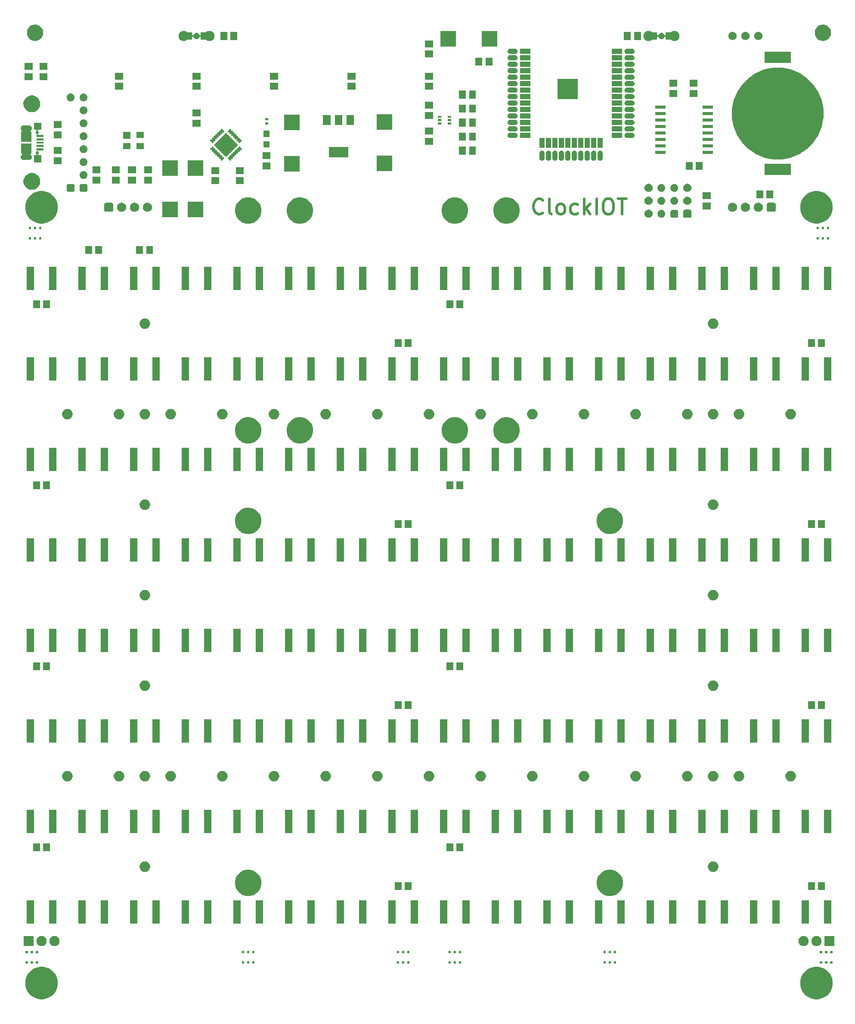
<source format=gts>
G04 #@! TF.GenerationSoftware,KiCad,Pcbnew,5.1.4-e60b266~84~ubuntu18.04.1*
G04 #@! TF.CreationDate,2019-09-08T14:59:18+05:30*
G04 #@! TF.ProjectId,ClockIOT,436c6f63-6b49-44f5-942e-6b696361645f,rev 3*
G04 #@! TF.SameCoordinates,Original*
G04 #@! TF.FileFunction,Soldermask,Top*
G04 #@! TF.FilePolarity,Negative*
%FSLAX46Y46*%
G04 Gerber Fmt 4.6, Leading zero omitted, Abs format (unit mm)*
G04 Created by KiCad (PCBNEW 5.1.4-e60b266~84~ubuntu18.04.1) date 2019-09-08 14:59:18*
%MOMM*%
%LPD*%
G04 APERTURE LIST*
%ADD10C,0.500000*%
%ADD11C,0.127000*%
G04 APERTURE END LIST*
D10*
X153857142Y-88701428D02*
X153714285Y-88844285D01*
X153285714Y-88987142D01*
X153000000Y-88987142D01*
X152571428Y-88844285D01*
X152285714Y-88558571D01*
X152142857Y-88272857D01*
X152000000Y-87701428D01*
X152000000Y-87272857D01*
X152142857Y-86701428D01*
X152285714Y-86415714D01*
X152571428Y-86130000D01*
X153000000Y-85987142D01*
X153285714Y-85987142D01*
X153714285Y-86130000D01*
X153857142Y-86272857D01*
X155571428Y-88987142D02*
X155285714Y-88844285D01*
X155142857Y-88558571D01*
X155142857Y-85987142D01*
X157142857Y-88987142D02*
X156857142Y-88844285D01*
X156714285Y-88701428D01*
X156571428Y-88415714D01*
X156571428Y-87558571D01*
X156714285Y-87272857D01*
X156857142Y-87130000D01*
X157142857Y-86987142D01*
X157571428Y-86987142D01*
X157857142Y-87130000D01*
X158000000Y-87272857D01*
X158142857Y-87558571D01*
X158142857Y-88415714D01*
X158000000Y-88701428D01*
X157857142Y-88844285D01*
X157571428Y-88987142D01*
X157142857Y-88987142D01*
X160714285Y-88844285D02*
X160428571Y-88987142D01*
X159857142Y-88987142D01*
X159571428Y-88844285D01*
X159428571Y-88701428D01*
X159285714Y-88415714D01*
X159285714Y-87558571D01*
X159428571Y-87272857D01*
X159571428Y-87130000D01*
X159857142Y-86987142D01*
X160428571Y-86987142D01*
X160714285Y-87130000D01*
X162000000Y-88987142D02*
X162000000Y-85987142D01*
X162285714Y-87844285D02*
X163142857Y-88987142D01*
X163142857Y-86987142D02*
X162000000Y-88130000D01*
X164428571Y-88987142D02*
X164428571Y-85987142D01*
X166428571Y-85987142D02*
X167000000Y-85987142D01*
X167285714Y-86130000D01*
X167571428Y-86415714D01*
X167714285Y-86987142D01*
X167714285Y-87987142D01*
X167571428Y-88558571D01*
X167285714Y-88844285D01*
X167000000Y-88987142D01*
X166428571Y-88987142D01*
X166142857Y-88844285D01*
X165857142Y-88558571D01*
X165714285Y-87987142D01*
X165714285Y-86987142D01*
X165857142Y-86415714D01*
X166142857Y-86130000D01*
X166428571Y-85987142D01*
X168571428Y-85987142D02*
X170285714Y-85987142D01*
X169428571Y-88987142D02*
X169428571Y-85987142D01*
D11*
G36*
X208578404Y-236952974D02*
G01*
X209160767Y-237194196D01*
X209160768Y-237194197D01*
X209684881Y-237544398D01*
X210130602Y-237990119D01*
X210281710Y-238216268D01*
X210480804Y-238514233D01*
X210722026Y-239096596D01*
X210845000Y-239714826D01*
X210845000Y-240345174D01*
X210722026Y-240963404D01*
X210480804Y-241545767D01*
X210364599Y-241719679D01*
X210130602Y-242069881D01*
X209684881Y-242515602D01*
X209431381Y-242684985D01*
X209160767Y-242865804D01*
X208578404Y-243107026D01*
X207960174Y-243230000D01*
X207329826Y-243230000D01*
X206711596Y-243107026D01*
X206129233Y-242865804D01*
X205858619Y-242684985D01*
X205605119Y-242515602D01*
X205159398Y-242069881D01*
X204925401Y-241719679D01*
X204809196Y-241545767D01*
X204567974Y-240963404D01*
X204445000Y-240345174D01*
X204445000Y-239714826D01*
X204567974Y-239096596D01*
X204809196Y-238514233D01*
X205008290Y-238216268D01*
X205159398Y-237990119D01*
X205605119Y-237544398D01*
X206129232Y-237194197D01*
X206129233Y-237194196D01*
X206711596Y-236952974D01*
X207329826Y-236830000D01*
X207960174Y-236830000D01*
X208578404Y-236952974D01*
X208578404Y-236952974D01*
G37*
G36*
X56178404Y-236952974D02*
G01*
X56760767Y-237194196D01*
X56760768Y-237194197D01*
X57284881Y-237544398D01*
X57730602Y-237990119D01*
X57881710Y-238216268D01*
X58080804Y-238514233D01*
X58322026Y-239096596D01*
X58445000Y-239714826D01*
X58445000Y-240345174D01*
X58322026Y-240963404D01*
X58080804Y-241545767D01*
X57964599Y-241719679D01*
X57730602Y-242069881D01*
X57284881Y-242515602D01*
X57031381Y-242684985D01*
X56760767Y-242865804D01*
X56178404Y-243107026D01*
X55560174Y-243230000D01*
X54929826Y-243230000D01*
X54311596Y-243107026D01*
X53729233Y-242865804D01*
X53458619Y-242684985D01*
X53205119Y-242515602D01*
X52759398Y-242069881D01*
X52525401Y-241719679D01*
X52409196Y-241545767D01*
X52167974Y-240963404D01*
X52045000Y-240345174D01*
X52045000Y-239714826D01*
X52167974Y-239096596D01*
X52409196Y-238514233D01*
X52608290Y-238216268D01*
X52759398Y-237990119D01*
X53205119Y-237544398D01*
X53729232Y-237194197D01*
X53729233Y-237194196D01*
X54311596Y-236952974D01*
X54929826Y-236830000D01*
X55560174Y-236830000D01*
X56178404Y-236952974D01*
X56178404Y-236952974D01*
G37*
G36*
X52398091Y-235721761D02*
G01*
X52444311Y-235740906D01*
X52444314Y-235740908D01*
X52485916Y-235768705D01*
X52521295Y-235804084D01*
X52549092Y-235845686D01*
X52549094Y-235845689D01*
X52568239Y-235891909D01*
X52578000Y-235940983D01*
X52578000Y-235991017D01*
X52568239Y-236040091D01*
X52549094Y-236086311D01*
X52549092Y-236086314D01*
X52521295Y-236127916D01*
X52485916Y-236163295D01*
X52444314Y-236191092D01*
X52444311Y-236191094D01*
X52398091Y-236210239D01*
X52349017Y-236220000D01*
X52298983Y-236220000D01*
X52249909Y-236210239D01*
X52203689Y-236191094D01*
X52203686Y-236191092D01*
X52162084Y-236163295D01*
X52126705Y-236127916D01*
X52098908Y-236086314D01*
X52098906Y-236086311D01*
X52079761Y-236040091D01*
X52070000Y-235991017D01*
X52070000Y-235940983D01*
X52079761Y-235891909D01*
X52098906Y-235845689D01*
X52098908Y-235845686D01*
X52126705Y-235804084D01*
X52162084Y-235768705D01*
X52203686Y-235740908D01*
X52203689Y-235740906D01*
X52249909Y-235721761D01*
X52298983Y-235712000D01*
X52349017Y-235712000D01*
X52398091Y-235721761D01*
X52398091Y-235721761D01*
G37*
G36*
X126439091Y-235721761D02*
G01*
X126485311Y-235740906D01*
X126485314Y-235740908D01*
X126526916Y-235768705D01*
X126562295Y-235804084D01*
X126590092Y-235845686D01*
X126590094Y-235845689D01*
X126609239Y-235891909D01*
X126619000Y-235940983D01*
X126619000Y-235991017D01*
X126609239Y-236040091D01*
X126590094Y-236086311D01*
X126590092Y-236086314D01*
X126562295Y-236127916D01*
X126526916Y-236163295D01*
X126485314Y-236191092D01*
X126485311Y-236191094D01*
X126439091Y-236210239D01*
X126390017Y-236220000D01*
X126339983Y-236220000D01*
X126290909Y-236210239D01*
X126244689Y-236191094D01*
X126244686Y-236191092D01*
X126203084Y-236163295D01*
X126167705Y-236127916D01*
X126139908Y-236086314D01*
X126139906Y-236086311D01*
X126120761Y-236040091D01*
X126111000Y-235991017D01*
X126111000Y-235940983D01*
X126120761Y-235891909D01*
X126139906Y-235845689D01*
X126139908Y-235845686D01*
X126167705Y-235804084D01*
X126203084Y-235768705D01*
X126244686Y-235740908D01*
X126244689Y-235740906D01*
X126290909Y-235721761D01*
X126339983Y-235712000D01*
X126390017Y-235712000D01*
X126439091Y-235721761D01*
X126439091Y-235721761D01*
G37*
G36*
X125423091Y-235721761D02*
G01*
X125469311Y-235740906D01*
X125469314Y-235740908D01*
X125510916Y-235768705D01*
X125546295Y-235804084D01*
X125574092Y-235845686D01*
X125574094Y-235845689D01*
X125593239Y-235891909D01*
X125603000Y-235940983D01*
X125603000Y-235991017D01*
X125593239Y-236040091D01*
X125574094Y-236086311D01*
X125574092Y-236086314D01*
X125546295Y-236127916D01*
X125510916Y-236163295D01*
X125469314Y-236191092D01*
X125469311Y-236191094D01*
X125423091Y-236210239D01*
X125374017Y-236220000D01*
X125323983Y-236220000D01*
X125274909Y-236210239D01*
X125228689Y-236191094D01*
X125228686Y-236191092D01*
X125187084Y-236163295D01*
X125151705Y-236127916D01*
X125123908Y-236086314D01*
X125123906Y-236086311D01*
X125104761Y-236040091D01*
X125095000Y-235991017D01*
X125095000Y-235940983D01*
X125104761Y-235891909D01*
X125123906Y-235845689D01*
X125123908Y-235845686D01*
X125151705Y-235804084D01*
X125187084Y-235768705D01*
X125228686Y-235740908D01*
X125228689Y-235740906D01*
X125274909Y-235721761D01*
X125323983Y-235712000D01*
X125374017Y-235712000D01*
X125423091Y-235721761D01*
X125423091Y-235721761D01*
G37*
G36*
X95959091Y-235721761D02*
G01*
X96005311Y-235740906D01*
X96005314Y-235740908D01*
X96046916Y-235768705D01*
X96082295Y-235804084D01*
X96110092Y-235845686D01*
X96110094Y-235845689D01*
X96129239Y-235891909D01*
X96139000Y-235940983D01*
X96139000Y-235991017D01*
X96129239Y-236040091D01*
X96110094Y-236086311D01*
X96110092Y-236086314D01*
X96082295Y-236127916D01*
X96046916Y-236163295D01*
X96005314Y-236191092D01*
X96005311Y-236191094D01*
X95959091Y-236210239D01*
X95910017Y-236220000D01*
X95859983Y-236220000D01*
X95810909Y-236210239D01*
X95764689Y-236191094D01*
X95764686Y-236191092D01*
X95723084Y-236163295D01*
X95687705Y-236127916D01*
X95659908Y-236086314D01*
X95659906Y-236086311D01*
X95640761Y-236040091D01*
X95631000Y-235991017D01*
X95631000Y-235940983D01*
X95640761Y-235891909D01*
X95659906Y-235845689D01*
X95659908Y-235845686D01*
X95687705Y-235804084D01*
X95723084Y-235768705D01*
X95764686Y-235740908D01*
X95764689Y-235740906D01*
X95810909Y-235721761D01*
X95859983Y-235712000D01*
X95910017Y-235712000D01*
X95959091Y-235721761D01*
X95959091Y-235721761D01*
G37*
G36*
X94943091Y-235721761D02*
G01*
X94989311Y-235740906D01*
X94989314Y-235740908D01*
X95030916Y-235768705D01*
X95066295Y-235804084D01*
X95094092Y-235845686D01*
X95094094Y-235845689D01*
X95113239Y-235891909D01*
X95123000Y-235940983D01*
X95123000Y-235991017D01*
X95113239Y-236040091D01*
X95094094Y-236086311D01*
X95094092Y-236086314D01*
X95066295Y-236127916D01*
X95030916Y-236163295D01*
X94989314Y-236191092D01*
X94989311Y-236191094D01*
X94943091Y-236210239D01*
X94894017Y-236220000D01*
X94843983Y-236220000D01*
X94794909Y-236210239D01*
X94748689Y-236191094D01*
X94748686Y-236191092D01*
X94707084Y-236163295D01*
X94671705Y-236127916D01*
X94643908Y-236086314D01*
X94643906Y-236086311D01*
X94624761Y-236040091D01*
X94615000Y-235991017D01*
X94615000Y-235940983D01*
X94624761Y-235891909D01*
X94643906Y-235845689D01*
X94643908Y-235845686D01*
X94671705Y-235804084D01*
X94707084Y-235768705D01*
X94748686Y-235740908D01*
X94748689Y-235740906D01*
X94794909Y-235721761D01*
X94843983Y-235712000D01*
X94894017Y-235712000D01*
X94943091Y-235721761D01*
X94943091Y-235721761D01*
G37*
G36*
X53414091Y-235721761D02*
G01*
X53460311Y-235740906D01*
X53460314Y-235740908D01*
X53501916Y-235768705D01*
X53537295Y-235804084D01*
X53565092Y-235845686D01*
X53565094Y-235845689D01*
X53584239Y-235891909D01*
X53594000Y-235940983D01*
X53594000Y-235991017D01*
X53584239Y-236040091D01*
X53565094Y-236086311D01*
X53565092Y-236086314D01*
X53537295Y-236127916D01*
X53501916Y-236163295D01*
X53460314Y-236191092D01*
X53460311Y-236191094D01*
X53414091Y-236210239D01*
X53365017Y-236220000D01*
X53314983Y-236220000D01*
X53265909Y-236210239D01*
X53219689Y-236191094D01*
X53219686Y-236191092D01*
X53178084Y-236163295D01*
X53142705Y-236127916D01*
X53114908Y-236086314D01*
X53114906Y-236086311D01*
X53095761Y-236040091D01*
X53086000Y-235991017D01*
X53086000Y-235940983D01*
X53095761Y-235891909D01*
X53114906Y-235845689D01*
X53114908Y-235845686D01*
X53142705Y-235804084D01*
X53178084Y-235768705D01*
X53219686Y-235740908D01*
X53219689Y-235740906D01*
X53265909Y-235721761D01*
X53314983Y-235712000D01*
X53365017Y-235712000D01*
X53414091Y-235721761D01*
X53414091Y-235721761D01*
G37*
G36*
X54430091Y-235721761D02*
G01*
X54476311Y-235740906D01*
X54476314Y-235740908D01*
X54517916Y-235768705D01*
X54553295Y-235804084D01*
X54581092Y-235845686D01*
X54581094Y-235845689D01*
X54600239Y-235891909D01*
X54610000Y-235940983D01*
X54610000Y-235991017D01*
X54600239Y-236040091D01*
X54581094Y-236086311D01*
X54581092Y-236086314D01*
X54553295Y-236127916D01*
X54517916Y-236163295D01*
X54476314Y-236191092D01*
X54476311Y-236191094D01*
X54430091Y-236210239D01*
X54381017Y-236220000D01*
X54330983Y-236220000D01*
X54281909Y-236210239D01*
X54235689Y-236191094D01*
X54235686Y-236191092D01*
X54194084Y-236163295D01*
X54158705Y-236127916D01*
X54130908Y-236086314D01*
X54130906Y-236086311D01*
X54111761Y-236040091D01*
X54102000Y-235991017D01*
X54102000Y-235940983D01*
X54111761Y-235891909D01*
X54130906Y-235845689D01*
X54130908Y-235845686D01*
X54158705Y-235804084D01*
X54194084Y-235768705D01*
X54235686Y-235740908D01*
X54235689Y-235740906D01*
X54281909Y-235721761D01*
X54330983Y-235712000D01*
X54381017Y-235712000D01*
X54430091Y-235721761D01*
X54430091Y-235721761D01*
G37*
G36*
X210640091Y-235721761D02*
G01*
X210686311Y-235740906D01*
X210686314Y-235740908D01*
X210727916Y-235768705D01*
X210763295Y-235804084D01*
X210791092Y-235845686D01*
X210791094Y-235845689D01*
X210810239Y-235891909D01*
X210820000Y-235940983D01*
X210820000Y-235991017D01*
X210810239Y-236040091D01*
X210791094Y-236086311D01*
X210791092Y-236086314D01*
X210763295Y-236127916D01*
X210727916Y-236163295D01*
X210686314Y-236191092D01*
X210686311Y-236191094D01*
X210640091Y-236210239D01*
X210591017Y-236220000D01*
X210540983Y-236220000D01*
X210491909Y-236210239D01*
X210445689Y-236191094D01*
X210445686Y-236191092D01*
X210404084Y-236163295D01*
X210368705Y-236127916D01*
X210340908Y-236086314D01*
X210340906Y-236086311D01*
X210321761Y-236040091D01*
X210312000Y-235991017D01*
X210312000Y-235940983D01*
X210321761Y-235891909D01*
X210340906Y-235845689D01*
X210340908Y-235845686D01*
X210368705Y-235804084D01*
X210404084Y-235768705D01*
X210445686Y-235740908D01*
X210445689Y-235740906D01*
X210491909Y-235721761D01*
X210540983Y-235712000D01*
X210591017Y-235712000D01*
X210640091Y-235721761D01*
X210640091Y-235721761D01*
G37*
G36*
X209624091Y-235721761D02*
G01*
X209670311Y-235740906D01*
X209670314Y-235740908D01*
X209711916Y-235768705D01*
X209747295Y-235804084D01*
X209775092Y-235845686D01*
X209775094Y-235845689D01*
X209794239Y-235891909D01*
X209804000Y-235940983D01*
X209804000Y-235991017D01*
X209794239Y-236040091D01*
X209775094Y-236086311D01*
X209775092Y-236086314D01*
X209747295Y-236127916D01*
X209711916Y-236163295D01*
X209670314Y-236191092D01*
X209670311Y-236191094D01*
X209624091Y-236210239D01*
X209575017Y-236220000D01*
X209524983Y-236220000D01*
X209475909Y-236210239D01*
X209429689Y-236191094D01*
X209429686Y-236191092D01*
X209388084Y-236163295D01*
X209352705Y-236127916D01*
X209324908Y-236086314D01*
X209324906Y-236086311D01*
X209305761Y-236040091D01*
X209296000Y-235991017D01*
X209296000Y-235940983D01*
X209305761Y-235891909D01*
X209324906Y-235845689D01*
X209324908Y-235845686D01*
X209352705Y-235804084D01*
X209388084Y-235768705D01*
X209429686Y-235740908D01*
X209429689Y-235740906D01*
X209475909Y-235721761D01*
X209524983Y-235712000D01*
X209575017Y-235712000D01*
X209624091Y-235721761D01*
X209624091Y-235721761D01*
G37*
G36*
X168095091Y-235721761D02*
G01*
X168141311Y-235740906D01*
X168141314Y-235740908D01*
X168182916Y-235768705D01*
X168218295Y-235804084D01*
X168246092Y-235845686D01*
X168246094Y-235845689D01*
X168265239Y-235891909D01*
X168275000Y-235940983D01*
X168275000Y-235991017D01*
X168265239Y-236040091D01*
X168246094Y-236086311D01*
X168246092Y-236086314D01*
X168218295Y-236127916D01*
X168182916Y-236163295D01*
X168141314Y-236191092D01*
X168141311Y-236191094D01*
X168095091Y-236210239D01*
X168046017Y-236220000D01*
X167995983Y-236220000D01*
X167946909Y-236210239D01*
X167900689Y-236191094D01*
X167900686Y-236191092D01*
X167859084Y-236163295D01*
X167823705Y-236127916D01*
X167795908Y-236086314D01*
X167795906Y-236086311D01*
X167776761Y-236040091D01*
X167767000Y-235991017D01*
X167767000Y-235940983D01*
X167776761Y-235891909D01*
X167795906Y-235845689D01*
X167795908Y-235845686D01*
X167823705Y-235804084D01*
X167859084Y-235768705D01*
X167900686Y-235740908D01*
X167900689Y-235740906D01*
X167946909Y-235721761D01*
X167995983Y-235712000D01*
X168046017Y-235712000D01*
X168095091Y-235721761D01*
X168095091Y-235721761D01*
G37*
G36*
X96975091Y-235721761D02*
G01*
X97021311Y-235740906D01*
X97021314Y-235740908D01*
X97062916Y-235768705D01*
X97098295Y-235804084D01*
X97126092Y-235845686D01*
X97126094Y-235845689D01*
X97145239Y-235891909D01*
X97155000Y-235940983D01*
X97155000Y-235991017D01*
X97145239Y-236040091D01*
X97126094Y-236086311D01*
X97126092Y-236086314D01*
X97098295Y-236127916D01*
X97062916Y-236163295D01*
X97021314Y-236191092D01*
X97021311Y-236191094D01*
X96975091Y-236210239D01*
X96926017Y-236220000D01*
X96875983Y-236220000D01*
X96826909Y-236210239D01*
X96780689Y-236191094D01*
X96780686Y-236191092D01*
X96739084Y-236163295D01*
X96703705Y-236127916D01*
X96675908Y-236086314D01*
X96675906Y-236086311D01*
X96656761Y-236040091D01*
X96647000Y-235991017D01*
X96647000Y-235940983D01*
X96656761Y-235891909D01*
X96675906Y-235845689D01*
X96675908Y-235845686D01*
X96703705Y-235804084D01*
X96739084Y-235768705D01*
X96780686Y-235740908D01*
X96780689Y-235740906D01*
X96826909Y-235721761D01*
X96875983Y-235712000D01*
X96926017Y-235712000D01*
X96975091Y-235721761D01*
X96975091Y-235721761D01*
G37*
G36*
X127455091Y-235721761D02*
G01*
X127501311Y-235740906D01*
X127501314Y-235740908D01*
X127542916Y-235768705D01*
X127578295Y-235804084D01*
X127606092Y-235845686D01*
X127606094Y-235845689D01*
X127625239Y-235891909D01*
X127635000Y-235940983D01*
X127635000Y-235991017D01*
X127625239Y-236040091D01*
X127606094Y-236086311D01*
X127606092Y-236086314D01*
X127578295Y-236127916D01*
X127542916Y-236163295D01*
X127501314Y-236191092D01*
X127501311Y-236191094D01*
X127455091Y-236210239D01*
X127406017Y-236220000D01*
X127355983Y-236220000D01*
X127306909Y-236210239D01*
X127260689Y-236191094D01*
X127260686Y-236191092D01*
X127219084Y-236163295D01*
X127183705Y-236127916D01*
X127155908Y-236086314D01*
X127155906Y-236086311D01*
X127136761Y-236040091D01*
X127127000Y-235991017D01*
X127127000Y-235940983D01*
X127136761Y-235891909D01*
X127155906Y-235845689D01*
X127155908Y-235845686D01*
X127183705Y-235804084D01*
X127219084Y-235768705D01*
X127260686Y-235740908D01*
X127260689Y-235740906D01*
X127306909Y-235721761D01*
X127355983Y-235712000D01*
X127406017Y-235712000D01*
X127455091Y-235721761D01*
X127455091Y-235721761D01*
G37*
G36*
X135583091Y-235721761D02*
G01*
X135629311Y-235740906D01*
X135629314Y-235740908D01*
X135670916Y-235768705D01*
X135706295Y-235804084D01*
X135734092Y-235845686D01*
X135734094Y-235845689D01*
X135753239Y-235891909D01*
X135763000Y-235940983D01*
X135763000Y-235991017D01*
X135753239Y-236040091D01*
X135734094Y-236086311D01*
X135734092Y-236086314D01*
X135706295Y-236127916D01*
X135670916Y-236163295D01*
X135629314Y-236191092D01*
X135629311Y-236191094D01*
X135583091Y-236210239D01*
X135534017Y-236220000D01*
X135483983Y-236220000D01*
X135434909Y-236210239D01*
X135388689Y-236191094D01*
X135388686Y-236191092D01*
X135347084Y-236163295D01*
X135311705Y-236127916D01*
X135283908Y-236086314D01*
X135283906Y-236086311D01*
X135264761Y-236040091D01*
X135255000Y-235991017D01*
X135255000Y-235940983D01*
X135264761Y-235891909D01*
X135283906Y-235845689D01*
X135283908Y-235845686D01*
X135311705Y-235804084D01*
X135347084Y-235768705D01*
X135388686Y-235740908D01*
X135388689Y-235740906D01*
X135434909Y-235721761D01*
X135483983Y-235712000D01*
X135534017Y-235712000D01*
X135583091Y-235721761D01*
X135583091Y-235721761D01*
G37*
G36*
X136599091Y-235721761D02*
G01*
X136645311Y-235740906D01*
X136645314Y-235740908D01*
X136686916Y-235768705D01*
X136722295Y-235804084D01*
X136750092Y-235845686D01*
X136750094Y-235845689D01*
X136769239Y-235891909D01*
X136779000Y-235940983D01*
X136779000Y-235991017D01*
X136769239Y-236040091D01*
X136750094Y-236086311D01*
X136750092Y-236086314D01*
X136722295Y-236127916D01*
X136686916Y-236163295D01*
X136645314Y-236191092D01*
X136645311Y-236191094D01*
X136599091Y-236210239D01*
X136550017Y-236220000D01*
X136499983Y-236220000D01*
X136450909Y-236210239D01*
X136404689Y-236191094D01*
X136404686Y-236191092D01*
X136363084Y-236163295D01*
X136327705Y-236127916D01*
X136299908Y-236086314D01*
X136299906Y-236086311D01*
X136280761Y-236040091D01*
X136271000Y-235991017D01*
X136271000Y-235940983D01*
X136280761Y-235891909D01*
X136299906Y-235845689D01*
X136299908Y-235845686D01*
X136327705Y-235804084D01*
X136363084Y-235768705D01*
X136404686Y-235740908D01*
X136404689Y-235740906D01*
X136450909Y-235721761D01*
X136499983Y-235712000D01*
X136550017Y-235712000D01*
X136599091Y-235721761D01*
X136599091Y-235721761D01*
G37*
G36*
X137615091Y-235721761D02*
G01*
X137661311Y-235740906D01*
X137661314Y-235740908D01*
X137702916Y-235768705D01*
X137738295Y-235804084D01*
X137766092Y-235845686D01*
X137766094Y-235845689D01*
X137785239Y-235891909D01*
X137795000Y-235940983D01*
X137795000Y-235991017D01*
X137785239Y-236040091D01*
X137766094Y-236086311D01*
X137766092Y-236086314D01*
X137738295Y-236127916D01*
X137702916Y-236163295D01*
X137661314Y-236191092D01*
X137661311Y-236191094D01*
X137615091Y-236210239D01*
X137566017Y-236220000D01*
X137515983Y-236220000D01*
X137466909Y-236210239D01*
X137420689Y-236191094D01*
X137420686Y-236191092D01*
X137379084Y-236163295D01*
X137343705Y-236127916D01*
X137315908Y-236086314D01*
X137315906Y-236086311D01*
X137296761Y-236040091D01*
X137287000Y-235991017D01*
X137287000Y-235940983D01*
X137296761Y-235891909D01*
X137315906Y-235845689D01*
X137315908Y-235845686D01*
X137343705Y-235804084D01*
X137379084Y-235768705D01*
X137420686Y-235740908D01*
X137420689Y-235740906D01*
X137466909Y-235721761D01*
X137515983Y-235712000D01*
X137566017Y-235712000D01*
X137615091Y-235721761D01*
X137615091Y-235721761D01*
G37*
G36*
X166063091Y-235721761D02*
G01*
X166109311Y-235740906D01*
X166109314Y-235740908D01*
X166150916Y-235768705D01*
X166186295Y-235804084D01*
X166214092Y-235845686D01*
X166214094Y-235845689D01*
X166233239Y-235891909D01*
X166243000Y-235940983D01*
X166243000Y-235991017D01*
X166233239Y-236040091D01*
X166214094Y-236086311D01*
X166214092Y-236086314D01*
X166186295Y-236127916D01*
X166150916Y-236163295D01*
X166109314Y-236191092D01*
X166109311Y-236191094D01*
X166063091Y-236210239D01*
X166014017Y-236220000D01*
X165963983Y-236220000D01*
X165914909Y-236210239D01*
X165868689Y-236191094D01*
X165868686Y-236191092D01*
X165827084Y-236163295D01*
X165791705Y-236127916D01*
X165763908Y-236086314D01*
X165763906Y-236086311D01*
X165744761Y-236040091D01*
X165735000Y-235991017D01*
X165735000Y-235940983D01*
X165744761Y-235891909D01*
X165763906Y-235845689D01*
X165763908Y-235845686D01*
X165791705Y-235804084D01*
X165827084Y-235768705D01*
X165868686Y-235740908D01*
X165868689Y-235740906D01*
X165914909Y-235721761D01*
X165963983Y-235712000D01*
X166014017Y-235712000D01*
X166063091Y-235721761D01*
X166063091Y-235721761D01*
G37*
G36*
X167079091Y-235721761D02*
G01*
X167125311Y-235740906D01*
X167125314Y-235740908D01*
X167166916Y-235768705D01*
X167202295Y-235804084D01*
X167230092Y-235845686D01*
X167230094Y-235845689D01*
X167249239Y-235891909D01*
X167259000Y-235940983D01*
X167259000Y-235991017D01*
X167249239Y-236040091D01*
X167230094Y-236086311D01*
X167230092Y-236086314D01*
X167202295Y-236127916D01*
X167166916Y-236163295D01*
X167125314Y-236191092D01*
X167125311Y-236191094D01*
X167079091Y-236210239D01*
X167030017Y-236220000D01*
X166979983Y-236220000D01*
X166930909Y-236210239D01*
X166884689Y-236191094D01*
X166884686Y-236191092D01*
X166843084Y-236163295D01*
X166807705Y-236127916D01*
X166779908Y-236086314D01*
X166779906Y-236086311D01*
X166760761Y-236040091D01*
X166751000Y-235991017D01*
X166751000Y-235940983D01*
X166760761Y-235891909D01*
X166779906Y-235845689D01*
X166779908Y-235845686D01*
X166807705Y-235804084D01*
X166843084Y-235768705D01*
X166884686Y-235740908D01*
X166884689Y-235740906D01*
X166930909Y-235721761D01*
X166979983Y-235712000D01*
X167030017Y-235712000D01*
X167079091Y-235721761D01*
X167079091Y-235721761D01*
G37*
G36*
X208608091Y-235721761D02*
G01*
X208654311Y-235740906D01*
X208654314Y-235740908D01*
X208695916Y-235768705D01*
X208731295Y-235804084D01*
X208759092Y-235845686D01*
X208759094Y-235845689D01*
X208778239Y-235891909D01*
X208788000Y-235940983D01*
X208788000Y-235991017D01*
X208778239Y-236040091D01*
X208759094Y-236086311D01*
X208759092Y-236086314D01*
X208731295Y-236127916D01*
X208695916Y-236163295D01*
X208654314Y-236191092D01*
X208654311Y-236191094D01*
X208608091Y-236210239D01*
X208559017Y-236220000D01*
X208508983Y-236220000D01*
X208459909Y-236210239D01*
X208413689Y-236191094D01*
X208413686Y-236191092D01*
X208372084Y-236163295D01*
X208336705Y-236127916D01*
X208308908Y-236086314D01*
X208308906Y-236086311D01*
X208289761Y-236040091D01*
X208280000Y-235991017D01*
X208280000Y-235940983D01*
X208289761Y-235891909D01*
X208308906Y-235845689D01*
X208308908Y-235845686D01*
X208336705Y-235804084D01*
X208372084Y-235768705D01*
X208413686Y-235740908D01*
X208413689Y-235740906D01*
X208459909Y-235721761D01*
X208508983Y-235712000D01*
X208559017Y-235712000D01*
X208608091Y-235721761D01*
X208608091Y-235721761D01*
G37*
G36*
X210640091Y-233689761D02*
G01*
X210686311Y-233708906D01*
X210686314Y-233708908D01*
X210727916Y-233736705D01*
X210763295Y-233772084D01*
X210791092Y-233813686D01*
X210791094Y-233813689D01*
X210810239Y-233859909D01*
X210820000Y-233908983D01*
X210820000Y-233959017D01*
X210810239Y-234008091D01*
X210791094Y-234054311D01*
X210791092Y-234054314D01*
X210763295Y-234095916D01*
X210727916Y-234131295D01*
X210686314Y-234159092D01*
X210686311Y-234159094D01*
X210640091Y-234178239D01*
X210591017Y-234188000D01*
X210540983Y-234188000D01*
X210491909Y-234178239D01*
X210445689Y-234159094D01*
X210445686Y-234159092D01*
X210404084Y-234131295D01*
X210368705Y-234095916D01*
X210340908Y-234054314D01*
X210340906Y-234054311D01*
X210321761Y-234008091D01*
X210312000Y-233959017D01*
X210312000Y-233908983D01*
X210321761Y-233859909D01*
X210340906Y-233813689D01*
X210340908Y-233813686D01*
X210368705Y-233772084D01*
X210404084Y-233736705D01*
X210445686Y-233708908D01*
X210445689Y-233708906D01*
X210491909Y-233689761D01*
X210540983Y-233680000D01*
X210591017Y-233680000D01*
X210640091Y-233689761D01*
X210640091Y-233689761D01*
G37*
G36*
X125423091Y-233689761D02*
G01*
X125469311Y-233708906D01*
X125469314Y-233708908D01*
X125510916Y-233736705D01*
X125546295Y-233772084D01*
X125574092Y-233813686D01*
X125574094Y-233813689D01*
X125593239Y-233859909D01*
X125603000Y-233908983D01*
X125603000Y-233959017D01*
X125593239Y-234008091D01*
X125574094Y-234054311D01*
X125574092Y-234054314D01*
X125546295Y-234095916D01*
X125510916Y-234131295D01*
X125469314Y-234159092D01*
X125469311Y-234159094D01*
X125423091Y-234178239D01*
X125374017Y-234188000D01*
X125323983Y-234188000D01*
X125274909Y-234178239D01*
X125228689Y-234159094D01*
X125228686Y-234159092D01*
X125187084Y-234131295D01*
X125151705Y-234095916D01*
X125123908Y-234054314D01*
X125123906Y-234054311D01*
X125104761Y-234008091D01*
X125095000Y-233959017D01*
X125095000Y-233908983D01*
X125104761Y-233859909D01*
X125123906Y-233813689D01*
X125123908Y-233813686D01*
X125151705Y-233772084D01*
X125187084Y-233736705D01*
X125228686Y-233708908D01*
X125228689Y-233708906D01*
X125274909Y-233689761D01*
X125323983Y-233680000D01*
X125374017Y-233680000D01*
X125423091Y-233689761D01*
X125423091Y-233689761D01*
G37*
G36*
X96975091Y-233689761D02*
G01*
X97021311Y-233708906D01*
X97021314Y-233708908D01*
X97062916Y-233736705D01*
X97098295Y-233772084D01*
X97126092Y-233813686D01*
X97126094Y-233813689D01*
X97145239Y-233859909D01*
X97155000Y-233908983D01*
X97155000Y-233959017D01*
X97145239Y-234008091D01*
X97126094Y-234054311D01*
X97126092Y-234054314D01*
X97098295Y-234095916D01*
X97062916Y-234131295D01*
X97021314Y-234159092D01*
X97021311Y-234159094D01*
X96975091Y-234178239D01*
X96926017Y-234188000D01*
X96875983Y-234188000D01*
X96826909Y-234178239D01*
X96780689Y-234159094D01*
X96780686Y-234159092D01*
X96739084Y-234131295D01*
X96703705Y-234095916D01*
X96675908Y-234054314D01*
X96675906Y-234054311D01*
X96656761Y-234008091D01*
X96647000Y-233959017D01*
X96647000Y-233908983D01*
X96656761Y-233859909D01*
X96675906Y-233813689D01*
X96675908Y-233813686D01*
X96703705Y-233772084D01*
X96739084Y-233736705D01*
X96780686Y-233708908D01*
X96780689Y-233708906D01*
X96826909Y-233689761D01*
X96875983Y-233680000D01*
X96926017Y-233680000D01*
X96975091Y-233689761D01*
X96975091Y-233689761D01*
G37*
G36*
X95959091Y-233689761D02*
G01*
X96005311Y-233708906D01*
X96005314Y-233708908D01*
X96046916Y-233736705D01*
X96082295Y-233772084D01*
X96110092Y-233813686D01*
X96110094Y-233813689D01*
X96129239Y-233859909D01*
X96139000Y-233908983D01*
X96139000Y-233959017D01*
X96129239Y-234008091D01*
X96110094Y-234054311D01*
X96110092Y-234054314D01*
X96082295Y-234095916D01*
X96046916Y-234131295D01*
X96005314Y-234159092D01*
X96005311Y-234159094D01*
X95959091Y-234178239D01*
X95910017Y-234188000D01*
X95859983Y-234188000D01*
X95810909Y-234178239D01*
X95764689Y-234159094D01*
X95764686Y-234159092D01*
X95723084Y-234131295D01*
X95687705Y-234095916D01*
X95659908Y-234054314D01*
X95659906Y-234054311D01*
X95640761Y-234008091D01*
X95631000Y-233959017D01*
X95631000Y-233908983D01*
X95640761Y-233859909D01*
X95659906Y-233813689D01*
X95659908Y-233813686D01*
X95687705Y-233772084D01*
X95723084Y-233736705D01*
X95764686Y-233708908D01*
X95764689Y-233708906D01*
X95810909Y-233689761D01*
X95859983Y-233680000D01*
X95910017Y-233680000D01*
X95959091Y-233689761D01*
X95959091Y-233689761D01*
G37*
G36*
X94943091Y-233689761D02*
G01*
X94989311Y-233708906D01*
X94989314Y-233708908D01*
X95030916Y-233736705D01*
X95066295Y-233772084D01*
X95094092Y-233813686D01*
X95094094Y-233813689D01*
X95113239Y-233859909D01*
X95123000Y-233908983D01*
X95123000Y-233959017D01*
X95113239Y-234008091D01*
X95094094Y-234054311D01*
X95094092Y-234054314D01*
X95066295Y-234095916D01*
X95030916Y-234131295D01*
X94989314Y-234159092D01*
X94989311Y-234159094D01*
X94943091Y-234178239D01*
X94894017Y-234188000D01*
X94843983Y-234188000D01*
X94794909Y-234178239D01*
X94748689Y-234159094D01*
X94748686Y-234159092D01*
X94707084Y-234131295D01*
X94671705Y-234095916D01*
X94643908Y-234054314D01*
X94643906Y-234054311D01*
X94624761Y-234008091D01*
X94615000Y-233959017D01*
X94615000Y-233908983D01*
X94624761Y-233859909D01*
X94643906Y-233813689D01*
X94643908Y-233813686D01*
X94671705Y-233772084D01*
X94707084Y-233736705D01*
X94748686Y-233708908D01*
X94748689Y-233708906D01*
X94794909Y-233689761D01*
X94843983Y-233680000D01*
X94894017Y-233680000D01*
X94943091Y-233689761D01*
X94943091Y-233689761D01*
G37*
G36*
X54430091Y-233689761D02*
G01*
X54476311Y-233708906D01*
X54476314Y-233708908D01*
X54517916Y-233736705D01*
X54553295Y-233772084D01*
X54581092Y-233813686D01*
X54581094Y-233813689D01*
X54600239Y-233859909D01*
X54610000Y-233908983D01*
X54610000Y-233959017D01*
X54600239Y-234008091D01*
X54581094Y-234054311D01*
X54581092Y-234054314D01*
X54553295Y-234095916D01*
X54517916Y-234131295D01*
X54476314Y-234159092D01*
X54476311Y-234159094D01*
X54430091Y-234178239D01*
X54381017Y-234188000D01*
X54330983Y-234188000D01*
X54281909Y-234178239D01*
X54235689Y-234159094D01*
X54235686Y-234159092D01*
X54194084Y-234131295D01*
X54158705Y-234095916D01*
X54130908Y-234054314D01*
X54130906Y-234054311D01*
X54111761Y-234008091D01*
X54102000Y-233959017D01*
X54102000Y-233908983D01*
X54111761Y-233859909D01*
X54130906Y-233813689D01*
X54130908Y-233813686D01*
X54158705Y-233772084D01*
X54194084Y-233736705D01*
X54235686Y-233708908D01*
X54235689Y-233708906D01*
X54281909Y-233689761D01*
X54330983Y-233680000D01*
X54381017Y-233680000D01*
X54430091Y-233689761D01*
X54430091Y-233689761D01*
G37*
G36*
X53414091Y-233689761D02*
G01*
X53460311Y-233708906D01*
X53460314Y-233708908D01*
X53501916Y-233736705D01*
X53537295Y-233772084D01*
X53565092Y-233813686D01*
X53565094Y-233813689D01*
X53584239Y-233859909D01*
X53594000Y-233908983D01*
X53594000Y-233959017D01*
X53584239Y-234008091D01*
X53565094Y-234054311D01*
X53565092Y-234054314D01*
X53537295Y-234095916D01*
X53501916Y-234131295D01*
X53460314Y-234159092D01*
X53460311Y-234159094D01*
X53414091Y-234178239D01*
X53365017Y-234188000D01*
X53314983Y-234188000D01*
X53265909Y-234178239D01*
X53219689Y-234159094D01*
X53219686Y-234159092D01*
X53178084Y-234131295D01*
X53142705Y-234095916D01*
X53114908Y-234054314D01*
X53114906Y-234054311D01*
X53095761Y-234008091D01*
X53086000Y-233959017D01*
X53086000Y-233908983D01*
X53095761Y-233859909D01*
X53114906Y-233813689D01*
X53114908Y-233813686D01*
X53142705Y-233772084D01*
X53178084Y-233736705D01*
X53219686Y-233708908D01*
X53219689Y-233708906D01*
X53265909Y-233689761D01*
X53314983Y-233680000D01*
X53365017Y-233680000D01*
X53414091Y-233689761D01*
X53414091Y-233689761D01*
G37*
G36*
X52398091Y-233689761D02*
G01*
X52444311Y-233708906D01*
X52444314Y-233708908D01*
X52485916Y-233736705D01*
X52521295Y-233772084D01*
X52549092Y-233813686D01*
X52549094Y-233813689D01*
X52568239Y-233859909D01*
X52578000Y-233908983D01*
X52578000Y-233959017D01*
X52568239Y-234008091D01*
X52549094Y-234054311D01*
X52549092Y-234054314D01*
X52521295Y-234095916D01*
X52485916Y-234131295D01*
X52444314Y-234159092D01*
X52444311Y-234159094D01*
X52398091Y-234178239D01*
X52349017Y-234188000D01*
X52298983Y-234188000D01*
X52249909Y-234178239D01*
X52203689Y-234159094D01*
X52203686Y-234159092D01*
X52162084Y-234131295D01*
X52126705Y-234095916D01*
X52098908Y-234054314D01*
X52098906Y-234054311D01*
X52079761Y-234008091D01*
X52070000Y-233959017D01*
X52070000Y-233908983D01*
X52079761Y-233859909D01*
X52098906Y-233813689D01*
X52098908Y-233813686D01*
X52126705Y-233772084D01*
X52162084Y-233736705D01*
X52203686Y-233708908D01*
X52203689Y-233708906D01*
X52249909Y-233689761D01*
X52298983Y-233680000D01*
X52349017Y-233680000D01*
X52398091Y-233689761D01*
X52398091Y-233689761D01*
G37*
G36*
X208608091Y-233689761D02*
G01*
X208654311Y-233708906D01*
X208654314Y-233708908D01*
X208695916Y-233736705D01*
X208731295Y-233772084D01*
X208759092Y-233813686D01*
X208759094Y-233813689D01*
X208778239Y-233859909D01*
X208788000Y-233908983D01*
X208788000Y-233959017D01*
X208778239Y-234008091D01*
X208759094Y-234054311D01*
X208759092Y-234054314D01*
X208731295Y-234095916D01*
X208695916Y-234131295D01*
X208654314Y-234159092D01*
X208654311Y-234159094D01*
X208608091Y-234178239D01*
X208559017Y-234188000D01*
X208508983Y-234188000D01*
X208459909Y-234178239D01*
X208413689Y-234159094D01*
X208413686Y-234159092D01*
X208372084Y-234131295D01*
X208336705Y-234095916D01*
X208308908Y-234054314D01*
X208308906Y-234054311D01*
X208289761Y-234008091D01*
X208280000Y-233959017D01*
X208280000Y-233908983D01*
X208289761Y-233859909D01*
X208308906Y-233813689D01*
X208308908Y-233813686D01*
X208336705Y-233772084D01*
X208372084Y-233736705D01*
X208413686Y-233708908D01*
X208413689Y-233708906D01*
X208459909Y-233689761D01*
X208508983Y-233680000D01*
X208559017Y-233680000D01*
X208608091Y-233689761D01*
X208608091Y-233689761D01*
G37*
G36*
X168095091Y-233689761D02*
G01*
X168141311Y-233708906D01*
X168141314Y-233708908D01*
X168182916Y-233736705D01*
X168218295Y-233772084D01*
X168246092Y-233813686D01*
X168246094Y-233813689D01*
X168265239Y-233859909D01*
X168275000Y-233908983D01*
X168275000Y-233959017D01*
X168265239Y-234008091D01*
X168246094Y-234054311D01*
X168246092Y-234054314D01*
X168218295Y-234095916D01*
X168182916Y-234131295D01*
X168141314Y-234159092D01*
X168141311Y-234159094D01*
X168095091Y-234178239D01*
X168046017Y-234188000D01*
X167995983Y-234188000D01*
X167946909Y-234178239D01*
X167900689Y-234159094D01*
X167900686Y-234159092D01*
X167859084Y-234131295D01*
X167823705Y-234095916D01*
X167795908Y-234054314D01*
X167795906Y-234054311D01*
X167776761Y-234008091D01*
X167767000Y-233959017D01*
X167767000Y-233908983D01*
X167776761Y-233859909D01*
X167795906Y-233813689D01*
X167795908Y-233813686D01*
X167823705Y-233772084D01*
X167859084Y-233736705D01*
X167900686Y-233708908D01*
X167900689Y-233708906D01*
X167946909Y-233689761D01*
X167995983Y-233680000D01*
X168046017Y-233680000D01*
X168095091Y-233689761D01*
X168095091Y-233689761D01*
G37*
G36*
X167079091Y-233689761D02*
G01*
X167125311Y-233708906D01*
X167125314Y-233708908D01*
X167166916Y-233736705D01*
X167202295Y-233772084D01*
X167230092Y-233813686D01*
X167230094Y-233813689D01*
X167249239Y-233859909D01*
X167259000Y-233908983D01*
X167259000Y-233959017D01*
X167249239Y-234008091D01*
X167230094Y-234054311D01*
X167230092Y-234054314D01*
X167202295Y-234095916D01*
X167166916Y-234131295D01*
X167125314Y-234159092D01*
X167125311Y-234159094D01*
X167079091Y-234178239D01*
X167030017Y-234188000D01*
X166979983Y-234188000D01*
X166930909Y-234178239D01*
X166884689Y-234159094D01*
X166884686Y-234159092D01*
X166843084Y-234131295D01*
X166807705Y-234095916D01*
X166779908Y-234054314D01*
X166779906Y-234054311D01*
X166760761Y-234008091D01*
X166751000Y-233959017D01*
X166751000Y-233908983D01*
X166760761Y-233859909D01*
X166779906Y-233813689D01*
X166779908Y-233813686D01*
X166807705Y-233772084D01*
X166843084Y-233736705D01*
X166884686Y-233708908D01*
X166884689Y-233708906D01*
X166930909Y-233689761D01*
X166979983Y-233680000D01*
X167030017Y-233680000D01*
X167079091Y-233689761D01*
X167079091Y-233689761D01*
G37*
G36*
X209624091Y-233689761D02*
G01*
X209670311Y-233708906D01*
X209670314Y-233708908D01*
X209711916Y-233736705D01*
X209747295Y-233772084D01*
X209775092Y-233813686D01*
X209775094Y-233813689D01*
X209794239Y-233859909D01*
X209804000Y-233908983D01*
X209804000Y-233959017D01*
X209794239Y-234008091D01*
X209775094Y-234054311D01*
X209775092Y-234054314D01*
X209747295Y-234095916D01*
X209711916Y-234131295D01*
X209670314Y-234159092D01*
X209670311Y-234159094D01*
X209624091Y-234178239D01*
X209575017Y-234188000D01*
X209524983Y-234188000D01*
X209475909Y-234178239D01*
X209429689Y-234159094D01*
X209429686Y-234159092D01*
X209388084Y-234131295D01*
X209352705Y-234095916D01*
X209324908Y-234054314D01*
X209324906Y-234054311D01*
X209305761Y-234008091D01*
X209296000Y-233959017D01*
X209296000Y-233908983D01*
X209305761Y-233859909D01*
X209324906Y-233813689D01*
X209324908Y-233813686D01*
X209352705Y-233772084D01*
X209388084Y-233736705D01*
X209429686Y-233708908D01*
X209429689Y-233708906D01*
X209475909Y-233689761D01*
X209524983Y-233680000D01*
X209575017Y-233680000D01*
X209624091Y-233689761D01*
X209624091Y-233689761D01*
G37*
G36*
X126439091Y-233689761D02*
G01*
X126485311Y-233708906D01*
X126485314Y-233708908D01*
X126526916Y-233736705D01*
X126562295Y-233772084D01*
X126590092Y-233813686D01*
X126590094Y-233813689D01*
X126609239Y-233859909D01*
X126619000Y-233908983D01*
X126619000Y-233959017D01*
X126609239Y-234008091D01*
X126590094Y-234054311D01*
X126590092Y-234054314D01*
X126562295Y-234095916D01*
X126526916Y-234131295D01*
X126485314Y-234159092D01*
X126485311Y-234159094D01*
X126439091Y-234178239D01*
X126390017Y-234188000D01*
X126339983Y-234188000D01*
X126290909Y-234178239D01*
X126244689Y-234159094D01*
X126244686Y-234159092D01*
X126203084Y-234131295D01*
X126167705Y-234095916D01*
X126139908Y-234054314D01*
X126139906Y-234054311D01*
X126120761Y-234008091D01*
X126111000Y-233959017D01*
X126111000Y-233908983D01*
X126120761Y-233859909D01*
X126139906Y-233813689D01*
X126139908Y-233813686D01*
X126167705Y-233772084D01*
X126203084Y-233736705D01*
X126244686Y-233708908D01*
X126244689Y-233708906D01*
X126290909Y-233689761D01*
X126339983Y-233680000D01*
X126390017Y-233680000D01*
X126439091Y-233689761D01*
X126439091Y-233689761D01*
G37*
G36*
X135583091Y-233689761D02*
G01*
X135629311Y-233708906D01*
X135629314Y-233708908D01*
X135670916Y-233736705D01*
X135706295Y-233772084D01*
X135734092Y-233813686D01*
X135734094Y-233813689D01*
X135753239Y-233859909D01*
X135763000Y-233908983D01*
X135763000Y-233959017D01*
X135753239Y-234008091D01*
X135734094Y-234054311D01*
X135734092Y-234054314D01*
X135706295Y-234095916D01*
X135670916Y-234131295D01*
X135629314Y-234159092D01*
X135629311Y-234159094D01*
X135583091Y-234178239D01*
X135534017Y-234188000D01*
X135483983Y-234188000D01*
X135434909Y-234178239D01*
X135388689Y-234159094D01*
X135388686Y-234159092D01*
X135347084Y-234131295D01*
X135311705Y-234095916D01*
X135283908Y-234054314D01*
X135283906Y-234054311D01*
X135264761Y-234008091D01*
X135255000Y-233959017D01*
X135255000Y-233908983D01*
X135264761Y-233859909D01*
X135283906Y-233813689D01*
X135283908Y-233813686D01*
X135311705Y-233772084D01*
X135347084Y-233736705D01*
X135388686Y-233708908D01*
X135388689Y-233708906D01*
X135434909Y-233689761D01*
X135483983Y-233680000D01*
X135534017Y-233680000D01*
X135583091Y-233689761D01*
X135583091Y-233689761D01*
G37*
G36*
X137615091Y-233689761D02*
G01*
X137661311Y-233708906D01*
X137661314Y-233708908D01*
X137702916Y-233736705D01*
X137738295Y-233772084D01*
X137766092Y-233813686D01*
X137766094Y-233813689D01*
X137785239Y-233859909D01*
X137795000Y-233908983D01*
X137795000Y-233959017D01*
X137785239Y-234008091D01*
X137766094Y-234054311D01*
X137766092Y-234054314D01*
X137738295Y-234095916D01*
X137702916Y-234131295D01*
X137661314Y-234159092D01*
X137661311Y-234159094D01*
X137615091Y-234178239D01*
X137566017Y-234188000D01*
X137515983Y-234188000D01*
X137466909Y-234178239D01*
X137420689Y-234159094D01*
X137420686Y-234159092D01*
X137379084Y-234131295D01*
X137343705Y-234095916D01*
X137315908Y-234054314D01*
X137315906Y-234054311D01*
X137296761Y-234008091D01*
X137287000Y-233959017D01*
X137287000Y-233908983D01*
X137296761Y-233859909D01*
X137315906Y-233813689D01*
X137315908Y-233813686D01*
X137343705Y-233772084D01*
X137379084Y-233736705D01*
X137420686Y-233708908D01*
X137420689Y-233708906D01*
X137466909Y-233689761D01*
X137515983Y-233680000D01*
X137566017Y-233680000D01*
X137615091Y-233689761D01*
X137615091Y-233689761D01*
G37*
G36*
X166063091Y-233689761D02*
G01*
X166109311Y-233708906D01*
X166109314Y-233708908D01*
X166150916Y-233736705D01*
X166186295Y-233772084D01*
X166214092Y-233813686D01*
X166214094Y-233813689D01*
X166233239Y-233859909D01*
X166243000Y-233908983D01*
X166243000Y-233959017D01*
X166233239Y-234008091D01*
X166214094Y-234054311D01*
X166214092Y-234054314D01*
X166186295Y-234095916D01*
X166150916Y-234131295D01*
X166109314Y-234159092D01*
X166109311Y-234159094D01*
X166063091Y-234178239D01*
X166014017Y-234188000D01*
X165963983Y-234188000D01*
X165914909Y-234178239D01*
X165868689Y-234159094D01*
X165868686Y-234159092D01*
X165827084Y-234131295D01*
X165791705Y-234095916D01*
X165763908Y-234054314D01*
X165763906Y-234054311D01*
X165744761Y-234008091D01*
X165735000Y-233959017D01*
X165735000Y-233908983D01*
X165744761Y-233859909D01*
X165763906Y-233813689D01*
X165763908Y-233813686D01*
X165791705Y-233772084D01*
X165827084Y-233736705D01*
X165868686Y-233708908D01*
X165868689Y-233708906D01*
X165914909Y-233689761D01*
X165963983Y-233680000D01*
X166014017Y-233680000D01*
X166063091Y-233689761D01*
X166063091Y-233689761D01*
G37*
G36*
X127455091Y-233689761D02*
G01*
X127501311Y-233708906D01*
X127501314Y-233708908D01*
X127542916Y-233736705D01*
X127578295Y-233772084D01*
X127606092Y-233813686D01*
X127606094Y-233813689D01*
X127625239Y-233859909D01*
X127635000Y-233908983D01*
X127635000Y-233959017D01*
X127625239Y-234008091D01*
X127606094Y-234054311D01*
X127606092Y-234054314D01*
X127578295Y-234095916D01*
X127542916Y-234131295D01*
X127501314Y-234159092D01*
X127501311Y-234159094D01*
X127455091Y-234178239D01*
X127406017Y-234188000D01*
X127355983Y-234188000D01*
X127306909Y-234178239D01*
X127260689Y-234159094D01*
X127260686Y-234159092D01*
X127219084Y-234131295D01*
X127183705Y-234095916D01*
X127155908Y-234054314D01*
X127155906Y-234054311D01*
X127136761Y-234008091D01*
X127127000Y-233959017D01*
X127127000Y-233908983D01*
X127136761Y-233859909D01*
X127155906Y-233813689D01*
X127155908Y-233813686D01*
X127183705Y-233772084D01*
X127219084Y-233736705D01*
X127260686Y-233708908D01*
X127260689Y-233708906D01*
X127306909Y-233689761D01*
X127355983Y-233680000D01*
X127406017Y-233680000D01*
X127455091Y-233689761D01*
X127455091Y-233689761D01*
G37*
G36*
X136599091Y-233689761D02*
G01*
X136645311Y-233708906D01*
X136645314Y-233708908D01*
X136686916Y-233736705D01*
X136722295Y-233772084D01*
X136750092Y-233813686D01*
X136750094Y-233813689D01*
X136769239Y-233859909D01*
X136779000Y-233908983D01*
X136779000Y-233959017D01*
X136769239Y-234008091D01*
X136750094Y-234054311D01*
X136750092Y-234054314D01*
X136722295Y-234095916D01*
X136686916Y-234131295D01*
X136645314Y-234159092D01*
X136645311Y-234159094D01*
X136599091Y-234178239D01*
X136550017Y-234188000D01*
X136499983Y-234188000D01*
X136450909Y-234178239D01*
X136404689Y-234159094D01*
X136404686Y-234159092D01*
X136363084Y-234131295D01*
X136327705Y-234095916D01*
X136299908Y-234054314D01*
X136299906Y-234054311D01*
X136280761Y-234008091D01*
X136271000Y-233959017D01*
X136271000Y-233908983D01*
X136280761Y-233859909D01*
X136299906Y-233813689D01*
X136299908Y-233813686D01*
X136327705Y-233772084D01*
X136363084Y-233736705D01*
X136404686Y-233708908D01*
X136404689Y-233708906D01*
X136450909Y-233689761D01*
X136499983Y-233680000D01*
X136550017Y-233680000D01*
X136599091Y-233689761D01*
X136599091Y-233689761D01*
G37*
G36*
X53705000Y-232775000D02*
G01*
X51705000Y-232775000D01*
X51705000Y-230775000D01*
X53705000Y-230775000D01*
X53705000Y-232775000D01*
X53705000Y-232775000D01*
G37*
G36*
X211185000Y-232775000D02*
G01*
X209185000Y-232775000D01*
X209185000Y-230775000D01*
X211185000Y-230775000D01*
X211185000Y-232775000D01*
X211185000Y-232775000D01*
G37*
G36*
X58012290Y-230800619D02*
G01*
X58076689Y-230813429D01*
X58258678Y-230888811D01*
X58422463Y-230998249D01*
X58561751Y-231137537D01*
X58671189Y-231301322D01*
X58746571Y-231483311D01*
X58785000Y-231676509D01*
X58785000Y-231873491D01*
X58746571Y-232066689D01*
X58671189Y-232248678D01*
X58561751Y-232412463D01*
X58422463Y-232551751D01*
X58258678Y-232661189D01*
X58076689Y-232736571D01*
X58012290Y-232749381D01*
X57883493Y-232775000D01*
X57686507Y-232775000D01*
X57557710Y-232749381D01*
X57493311Y-232736571D01*
X57311322Y-232661189D01*
X57147537Y-232551751D01*
X57008249Y-232412463D01*
X56898811Y-232248678D01*
X56823429Y-232066689D01*
X56785000Y-231873491D01*
X56785000Y-231676509D01*
X56823429Y-231483311D01*
X56898811Y-231301322D01*
X57008249Y-231137537D01*
X57147537Y-230998249D01*
X57311322Y-230888811D01*
X57493311Y-230813429D01*
X57557710Y-230800619D01*
X57686507Y-230775000D01*
X57883493Y-230775000D01*
X58012290Y-230800619D01*
X58012290Y-230800619D01*
G37*
G36*
X55472290Y-230800619D02*
G01*
X55536689Y-230813429D01*
X55718678Y-230888811D01*
X55882463Y-230998249D01*
X56021751Y-231137537D01*
X56131189Y-231301322D01*
X56206571Y-231483311D01*
X56245000Y-231676509D01*
X56245000Y-231873491D01*
X56206571Y-232066689D01*
X56131189Y-232248678D01*
X56021751Y-232412463D01*
X55882463Y-232551751D01*
X55718678Y-232661189D01*
X55536689Y-232736571D01*
X55472290Y-232749381D01*
X55343493Y-232775000D01*
X55146507Y-232775000D01*
X55017710Y-232749381D01*
X54953311Y-232736571D01*
X54771322Y-232661189D01*
X54607537Y-232551751D01*
X54468249Y-232412463D01*
X54358811Y-232248678D01*
X54283429Y-232066689D01*
X54245000Y-231873491D01*
X54245000Y-231676509D01*
X54283429Y-231483311D01*
X54358811Y-231301322D01*
X54468249Y-231137537D01*
X54607537Y-230998249D01*
X54771322Y-230888811D01*
X54953311Y-230813429D01*
X55017710Y-230800619D01*
X55146507Y-230775000D01*
X55343493Y-230775000D01*
X55472290Y-230800619D01*
X55472290Y-230800619D01*
G37*
G36*
X205332290Y-230800619D02*
G01*
X205396689Y-230813429D01*
X205578678Y-230888811D01*
X205742463Y-230998249D01*
X205881751Y-231137537D01*
X205991189Y-231301322D01*
X206066571Y-231483311D01*
X206105000Y-231676509D01*
X206105000Y-231873491D01*
X206066571Y-232066689D01*
X205991189Y-232248678D01*
X205881751Y-232412463D01*
X205742463Y-232551751D01*
X205578678Y-232661189D01*
X205396689Y-232736571D01*
X205332290Y-232749381D01*
X205203493Y-232775000D01*
X205006507Y-232775000D01*
X204877710Y-232749381D01*
X204813311Y-232736571D01*
X204631322Y-232661189D01*
X204467537Y-232551751D01*
X204328249Y-232412463D01*
X204218811Y-232248678D01*
X204143429Y-232066689D01*
X204105000Y-231873491D01*
X204105000Y-231676509D01*
X204143429Y-231483311D01*
X204218811Y-231301322D01*
X204328249Y-231137537D01*
X204467537Y-230998249D01*
X204631322Y-230888811D01*
X204813311Y-230813429D01*
X204877710Y-230800619D01*
X205006507Y-230775000D01*
X205203493Y-230775000D01*
X205332290Y-230800619D01*
X205332290Y-230800619D01*
G37*
G36*
X207872290Y-230800619D02*
G01*
X207936689Y-230813429D01*
X208118678Y-230888811D01*
X208282463Y-230998249D01*
X208421751Y-231137537D01*
X208531189Y-231301322D01*
X208606571Y-231483311D01*
X208645000Y-231676509D01*
X208645000Y-231873491D01*
X208606571Y-232066689D01*
X208531189Y-232248678D01*
X208421751Y-232412463D01*
X208282463Y-232551751D01*
X208118678Y-232661189D01*
X207936689Y-232736571D01*
X207872290Y-232749381D01*
X207743493Y-232775000D01*
X207546507Y-232775000D01*
X207417710Y-232749381D01*
X207353311Y-232736571D01*
X207171322Y-232661189D01*
X207007537Y-232551751D01*
X206868249Y-232412463D01*
X206758811Y-232248678D01*
X206683429Y-232066689D01*
X206645000Y-231873491D01*
X206645000Y-231676509D01*
X206683429Y-231483311D01*
X206758811Y-231301322D01*
X206868249Y-231137537D01*
X207007537Y-230998249D01*
X207171322Y-230888811D01*
X207353311Y-230813429D01*
X207417710Y-230800619D01*
X207546507Y-230775000D01*
X207743493Y-230775000D01*
X207872290Y-230800619D01*
X207872290Y-230800619D01*
G37*
G36*
X195985000Y-228360000D02*
G01*
X194585000Y-228360000D01*
X194585000Y-223760000D01*
X195985000Y-223760000D01*
X195985000Y-228360000D01*
X195985000Y-228360000D01*
G37*
G36*
X180065000Y-228360000D02*
G01*
X178665000Y-228360000D01*
X178665000Y-223760000D01*
X180065000Y-223760000D01*
X180065000Y-228360000D01*
X180065000Y-228360000D01*
G37*
G36*
X108945000Y-228360000D02*
G01*
X107545000Y-228360000D01*
X107545000Y-223760000D01*
X108945000Y-223760000D01*
X108945000Y-228360000D01*
X108945000Y-228360000D01*
G37*
G36*
X78465000Y-228360000D02*
G01*
X77065000Y-228360000D01*
X77065000Y-223760000D01*
X78465000Y-223760000D01*
X78465000Y-228360000D01*
X78465000Y-228360000D01*
G37*
G36*
X74065000Y-228360000D02*
G01*
X72665000Y-228360000D01*
X72665000Y-223760000D01*
X74065000Y-223760000D01*
X74065000Y-228360000D01*
X74065000Y-228360000D01*
G37*
G36*
X58145000Y-228360000D02*
G01*
X56745000Y-228360000D01*
X56745000Y-223760000D01*
X58145000Y-223760000D01*
X58145000Y-228360000D01*
X58145000Y-228360000D01*
G37*
G36*
X53745000Y-228360000D02*
G01*
X52345000Y-228360000D01*
X52345000Y-223760000D01*
X53745000Y-223760000D01*
X53745000Y-228360000D01*
X53745000Y-228360000D01*
G37*
G36*
X98785000Y-228360000D02*
G01*
X97385000Y-228360000D01*
X97385000Y-223760000D01*
X98785000Y-223760000D01*
X98785000Y-228360000D01*
X98785000Y-228360000D01*
G37*
G36*
X104545000Y-228360000D02*
G01*
X103145000Y-228360000D01*
X103145000Y-223760000D01*
X104545000Y-223760000D01*
X104545000Y-228360000D01*
X104545000Y-228360000D01*
G37*
G36*
X139425000Y-228360000D02*
G01*
X138025000Y-228360000D01*
X138025000Y-223760000D01*
X139425000Y-223760000D01*
X139425000Y-228360000D01*
X139425000Y-228360000D01*
G37*
G36*
X114705000Y-228360000D02*
G01*
X113305000Y-228360000D01*
X113305000Y-223760000D01*
X114705000Y-223760000D01*
X114705000Y-228360000D01*
X114705000Y-228360000D01*
G37*
G36*
X119105000Y-228360000D02*
G01*
X117705000Y-228360000D01*
X117705000Y-223760000D01*
X119105000Y-223760000D01*
X119105000Y-228360000D01*
X119105000Y-228360000D01*
G37*
G36*
X124865000Y-228360000D02*
G01*
X123465000Y-228360000D01*
X123465000Y-223760000D01*
X124865000Y-223760000D01*
X124865000Y-228360000D01*
X124865000Y-228360000D01*
G37*
G36*
X129265000Y-228360000D02*
G01*
X127865000Y-228360000D01*
X127865000Y-223760000D01*
X129265000Y-223760000D01*
X129265000Y-228360000D01*
X129265000Y-228360000D01*
G37*
G36*
X135025000Y-228360000D02*
G01*
X133625000Y-228360000D01*
X133625000Y-223760000D01*
X135025000Y-223760000D01*
X135025000Y-228360000D01*
X135025000Y-228360000D01*
G37*
G36*
X159745000Y-228360000D02*
G01*
X158345000Y-228360000D01*
X158345000Y-223760000D01*
X159745000Y-223760000D01*
X159745000Y-228360000D01*
X159745000Y-228360000D01*
G37*
G36*
X155345000Y-228360000D02*
G01*
X153945000Y-228360000D01*
X153945000Y-223760000D01*
X155345000Y-223760000D01*
X155345000Y-228360000D01*
X155345000Y-228360000D01*
G37*
G36*
X200385000Y-228360000D02*
G01*
X198985000Y-228360000D01*
X198985000Y-223760000D01*
X200385000Y-223760000D01*
X200385000Y-228360000D01*
X200385000Y-228360000D01*
G37*
G36*
X145185000Y-228360000D02*
G01*
X143785000Y-228360000D01*
X143785000Y-223760000D01*
X145185000Y-223760000D01*
X145185000Y-228360000D01*
X145185000Y-228360000D01*
G37*
G36*
X84225000Y-228360000D02*
G01*
X82825000Y-228360000D01*
X82825000Y-223760000D01*
X84225000Y-223760000D01*
X84225000Y-228360000D01*
X84225000Y-228360000D01*
G37*
G36*
X88625000Y-228360000D02*
G01*
X87225000Y-228360000D01*
X87225000Y-223760000D01*
X88625000Y-223760000D01*
X88625000Y-228360000D01*
X88625000Y-228360000D01*
G37*
G36*
X149585000Y-228360000D02*
G01*
X148185000Y-228360000D01*
X148185000Y-223760000D01*
X149585000Y-223760000D01*
X149585000Y-228360000D01*
X149585000Y-228360000D01*
G37*
G36*
X68305000Y-228360000D02*
G01*
X66905000Y-228360000D01*
X66905000Y-223760000D01*
X68305000Y-223760000D01*
X68305000Y-228360000D01*
X68305000Y-228360000D01*
G37*
G36*
X63905000Y-228360000D02*
G01*
X62505000Y-228360000D01*
X62505000Y-223760000D01*
X63905000Y-223760000D01*
X63905000Y-228360000D01*
X63905000Y-228360000D01*
G37*
G36*
X210545000Y-228360000D02*
G01*
X209145000Y-228360000D01*
X209145000Y-223760000D01*
X210545000Y-223760000D01*
X210545000Y-228360000D01*
X210545000Y-228360000D01*
G37*
G36*
X165505000Y-228360000D02*
G01*
X164105000Y-228360000D01*
X164105000Y-223760000D01*
X165505000Y-223760000D01*
X165505000Y-228360000D01*
X165505000Y-228360000D01*
G37*
G36*
X190225000Y-228360000D02*
G01*
X188825000Y-228360000D01*
X188825000Y-223760000D01*
X190225000Y-223760000D01*
X190225000Y-228360000D01*
X190225000Y-228360000D01*
G37*
G36*
X185825000Y-228360000D02*
G01*
X184425000Y-228360000D01*
X184425000Y-223760000D01*
X185825000Y-223760000D01*
X185825000Y-228360000D01*
X185825000Y-228360000D01*
G37*
G36*
X206145000Y-228360000D02*
G01*
X204745000Y-228360000D01*
X204745000Y-223760000D01*
X206145000Y-223760000D01*
X206145000Y-228360000D01*
X206145000Y-228360000D01*
G37*
G36*
X169905000Y-228360000D02*
G01*
X168505000Y-228360000D01*
X168505000Y-223760000D01*
X169905000Y-223760000D01*
X169905000Y-228360000D01*
X169905000Y-228360000D01*
G37*
G36*
X94385000Y-228360000D02*
G01*
X92985000Y-228360000D01*
X92985000Y-223760000D01*
X94385000Y-223760000D01*
X94385000Y-228360000D01*
X94385000Y-228360000D01*
G37*
G36*
X175665000Y-228360000D02*
G01*
X174265000Y-228360000D01*
X174265000Y-223760000D01*
X175665000Y-223760000D01*
X175665000Y-228360000D01*
X175665000Y-228360000D01*
G37*
G36*
X96643391Y-217844916D02*
G01*
X97116560Y-218040909D01*
X97116562Y-218040910D01*
X97311824Y-218171380D01*
X97542403Y-218325448D01*
X97904552Y-218687597D01*
X98189091Y-219113440D01*
X98385084Y-219586609D01*
X98485000Y-220088921D01*
X98485000Y-220601079D01*
X98385084Y-221103391D01*
X98189091Y-221576560D01*
X98189090Y-221576562D01*
X97904552Y-222002403D01*
X97542403Y-222364552D01*
X97116562Y-222649090D01*
X97116561Y-222649091D01*
X97116560Y-222649091D01*
X96643391Y-222845084D01*
X96141079Y-222945000D01*
X95628921Y-222945000D01*
X95126609Y-222845084D01*
X94653440Y-222649091D01*
X94653439Y-222649091D01*
X94653438Y-222649090D01*
X94227597Y-222364552D01*
X93865448Y-222002403D01*
X93580910Y-221576562D01*
X93580909Y-221576560D01*
X93384916Y-221103391D01*
X93285000Y-220601079D01*
X93285000Y-220088921D01*
X93384916Y-219586609D01*
X93580909Y-219113440D01*
X93865448Y-218687597D01*
X94227597Y-218325448D01*
X94458176Y-218171380D01*
X94653438Y-218040910D01*
X94653440Y-218040909D01*
X95126609Y-217844916D01*
X95628921Y-217745000D01*
X96141079Y-217745000D01*
X96643391Y-217844916D01*
X96643391Y-217844916D01*
G37*
G36*
X167763391Y-217844916D02*
G01*
X168236560Y-218040909D01*
X168236562Y-218040910D01*
X168431824Y-218171380D01*
X168662403Y-218325448D01*
X169024552Y-218687597D01*
X169309091Y-219113440D01*
X169505084Y-219586609D01*
X169605000Y-220088921D01*
X169605000Y-220601079D01*
X169505084Y-221103391D01*
X169309091Y-221576560D01*
X169309090Y-221576562D01*
X169024552Y-222002403D01*
X168662403Y-222364552D01*
X168236562Y-222649090D01*
X168236561Y-222649091D01*
X168236560Y-222649091D01*
X167763391Y-222845084D01*
X167261079Y-222945000D01*
X166748921Y-222945000D01*
X166246609Y-222845084D01*
X165773440Y-222649091D01*
X165773439Y-222649091D01*
X165773438Y-222649090D01*
X165347597Y-222364552D01*
X164985448Y-222002403D01*
X164700910Y-221576562D01*
X164700909Y-221576560D01*
X164504916Y-221103391D01*
X164405000Y-220601079D01*
X164405000Y-220088921D01*
X164504916Y-219586609D01*
X164700909Y-219113440D01*
X164985448Y-218687597D01*
X165347597Y-218325448D01*
X165578176Y-218171380D01*
X165773438Y-218040910D01*
X165773440Y-218040909D01*
X166246609Y-217844916D01*
X166748921Y-217745000D01*
X167261079Y-217745000D01*
X167763391Y-217844916D01*
X167763391Y-217844916D01*
G37*
G36*
X126040000Y-221755000D02*
G01*
X124690000Y-221755000D01*
X124690000Y-220205000D01*
X126040000Y-220205000D01*
X126040000Y-221755000D01*
X126040000Y-221755000D01*
G37*
G36*
X128040000Y-221755000D02*
G01*
X126690000Y-221755000D01*
X126690000Y-220205000D01*
X128040000Y-220205000D01*
X128040000Y-221755000D01*
X128040000Y-221755000D01*
G37*
G36*
X207320000Y-221755000D02*
G01*
X205970000Y-221755000D01*
X205970000Y-220205000D01*
X207320000Y-220205000D01*
X207320000Y-221755000D01*
X207320000Y-221755000D01*
G37*
G36*
X209320000Y-221755000D02*
G01*
X207970000Y-221755000D01*
X207970000Y-220205000D01*
X209320000Y-220205000D01*
X209320000Y-221755000D01*
X209320000Y-221755000D01*
G37*
G36*
X75868765Y-216168620D02*
G01*
X76058288Y-216247123D01*
X76228854Y-216361092D01*
X76373908Y-216506146D01*
X76487877Y-216676712D01*
X76566380Y-216866235D01*
X76606400Y-217067431D01*
X76606400Y-217272569D01*
X76566380Y-217473765D01*
X76487877Y-217663288D01*
X76373908Y-217833854D01*
X76228854Y-217978908D01*
X76058288Y-218092877D01*
X76058287Y-218092878D01*
X76058286Y-218092878D01*
X75868765Y-218171380D01*
X75667570Y-218211400D01*
X75462430Y-218211400D01*
X75261235Y-218171380D01*
X75071714Y-218092878D01*
X75071713Y-218092878D01*
X75071712Y-218092877D01*
X74901146Y-217978908D01*
X74756092Y-217833854D01*
X74642123Y-217663288D01*
X74563620Y-217473765D01*
X74523600Y-217272569D01*
X74523600Y-217067431D01*
X74563620Y-216866235D01*
X74642123Y-216676712D01*
X74756092Y-216506146D01*
X74901146Y-216361092D01*
X75071712Y-216247123D01*
X75261235Y-216168620D01*
X75462430Y-216128600D01*
X75667570Y-216128600D01*
X75868765Y-216168620D01*
X75868765Y-216168620D01*
G37*
G36*
X187628765Y-216168620D02*
G01*
X187818288Y-216247123D01*
X187988854Y-216361092D01*
X188133908Y-216506146D01*
X188247877Y-216676712D01*
X188326380Y-216866235D01*
X188366400Y-217067431D01*
X188366400Y-217272569D01*
X188326380Y-217473765D01*
X188247877Y-217663288D01*
X188133908Y-217833854D01*
X187988854Y-217978908D01*
X187818288Y-218092877D01*
X187818287Y-218092878D01*
X187818286Y-218092878D01*
X187628765Y-218171380D01*
X187427570Y-218211400D01*
X187222430Y-218211400D01*
X187021235Y-218171380D01*
X186831714Y-218092878D01*
X186831713Y-218092878D01*
X186831712Y-218092877D01*
X186661146Y-217978908D01*
X186516092Y-217833854D01*
X186402123Y-217663288D01*
X186323620Y-217473765D01*
X186283600Y-217272569D01*
X186283600Y-217067431D01*
X186323620Y-216866235D01*
X186402123Y-216676712D01*
X186516092Y-216506146D01*
X186661146Y-216361092D01*
X186831712Y-216247123D01*
X187021235Y-216168620D01*
X187222430Y-216128600D01*
X187427570Y-216128600D01*
X187628765Y-216168620D01*
X187628765Y-216168620D01*
G37*
G36*
X138200000Y-214135000D02*
G01*
X136850000Y-214135000D01*
X136850000Y-212585000D01*
X138200000Y-212585000D01*
X138200000Y-214135000D01*
X138200000Y-214135000D01*
G37*
G36*
X54920000Y-214135000D02*
G01*
X53570000Y-214135000D01*
X53570000Y-212585000D01*
X54920000Y-212585000D01*
X54920000Y-214135000D01*
X54920000Y-214135000D01*
G37*
G36*
X56920000Y-214135000D02*
G01*
X55570000Y-214135000D01*
X55570000Y-212585000D01*
X56920000Y-212585000D01*
X56920000Y-214135000D01*
X56920000Y-214135000D01*
G37*
G36*
X136200000Y-214135000D02*
G01*
X134850000Y-214135000D01*
X134850000Y-212585000D01*
X136200000Y-212585000D01*
X136200000Y-214135000D01*
X136200000Y-214135000D01*
G37*
G36*
X206145000Y-210580000D02*
G01*
X204745000Y-210580000D01*
X204745000Y-205980000D01*
X206145000Y-205980000D01*
X206145000Y-210580000D01*
X206145000Y-210580000D01*
G37*
G36*
X200385000Y-210580000D02*
G01*
X198985000Y-210580000D01*
X198985000Y-205980000D01*
X200385000Y-205980000D01*
X200385000Y-210580000D01*
X200385000Y-210580000D01*
G37*
G36*
X195985000Y-210580000D02*
G01*
X194585000Y-210580000D01*
X194585000Y-205980000D01*
X195985000Y-205980000D01*
X195985000Y-210580000D01*
X195985000Y-210580000D01*
G37*
G36*
X190225000Y-210580000D02*
G01*
X188825000Y-210580000D01*
X188825000Y-205980000D01*
X190225000Y-205980000D01*
X190225000Y-210580000D01*
X190225000Y-210580000D01*
G37*
G36*
X185825000Y-210580000D02*
G01*
X184425000Y-210580000D01*
X184425000Y-205980000D01*
X185825000Y-205980000D01*
X185825000Y-210580000D01*
X185825000Y-210580000D01*
G37*
G36*
X180065000Y-210580000D02*
G01*
X178665000Y-210580000D01*
X178665000Y-205980000D01*
X180065000Y-205980000D01*
X180065000Y-210580000D01*
X180065000Y-210580000D01*
G37*
G36*
X169905000Y-210580000D02*
G01*
X168505000Y-210580000D01*
X168505000Y-205980000D01*
X169905000Y-205980000D01*
X169905000Y-210580000D01*
X169905000Y-210580000D01*
G37*
G36*
X165505000Y-210580000D02*
G01*
X164105000Y-210580000D01*
X164105000Y-205980000D01*
X165505000Y-205980000D01*
X165505000Y-210580000D01*
X165505000Y-210580000D01*
G37*
G36*
X159745000Y-210580000D02*
G01*
X158345000Y-210580000D01*
X158345000Y-205980000D01*
X159745000Y-205980000D01*
X159745000Y-210580000D01*
X159745000Y-210580000D01*
G37*
G36*
X155345000Y-210580000D02*
G01*
X153945000Y-210580000D01*
X153945000Y-205980000D01*
X155345000Y-205980000D01*
X155345000Y-210580000D01*
X155345000Y-210580000D01*
G37*
G36*
X149585000Y-210580000D02*
G01*
X148185000Y-210580000D01*
X148185000Y-205980000D01*
X149585000Y-205980000D01*
X149585000Y-210580000D01*
X149585000Y-210580000D01*
G37*
G36*
X145185000Y-210580000D02*
G01*
X143785000Y-210580000D01*
X143785000Y-205980000D01*
X145185000Y-205980000D01*
X145185000Y-210580000D01*
X145185000Y-210580000D01*
G37*
G36*
X139425000Y-210580000D02*
G01*
X138025000Y-210580000D01*
X138025000Y-205980000D01*
X139425000Y-205980000D01*
X139425000Y-210580000D01*
X139425000Y-210580000D01*
G37*
G36*
X135025000Y-210580000D02*
G01*
X133625000Y-210580000D01*
X133625000Y-205980000D01*
X135025000Y-205980000D01*
X135025000Y-210580000D01*
X135025000Y-210580000D01*
G37*
G36*
X129265000Y-210580000D02*
G01*
X127865000Y-210580000D01*
X127865000Y-205980000D01*
X129265000Y-205980000D01*
X129265000Y-210580000D01*
X129265000Y-210580000D01*
G37*
G36*
X68305000Y-210580000D02*
G01*
X66905000Y-210580000D01*
X66905000Y-205980000D01*
X68305000Y-205980000D01*
X68305000Y-210580000D01*
X68305000Y-210580000D01*
G37*
G36*
X175665000Y-210580000D02*
G01*
X174265000Y-210580000D01*
X174265000Y-205980000D01*
X175665000Y-205980000D01*
X175665000Y-210580000D01*
X175665000Y-210580000D01*
G37*
G36*
X210545000Y-210580000D02*
G01*
X209145000Y-210580000D01*
X209145000Y-205980000D01*
X210545000Y-205980000D01*
X210545000Y-210580000D01*
X210545000Y-210580000D01*
G37*
G36*
X108945000Y-210580000D02*
G01*
X107545000Y-210580000D01*
X107545000Y-205980000D01*
X108945000Y-205980000D01*
X108945000Y-210580000D01*
X108945000Y-210580000D01*
G37*
G36*
X104545000Y-210580000D02*
G01*
X103145000Y-210580000D01*
X103145000Y-205980000D01*
X104545000Y-205980000D01*
X104545000Y-210580000D01*
X104545000Y-210580000D01*
G37*
G36*
X98785000Y-210580000D02*
G01*
X97385000Y-210580000D01*
X97385000Y-205980000D01*
X98785000Y-205980000D01*
X98785000Y-210580000D01*
X98785000Y-210580000D01*
G37*
G36*
X94385000Y-210580000D02*
G01*
X92985000Y-210580000D01*
X92985000Y-205980000D01*
X94385000Y-205980000D01*
X94385000Y-210580000D01*
X94385000Y-210580000D01*
G37*
G36*
X88625000Y-210580000D02*
G01*
X87225000Y-210580000D01*
X87225000Y-205980000D01*
X88625000Y-205980000D01*
X88625000Y-210580000D01*
X88625000Y-210580000D01*
G37*
G36*
X84225000Y-210580000D02*
G01*
X82825000Y-210580000D01*
X82825000Y-205980000D01*
X84225000Y-205980000D01*
X84225000Y-210580000D01*
X84225000Y-210580000D01*
G37*
G36*
X78465000Y-210580000D02*
G01*
X77065000Y-210580000D01*
X77065000Y-205980000D01*
X78465000Y-205980000D01*
X78465000Y-210580000D01*
X78465000Y-210580000D01*
G37*
G36*
X74065000Y-210580000D02*
G01*
X72665000Y-210580000D01*
X72665000Y-205980000D01*
X74065000Y-205980000D01*
X74065000Y-210580000D01*
X74065000Y-210580000D01*
G37*
G36*
X63905000Y-210580000D02*
G01*
X62505000Y-210580000D01*
X62505000Y-205980000D01*
X63905000Y-205980000D01*
X63905000Y-210580000D01*
X63905000Y-210580000D01*
G37*
G36*
X58145000Y-210580000D02*
G01*
X56745000Y-210580000D01*
X56745000Y-205980000D01*
X58145000Y-205980000D01*
X58145000Y-210580000D01*
X58145000Y-210580000D01*
G37*
G36*
X53745000Y-210580000D02*
G01*
X52345000Y-210580000D01*
X52345000Y-205980000D01*
X53745000Y-205980000D01*
X53745000Y-210580000D01*
X53745000Y-210580000D01*
G37*
G36*
X124865000Y-210580000D02*
G01*
X123465000Y-210580000D01*
X123465000Y-205980000D01*
X124865000Y-205980000D01*
X124865000Y-210580000D01*
X124865000Y-210580000D01*
G37*
G36*
X114705000Y-210580000D02*
G01*
X113305000Y-210580000D01*
X113305000Y-205980000D01*
X114705000Y-205980000D01*
X114705000Y-210580000D01*
X114705000Y-210580000D01*
G37*
G36*
X119105000Y-210580000D02*
G01*
X117705000Y-210580000D01*
X117705000Y-205980000D01*
X119105000Y-205980000D01*
X119105000Y-210580000D01*
X119105000Y-210580000D01*
G37*
G36*
X101268765Y-198388620D02*
G01*
X101458288Y-198467123D01*
X101628854Y-198581092D01*
X101773908Y-198726146D01*
X101887877Y-198896712D01*
X101966380Y-199086235D01*
X102006400Y-199287431D01*
X102006400Y-199492569D01*
X101966380Y-199693765D01*
X101887877Y-199883288D01*
X101773908Y-200053854D01*
X101628854Y-200198908D01*
X101458288Y-200312877D01*
X101458287Y-200312878D01*
X101458286Y-200312878D01*
X101268765Y-200391380D01*
X101067570Y-200431400D01*
X100862430Y-200431400D01*
X100661235Y-200391380D01*
X100471714Y-200312878D01*
X100471713Y-200312878D01*
X100471712Y-200312877D01*
X100301146Y-200198908D01*
X100156092Y-200053854D01*
X100042123Y-199883288D01*
X99963620Y-199693765D01*
X99923600Y-199492569D01*
X99923600Y-199287431D01*
X99963620Y-199086235D01*
X100042123Y-198896712D01*
X100156092Y-198726146D01*
X100301146Y-198581092D01*
X100471712Y-198467123D01*
X100661235Y-198388620D01*
X100862430Y-198348600D01*
X101067570Y-198348600D01*
X101268765Y-198388620D01*
X101268765Y-198388620D01*
G37*
G36*
X182548765Y-198388620D02*
G01*
X182738288Y-198467123D01*
X182908854Y-198581092D01*
X183053908Y-198726146D01*
X183167877Y-198896712D01*
X183246380Y-199086235D01*
X183286400Y-199287431D01*
X183286400Y-199492569D01*
X183246380Y-199693765D01*
X183167877Y-199883288D01*
X183053908Y-200053854D01*
X182908854Y-200198908D01*
X182738288Y-200312877D01*
X182738287Y-200312878D01*
X182738286Y-200312878D01*
X182548765Y-200391380D01*
X182347570Y-200431400D01*
X182142430Y-200431400D01*
X181941235Y-200391380D01*
X181751714Y-200312878D01*
X181751713Y-200312878D01*
X181751712Y-200312877D01*
X181581146Y-200198908D01*
X181436092Y-200053854D01*
X181322123Y-199883288D01*
X181243620Y-199693765D01*
X181203600Y-199492569D01*
X181203600Y-199287431D01*
X181243620Y-199086235D01*
X181322123Y-198896712D01*
X181436092Y-198726146D01*
X181581146Y-198581092D01*
X181751712Y-198467123D01*
X181941235Y-198388620D01*
X182142430Y-198348600D01*
X182347570Y-198348600D01*
X182548765Y-198388620D01*
X182548765Y-198388620D01*
G37*
G36*
X172388765Y-198388620D02*
G01*
X172578288Y-198467123D01*
X172748854Y-198581092D01*
X172893908Y-198726146D01*
X173007877Y-198896712D01*
X173086380Y-199086235D01*
X173126400Y-199287431D01*
X173126400Y-199492569D01*
X173086380Y-199693765D01*
X173007877Y-199883288D01*
X172893908Y-200053854D01*
X172748854Y-200198908D01*
X172578288Y-200312877D01*
X172578287Y-200312878D01*
X172578286Y-200312878D01*
X172388765Y-200391380D01*
X172187570Y-200431400D01*
X171982430Y-200431400D01*
X171781235Y-200391380D01*
X171591714Y-200312878D01*
X171591713Y-200312878D01*
X171591712Y-200312877D01*
X171421146Y-200198908D01*
X171276092Y-200053854D01*
X171162123Y-199883288D01*
X171083620Y-199693765D01*
X171043600Y-199492569D01*
X171043600Y-199287431D01*
X171083620Y-199086235D01*
X171162123Y-198896712D01*
X171276092Y-198726146D01*
X171421146Y-198581092D01*
X171591712Y-198467123D01*
X171781235Y-198388620D01*
X171982430Y-198348600D01*
X172187570Y-198348600D01*
X172388765Y-198388620D01*
X172388765Y-198388620D01*
G37*
G36*
X162228765Y-198388620D02*
G01*
X162418288Y-198467123D01*
X162588854Y-198581092D01*
X162733908Y-198726146D01*
X162847877Y-198896712D01*
X162926380Y-199086235D01*
X162966400Y-199287431D01*
X162966400Y-199492569D01*
X162926380Y-199693765D01*
X162847877Y-199883288D01*
X162733908Y-200053854D01*
X162588854Y-200198908D01*
X162418288Y-200312877D01*
X162418287Y-200312878D01*
X162418286Y-200312878D01*
X162228765Y-200391380D01*
X162027570Y-200431400D01*
X161822430Y-200431400D01*
X161621235Y-200391380D01*
X161431714Y-200312878D01*
X161431713Y-200312878D01*
X161431712Y-200312877D01*
X161261146Y-200198908D01*
X161116092Y-200053854D01*
X161002123Y-199883288D01*
X160923620Y-199693765D01*
X160883600Y-199492569D01*
X160883600Y-199287431D01*
X160923620Y-199086235D01*
X161002123Y-198896712D01*
X161116092Y-198726146D01*
X161261146Y-198581092D01*
X161431712Y-198467123D01*
X161621235Y-198388620D01*
X161822430Y-198348600D01*
X162027570Y-198348600D01*
X162228765Y-198388620D01*
X162228765Y-198388620D01*
G37*
G36*
X152068765Y-198388620D02*
G01*
X152258288Y-198467123D01*
X152428854Y-198581092D01*
X152573908Y-198726146D01*
X152687877Y-198896712D01*
X152766380Y-199086235D01*
X152806400Y-199287431D01*
X152806400Y-199492569D01*
X152766380Y-199693765D01*
X152687877Y-199883288D01*
X152573908Y-200053854D01*
X152428854Y-200198908D01*
X152258288Y-200312877D01*
X152258287Y-200312878D01*
X152258286Y-200312878D01*
X152068765Y-200391380D01*
X151867570Y-200431400D01*
X151662430Y-200431400D01*
X151461235Y-200391380D01*
X151271714Y-200312878D01*
X151271713Y-200312878D01*
X151271712Y-200312877D01*
X151101146Y-200198908D01*
X150956092Y-200053854D01*
X150842123Y-199883288D01*
X150763620Y-199693765D01*
X150723600Y-199492569D01*
X150723600Y-199287431D01*
X150763620Y-199086235D01*
X150842123Y-198896712D01*
X150956092Y-198726146D01*
X151101146Y-198581092D01*
X151271712Y-198467123D01*
X151461235Y-198388620D01*
X151662430Y-198348600D01*
X151867570Y-198348600D01*
X152068765Y-198388620D01*
X152068765Y-198388620D01*
G37*
G36*
X141908765Y-198388620D02*
G01*
X142098288Y-198467123D01*
X142268854Y-198581092D01*
X142413908Y-198726146D01*
X142527877Y-198896712D01*
X142606380Y-199086235D01*
X142646400Y-199287431D01*
X142646400Y-199492569D01*
X142606380Y-199693765D01*
X142527877Y-199883288D01*
X142413908Y-200053854D01*
X142268854Y-200198908D01*
X142098288Y-200312877D01*
X142098287Y-200312878D01*
X142098286Y-200312878D01*
X141908765Y-200391380D01*
X141707570Y-200431400D01*
X141502430Y-200431400D01*
X141301235Y-200391380D01*
X141111714Y-200312878D01*
X141111713Y-200312878D01*
X141111712Y-200312877D01*
X140941146Y-200198908D01*
X140796092Y-200053854D01*
X140682123Y-199883288D01*
X140603620Y-199693765D01*
X140563600Y-199492569D01*
X140563600Y-199287431D01*
X140603620Y-199086235D01*
X140682123Y-198896712D01*
X140796092Y-198726146D01*
X140941146Y-198581092D01*
X141111712Y-198467123D01*
X141301235Y-198388620D01*
X141502430Y-198348600D01*
X141707570Y-198348600D01*
X141908765Y-198388620D01*
X141908765Y-198388620D01*
G37*
G36*
X131748765Y-198388620D02*
G01*
X131938288Y-198467123D01*
X132108854Y-198581092D01*
X132253908Y-198726146D01*
X132367877Y-198896712D01*
X132446380Y-199086235D01*
X132486400Y-199287431D01*
X132486400Y-199492569D01*
X132446380Y-199693765D01*
X132367877Y-199883288D01*
X132253908Y-200053854D01*
X132108854Y-200198908D01*
X131938288Y-200312877D01*
X131938287Y-200312878D01*
X131938286Y-200312878D01*
X131748765Y-200391380D01*
X131547570Y-200431400D01*
X131342430Y-200431400D01*
X131141235Y-200391380D01*
X130951714Y-200312878D01*
X130951713Y-200312878D01*
X130951712Y-200312877D01*
X130781146Y-200198908D01*
X130636092Y-200053854D01*
X130522123Y-199883288D01*
X130443620Y-199693765D01*
X130403600Y-199492569D01*
X130403600Y-199287431D01*
X130443620Y-199086235D01*
X130522123Y-198896712D01*
X130636092Y-198726146D01*
X130781146Y-198581092D01*
X130951712Y-198467123D01*
X131141235Y-198388620D01*
X131342430Y-198348600D01*
X131547570Y-198348600D01*
X131748765Y-198388620D01*
X131748765Y-198388620D01*
G37*
G36*
X121588765Y-198388620D02*
G01*
X121778288Y-198467123D01*
X121948854Y-198581092D01*
X122093908Y-198726146D01*
X122207877Y-198896712D01*
X122286380Y-199086235D01*
X122326400Y-199287431D01*
X122326400Y-199492569D01*
X122286380Y-199693765D01*
X122207877Y-199883288D01*
X122093908Y-200053854D01*
X121948854Y-200198908D01*
X121778288Y-200312877D01*
X121778287Y-200312878D01*
X121778286Y-200312878D01*
X121588765Y-200391380D01*
X121387570Y-200431400D01*
X121182430Y-200431400D01*
X120981235Y-200391380D01*
X120791714Y-200312878D01*
X120791713Y-200312878D01*
X120791712Y-200312877D01*
X120621146Y-200198908D01*
X120476092Y-200053854D01*
X120362123Y-199883288D01*
X120283620Y-199693765D01*
X120243600Y-199492569D01*
X120243600Y-199287431D01*
X120283620Y-199086235D01*
X120362123Y-198896712D01*
X120476092Y-198726146D01*
X120621146Y-198581092D01*
X120791712Y-198467123D01*
X120981235Y-198388620D01*
X121182430Y-198348600D01*
X121387570Y-198348600D01*
X121588765Y-198388620D01*
X121588765Y-198388620D01*
G37*
G36*
X111428765Y-198388620D02*
G01*
X111618288Y-198467123D01*
X111788854Y-198581092D01*
X111933908Y-198726146D01*
X112047877Y-198896712D01*
X112126380Y-199086235D01*
X112166400Y-199287431D01*
X112166400Y-199492569D01*
X112126380Y-199693765D01*
X112047877Y-199883288D01*
X111933908Y-200053854D01*
X111788854Y-200198908D01*
X111618288Y-200312877D01*
X111618287Y-200312878D01*
X111618286Y-200312878D01*
X111428765Y-200391380D01*
X111227570Y-200431400D01*
X111022430Y-200431400D01*
X110821235Y-200391380D01*
X110631714Y-200312878D01*
X110631713Y-200312878D01*
X110631712Y-200312877D01*
X110461146Y-200198908D01*
X110316092Y-200053854D01*
X110202123Y-199883288D01*
X110123620Y-199693765D01*
X110083600Y-199492569D01*
X110083600Y-199287431D01*
X110123620Y-199086235D01*
X110202123Y-198896712D01*
X110316092Y-198726146D01*
X110461146Y-198581092D01*
X110631712Y-198467123D01*
X110821235Y-198388620D01*
X111022430Y-198348600D01*
X111227570Y-198348600D01*
X111428765Y-198388620D01*
X111428765Y-198388620D01*
G37*
G36*
X91108765Y-198388620D02*
G01*
X91298288Y-198467123D01*
X91468854Y-198581092D01*
X91613908Y-198726146D01*
X91727877Y-198896712D01*
X91806380Y-199086235D01*
X91846400Y-199287431D01*
X91846400Y-199492569D01*
X91806380Y-199693765D01*
X91727877Y-199883288D01*
X91613908Y-200053854D01*
X91468854Y-200198908D01*
X91298288Y-200312877D01*
X91298287Y-200312878D01*
X91298286Y-200312878D01*
X91108765Y-200391380D01*
X90907570Y-200431400D01*
X90702430Y-200431400D01*
X90501235Y-200391380D01*
X90311714Y-200312878D01*
X90311713Y-200312878D01*
X90311712Y-200312877D01*
X90141146Y-200198908D01*
X89996092Y-200053854D01*
X89882123Y-199883288D01*
X89803620Y-199693765D01*
X89763600Y-199492569D01*
X89763600Y-199287431D01*
X89803620Y-199086235D01*
X89882123Y-198896712D01*
X89996092Y-198726146D01*
X90141146Y-198581092D01*
X90311712Y-198467123D01*
X90501235Y-198388620D01*
X90702430Y-198348600D01*
X90907570Y-198348600D01*
X91108765Y-198388620D01*
X91108765Y-198388620D01*
G37*
G36*
X80948765Y-198388620D02*
G01*
X81138288Y-198467123D01*
X81308854Y-198581092D01*
X81453908Y-198726146D01*
X81567877Y-198896712D01*
X81646380Y-199086235D01*
X81686400Y-199287431D01*
X81686400Y-199492569D01*
X81646380Y-199693765D01*
X81567877Y-199883288D01*
X81453908Y-200053854D01*
X81308854Y-200198908D01*
X81138288Y-200312877D01*
X81138287Y-200312878D01*
X81138286Y-200312878D01*
X80948765Y-200391380D01*
X80747570Y-200431400D01*
X80542430Y-200431400D01*
X80341235Y-200391380D01*
X80151714Y-200312878D01*
X80151713Y-200312878D01*
X80151712Y-200312877D01*
X79981146Y-200198908D01*
X79836092Y-200053854D01*
X79722123Y-199883288D01*
X79643620Y-199693765D01*
X79603600Y-199492569D01*
X79603600Y-199287431D01*
X79643620Y-199086235D01*
X79722123Y-198896712D01*
X79836092Y-198726146D01*
X79981146Y-198581092D01*
X80151712Y-198467123D01*
X80341235Y-198388620D01*
X80542430Y-198348600D01*
X80747570Y-198348600D01*
X80948765Y-198388620D01*
X80948765Y-198388620D01*
G37*
G36*
X70788765Y-198388620D02*
G01*
X70978288Y-198467123D01*
X71148854Y-198581092D01*
X71293908Y-198726146D01*
X71407877Y-198896712D01*
X71486380Y-199086235D01*
X71526400Y-199287431D01*
X71526400Y-199492569D01*
X71486380Y-199693765D01*
X71407877Y-199883288D01*
X71293908Y-200053854D01*
X71148854Y-200198908D01*
X70978288Y-200312877D01*
X70978287Y-200312878D01*
X70978286Y-200312878D01*
X70788765Y-200391380D01*
X70587570Y-200431400D01*
X70382430Y-200431400D01*
X70181235Y-200391380D01*
X69991714Y-200312878D01*
X69991713Y-200312878D01*
X69991712Y-200312877D01*
X69821146Y-200198908D01*
X69676092Y-200053854D01*
X69562123Y-199883288D01*
X69483620Y-199693765D01*
X69443600Y-199492569D01*
X69443600Y-199287431D01*
X69483620Y-199086235D01*
X69562123Y-198896712D01*
X69676092Y-198726146D01*
X69821146Y-198581092D01*
X69991712Y-198467123D01*
X70181235Y-198388620D01*
X70382430Y-198348600D01*
X70587570Y-198348600D01*
X70788765Y-198388620D01*
X70788765Y-198388620D01*
G37*
G36*
X60628765Y-198388620D02*
G01*
X60818288Y-198467123D01*
X60988854Y-198581092D01*
X61133908Y-198726146D01*
X61247877Y-198896712D01*
X61326380Y-199086235D01*
X61366400Y-199287431D01*
X61366400Y-199492569D01*
X61326380Y-199693765D01*
X61247877Y-199883288D01*
X61133908Y-200053854D01*
X60988854Y-200198908D01*
X60818288Y-200312877D01*
X60818287Y-200312878D01*
X60818286Y-200312878D01*
X60628765Y-200391380D01*
X60427570Y-200431400D01*
X60222430Y-200431400D01*
X60021235Y-200391380D01*
X59831714Y-200312878D01*
X59831713Y-200312878D01*
X59831712Y-200312877D01*
X59661146Y-200198908D01*
X59516092Y-200053854D01*
X59402123Y-199883288D01*
X59323620Y-199693765D01*
X59283600Y-199492569D01*
X59283600Y-199287431D01*
X59323620Y-199086235D01*
X59402123Y-198896712D01*
X59516092Y-198726146D01*
X59661146Y-198581092D01*
X59831712Y-198467123D01*
X60021235Y-198388620D01*
X60222430Y-198348600D01*
X60427570Y-198348600D01*
X60628765Y-198388620D01*
X60628765Y-198388620D01*
G37*
G36*
X187628765Y-198388620D02*
G01*
X187818288Y-198467123D01*
X187988854Y-198581092D01*
X188133908Y-198726146D01*
X188247877Y-198896712D01*
X188326380Y-199086235D01*
X188366400Y-199287431D01*
X188366400Y-199492569D01*
X188326380Y-199693765D01*
X188247877Y-199883288D01*
X188133908Y-200053854D01*
X187988854Y-200198908D01*
X187818288Y-200312877D01*
X187818287Y-200312878D01*
X187818286Y-200312878D01*
X187628765Y-200391380D01*
X187427570Y-200431400D01*
X187222430Y-200431400D01*
X187021235Y-200391380D01*
X186831714Y-200312878D01*
X186831713Y-200312878D01*
X186831712Y-200312877D01*
X186661146Y-200198908D01*
X186516092Y-200053854D01*
X186402123Y-199883288D01*
X186323620Y-199693765D01*
X186283600Y-199492569D01*
X186283600Y-199287431D01*
X186323620Y-199086235D01*
X186402123Y-198896712D01*
X186516092Y-198726146D01*
X186661146Y-198581092D01*
X186831712Y-198467123D01*
X187021235Y-198388620D01*
X187222430Y-198348600D01*
X187427570Y-198348600D01*
X187628765Y-198388620D01*
X187628765Y-198388620D01*
G37*
G36*
X75868765Y-198388620D02*
G01*
X76058288Y-198467123D01*
X76228854Y-198581092D01*
X76373908Y-198726146D01*
X76487877Y-198896712D01*
X76566380Y-199086235D01*
X76606400Y-199287431D01*
X76606400Y-199492569D01*
X76566380Y-199693765D01*
X76487877Y-199883288D01*
X76373908Y-200053854D01*
X76228854Y-200198908D01*
X76058288Y-200312877D01*
X76058287Y-200312878D01*
X76058286Y-200312878D01*
X75868765Y-200391380D01*
X75667570Y-200431400D01*
X75462430Y-200431400D01*
X75261235Y-200391380D01*
X75071714Y-200312878D01*
X75071713Y-200312878D01*
X75071712Y-200312877D01*
X74901146Y-200198908D01*
X74756092Y-200053854D01*
X74642123Y-199883288D01*
X74563620Y-199693765D01*
X74523600Y-199492569D01*
X74523600Y-199287431D01*
X74563620Y-199086235D01*
X74642123Y-198896712D01*
X74756092Y-198726146D01*
X74901146Y-198581092D01*
X75071712Y-198467123D01*
X75261235Y-198388620D01*
X75462430Y-198348600D01*
X75667570Y-198348600D01*
X75868765Y-198388620D01*
X75868765Y-198388620D01*
G37*
G36*
X192708765Y-198388620D02*
G01*
X192898288Y-198467123D01*
X193068854Y-198581092D01*
X193213908Y-198726146D01*
X193327877Y-198896712D01*
X193406380Y-199086235D01*
X193446400Y-199287431D01*
X193446400Y-199492569D01*
X193406380Y-199693765D01*
X193327877Y-199883288D01*
X193213908Y-200053854D01*
X193068854Y-200198908D01*
X192898288Y-200312877D01*
X192898287Y-200312878D01*
X192898286Y-200312878D01*
X192708765Y-200391380D01*
X192507570Y-200431400D01*
X192302430Y-200431400D01*
X192101235Y-200391380D01*
X191911714Y-200312878D01*
X191911713Y-200312878D01*
X191911712Y-200312877D01*
X191741146Y-200198908D01*
X191596092Y-200053854D01*
X191482123Y-199883288D01*
X191403620Y-199693765D01*
X191363600Y-199492569D01*
X191363600Y-199287431D01*
X191403620Y-199086235D01*
X191482123Y-198896712D01*
X191596092Y-198726146D01*
X191741146Y-198581092D01*
X191911712Y-198467123D01*
X192101235Y-198388620D01*
X192302430Y-198348600D01*
X192507570Y-198348600D01*
X192708765Y-198388620D01*
X192708765Y-198388620D01*
G37*
G36*
X202868765Y-198388620D02*
G01*
X203058288Y-198467123D01*
X203228854Y-198581092D01*
X203373908Y-198726146D01*
X203487877Y-198896712D01*
X203566380Y-199086235D01*
X203606400Y-199287431D01*
X203606400Y-199492569D01*
X203566380Y-199693765D01*
X203487877Y-199883288D01*
X203373908Y-200053854D01*
X203228854Y-200198908D01*
X203058288Y-200312877D01*
X203058287Y-200312878D01*
X203058286Y-200312878D01*
X202868765Y-200391380D01*
X202667570Y-200431400D01*
X202462430Y-200431400D01*
X202261235Y-200391380D01*
X202071714Y-200312878D01*
X202071713Y-200312878D01*
X202071712Y-200312877D01*
X201901146Y-200198908D01*
X201756092Y-200053854D01*
X201642123Y-199883288D01*
X201563620Y-199693765D01*
X201523600Y-199492569D01*
X201523600Y-199287431D01*
X201563620Y-199086235D01*
X201642123Y-198896712D01*
X201756092Y-198726146D01*
X201901146Y-198581092D01*
X202071712Y-198467123D01*
X202261235Y-198388620D01*
X202462430Y-198348600D01*
X202667570Y-198348600D01*
X202868765Y-198388620D01*
X202868765Y-198388620D01*
G37*
G36*
X135025000Y-192800000D02*
G01*
X133625000Y-192800000D01*
X133625000Y-188200000D01*
X135025000Y-188200000D01*
X135025000Y-192800000D01*
X135025000Y-192800000D01*
G37*
G36*
X68305000Y-192800000D02*
G01*
X66905000Y-192800000D01*
X66905000Y-188200000D01*
X68305000Y-188200000D01*
X68305000Y-192800000D01*
X68305000Y-192800000D01*
G37*
G36*
X210545000Y-192800000D02*
G01*
X209145000Y-192800000D01*
X209145000Y-188200000D01*
X210545000Y-188200000D01*
X210545000Y-192800000D01*
X210545000Y-192800000D01*
G37*
G36*
X145185000Y-192800000D02*
G01*
X143785000Y-192800000D01*
X143785000Y-188200000D01*
X145185000Y-188200000D01*
X145185000Y-192800000D01*
X145185000Y-192800000D01*
G37*
G36*
X149585000Y-192800000D02*
G01*
X148185000Y-192800000D01*
X148185000Y-188200000D01*
X149585000Y-188200000D01*
X149585000Y-192800000D01*
X149585000Y-192800000D01*
G37*
G36*
X155345000Y-192800000D02*
G01*
X153945000Y-192800000D01*
X153945000Y-188200000D01*
X155345000Y-188200000D01*
X155345000Y-192800000D01*
X155345000Y-192800000D01*
G37*
G36*
X159745000Y-192800000D02*
G01*
X158345000Y-192800000D01*
X158345000Y-188200000D01*
X159745000Y-188200000D01*
X159745000Y-192800000D01*
X159745000Y-192800000D01*
G37*
G36*
X165505000Y-192800000D02*
G01*
X164105000Y-192800000D01*
X164105000Y-188200000D01*
X165505000Y-188200000D01*
X165505000Y-192800000D01*
X165505000Y-192800000D01*
G37*
G36*
X169905000Y-192800000D02*
G01*
X168505000Y-192800000D01*
X168505000Y-188200000D01*
X169905000Y-188200000D01*
X169905000Y-192800000D01*
X169905000Y-192800000D01*
G37*
G36*
X175665000Y-192800000D02*
G01*
X174265000Y-192800000D01*
X174265000Y-188200000D01*
X175665000Y-188200000D01*
X175665000Y-192800000D01*
X175665000Y-192800000D01*
G37*
G36*
X180065000Y-192800000D02*
G01*
X178665000Y-192800000D01*
X178665000Y-188200000D01*
X180065000Y-188200000D01*
X180065000Y-192800000D01*
X180065000Y-192800000D01*
G37*
G36*
X185825000Y-192800000D02*
G01*
X184425000Y-192800000D01*
X184425000Y-188200000D01*
X185825000Y-188200000D01*
X185825000Y-192800000D01*
X185825000Y-192800000D01*
G37*
G36*
X190225000Y-192800000D02*
G01*
X188825000Y-192800000D01*
X188825000Y-188200000D01*
X190225000Y-188200000D01*
X190225000Y-192800000D01*
X190225000Y-192800000D01*
G37*
G36*
X195985000Y-192800000D02*
G01*
X194585000Y-192800000D01*
X194585000Y-188200000D01*
X195985000Y-188200000D01*
X195985000Y-192800000D01*
X195985000Y-192800000D01*
G37*
G36*
X200385000Y-192800000D02*
G01*
X198985000Y-192800000D01*
X198985000Y-188200000D01*
X200385000Y-188200000D01*
X200385000Y-192800000D01*
X200385000Y-192800000D01*
G37*
G36*
X206145000Y-192800000D02*
G01*
X204745000Y-192800000D01*
X204745000Y-188200000D01*
X206145000Y-188200000D01*
X206145000Y-192800000D01*
X206145000Y-192800000D01*
G37*
G36*
X124865000Y-192800000D02*
G01*
X123465000Y-192800000D01*
X123465000Y-188200000D01*
X124865000Y-188200000D01*
X124865000Y-192800000D01*
X124865000Y-192800000D01*
G37*
G36*
X63905000Y-192800000D02*
G01*
X62505000Y-192800000D01*
X62505000Y-188200000D01*
X63905000Y-188200000D01*
X63905000Y-192800000D01*
X63905000Y-192800000D01*
G37*
G36*
X53745000Y-192800000D02*
G01*
X52345000Y-192800000D01*
X52345000Y-188200000D01*
X53745000Y-188200000D01*
X53745000Y-192800000D01*
X53745000Y-192800000D01*
G37*
G36*
X58145000Y-192800000D02*
G01*
X56745000Y-192800000D01*
X56745000Y-188200000D01*
X58145000Y-188200000D01*
X58145000Y-192800000D01*
X58145000Y-192800000D01*
G37*
G36*
X74065000Y-192800000D02*
G01*
X72665000Y-192800000D01*
X72665000Y-188200000D01*
X74065000Y-188200000D01*
X74065000Y-192800000D01*
X74065000Y-192800000D01*
G37*
G36*
X139425000Y-192800000D02*
G01*
X138025000Y-192800000D01*
X138025000Y-188200000D01*
X139425000Y-188200000D01*
X139425000Y-192800000D01*
X139425000Y-192800000D01*
G37*
G36*
X78465000Y-192800000D02*
G01*
X77065000Y-192800000D01*
X77065000Y-188200000D01*
X78465000Y-188200000D01*
X78465000Y-192800000D01*
X78465000Y-192800000D01*
G37*
G36*
X84225000Y-192800000D02*
G01*
X82825000Y-192800000D01*
X82825000Y-188200000D01*
X84225000Y-188200000D01*
X84225000Y-192800000D01*
X84225000Y-192800000D01*
G37*
G36*
X88625000Y-192800000D02*
G01*
X87225000Y-192800000D01*
X87225000Y-188200000D01*
X88625000Y-188200000D01*
X88625000Y-192800000D01*
X88625000Y-192800000D01*
G37*
G36*
X94385000Y-192800000D02*
G01*
X92985000Y-192800000D01*
X92985000Y-188200000D01*
X94385000Y-188200000D01*
X94385000Y-192800000D01*
X94385000Y-192800000D01*
G37*
G36*
X98785000Y-192800000D02*
G01*
X97385000Y-192800000D01*
X97385000Y-188200000D01*
X98785000Y-188200000D01*
X98785000Y-192800000D01*
X98785000Y-192800000D01*
G37*
G36*
X104545000Y-192800000D02*
G01*
X103145000Y-192800000D01*
X103145000Y-188200000D01*
X104545000Y-188200000D01*
X104545000Y-192800000D01*
X104545000Y-192800000D01*
G37*
G36*
X108945000Y-192800000D02*
G01*
X107545000Y-192800000D01*
X107545000Y-188200000D01*
X108945000Y-188200000D01*
X108945000Y-192800000D01*
X108945000Y-192800000D01*
G37*
G36*
X114705000Y-192800000D02*
G01*
X113305000Y-192800000D01*
X113305000Y-188200000D01*
X114705000Y-188200000D01*
X114705000Y-192800000D01*
X114705000Y-192800000D01*
G37*
G36*
X119105000Y-192800000D02*
G01*
X117705000Y-192800000D01*
X117705000Y-188200000D01*
X119105000Y-188200000D01*
X119105000Y-192800000D01*
X119105000Y-192800000D01*
G37*
G36*
X129265000Y-192800000D02*
G01*
X127865000Y-192800000D01*
X127865000Y-188200000D01*
X129265000Y-188200000D01*
X129265000Y-192800000D01*
X129265000Y-192800000D01*
G37*
G36*
X209320000Y-186195000D02*
G01*
X207970000Y-186195000D01*
X207970000Y-184645000D01*
X209320000Y-184645000D01*
X209320000Y-186195000D01*
X209320000Y-186195000D01*
G37*
G36*
X126040000Y-186195000D02*
G01*
X124690000Y-186195000D01*
X124690000Y-184645000D01*
X126040000Y-184645000D01*
X126040000Y-186195000D01*
X126040000Y-186195000D01*
G37*
G36*
X128040000Y-186195000D02*
G01*
X126690000Y-186195000D01*
X126690000Y-184645000D01*
X128040000Y-184645000D01*
X128040000Y-186195000D01*
X128040000Y-186195000D01*
G37*
G36*
X207320000Y-186195000D02*
G01*
X205970000Y-186195000D01*
X205970000Y-184645000D01*
X207320000Y-184645000D01*
X207320000Y-186195000D01*
X207320000Y-186195000D01*
G37*
G36*
X187628765Y-180608620D02*
G01*
X187818288Y-180687123D01*
X187988854Y-180801092D01*
X188133908Y-180946146D01*
X188247877Y-181116712D01*
X188326380Y-181306235D01*
X188366400Y-181507431D01*
X188366400Y-181712569D01*
X188326380Y-181913765D01*
X188247877Y-182103288D01*
X188133908Y-182273854D01*
X187988854Y-182418908D01*
X187818288Y-182532877D01*
X187818287Y-182532878D01*
X187818286Y-182532878D01*
X187628765Y-182611380D01*
X187427570Y-182651400D01*
X187222430Y-182651400D01*
X187021235Y-182611380D01*
X186831714Y-182532878D01*
X186831713Y-182532878D01*
X186831712Y-182532877D01*
X186661146Y-182418908D01*
X186516092Y-182273854D01*
X186402123Y-182103288D01*
X186323620Y-181913765D01*
X186283600Y-181712569D01*
X186283600Y-181507431D01*
X186323620Y-181306235D01*
X186402123Y-181116712D01*
X186516092Y-180946146D01*
X186661146Y-180801092D01*
X186831712Y-180687123D01*
X187021235Y-180608620D01*
X187222430Y-180568600D01*
X187427570Y-180568600D01*
X187628765Y-180608620D01*
X187628765Y-180608620D01*
G37*
G36*
X75868765Y-180608620D02*
G01*
X76058288Y-180687123D01*
X76228854Y-180801092D01*
X76373908Y-180946146D01*
X76487877Y-181116712D01*
X76566380Y-181306235D01*
X76606400Y-181507431D01*
X76606400Y-181712569D01*
X76566380Y-181913765D01*
X76487877Y-182103288D01*
X76373908Y-182273854D01*
X76228854Y-182418908D01*
X76058288Y-182532877D01*
X76058287Y-182532878D01*
X76058286Y-182532878D01*
X75868765Y-182611380D01*
X75667570Y-182651400D01*
X75462430Y-182651400D01*
X75261235Y-182611380D01*
X75071714Y-182532878D01*
X75071713Y-182532878D01*
X75071712Y-182532877D01*
X74901146Y-182418908D01*
X74756092Y-182273854D01*
X74642123Y-182103288D01*
X74563620Y-181913765D01*
X74523600Y-181712569D01*
X74523600Y-181507431D01*
X74563620Y-181306235D01*
X74642123Y-181116712D01*
X74756092Y-180946146D01*
X74901146Y-180801092D01*
X75071712Y-180687123D01*
X75261235Y-180608620D01*
X75462430Y-180568600D01*
X75667570Y-180568600D01*
X75868765Y-180608620D01*
X75868765Y-180608620D01*
G37*
G36*
X138200000Y-178575000D02*
G01*
X136850000Y-178575000D01*
X136850000Y-177025000D01*
X138200000Y-177025000D01*
X138200000Y-178575000D01*
X138200000Y-178575000D01*
G37*
G36*
X56920000Y-178575000D02*
G01*
X55570000Y-178575000D01*
X55570000Y-177025000D01*
X56920000Y-177025000D01*
X56920000Y-178575000D01*
X56920000Y-178575000D01*
G37*
G36*
X54920000Y-178575000D02*
G01*
X53570000Y-178575000D01*
X53570000Y-177025000D01*
X54920000Y-177025000D01*
X54920000Y-178575000D01*
X54920000Y-178575000D01*
G37*
G36*
X136200000Y-178575000D02*
G01*
X134850000Y-178575000D01*
X134850000Y-177025000D01*
X136200000Y-177025000D01*
X136200000Y-178575000D01*
X136200000Y-178575000D01*
G37*
G36*
X114705000Y-175020000D02*
G01*
X113305000Y-175020000D01*
X113305000Y-170420000D01*
X114705000Y-170420000D01*
X114705000Y-175020000D01*
X114705000Y-175020000D01*
G37*
G36*
X94385000Y-175020000D02*
G01*
X92985000Y-175020000D01*
X92985000Y-170420000D01*
X94385000Y-170420000D01*
X94385000Y-175020000D01*
X94385000Y-175020000D01*
G37*
G36*
X145185000Y-175020000D02*
G01*
X143785000Y-175020000D01*
X143785000Y-170420000D01*
X145185000Y-170420000D01*
X145185000Y-175020000D01*
X145185000Y-175020000D01*
G37*
G36*
X149585000Y-175020000D02*
G01*
X148185000Y-175020000D01*
X148185000Y-170420000D01*
X149585000Y-170420000D01*
X149585000Y-175020000D01*
X149585000Y-175020000D01*
G37*
G36*
X108945000Y-175020000D02*
G01*
X107545000Y-175020000D01*
X107545000Y-170420000D01*
X108945000Y-170420000D01*
X108945000Y-175020000D01*
X108945000Y-175020000D01*
G37*
G36*
X104545000Y-175020000D02*
G01*
X103145000Y-175020000D01*
X103145000Y-170420000D01*
X104545000Y-170420000D01*
X104545000Y-175020000D01*
X104545000Y-175020000D01*
G37*
G36*
X129265000Y-175020000D02*
G01*
X127865000Y-175020000D01*
X127865000Y-170420000D01*
X129265000Y-170420000D01*
X129265000Y-175020000D01*
X129265000Y-175020000D01*
G37*
G36*
X159745000Y-175020000D02*
G01*
X158345000Y-175020000D01*
X158345000Y-170420000D01*
X159745000Y-170420000D01*
X159745000Y-175020000D01*
X159745000Y-175020000D01*
G37*
G36*
X98785000Y-175020000D02*
G01*
X97385000Y-175020000D01*
X97385000Y-170420000D01*
X98785000Y-170420000D01*
X98785000Y-175020000D01*
X98785000Y-175020000D01*
G37*
G36*
X165505000Y-175020000D02*
G01*
X164105000Y-175020000D01*
X164105000Y-170420000D01*
X165505000Y-170420000D01*
X165505000Y-175020000D01*
X165505000Y-175020000D01*
G37*
G36*
X169905000Y-175020000D02*
G01*
X168505000Y-175020000D01*
X168505000Y-170420000D01*
X169905000Y-170420000D01*
X169905000Y-175020000D01*
X169905000Y-175020000D01*
G37*
G36*
X88625000Y-175020000D02*
G01*
X87225000Y-175020000D01*
X87225000Y-170420000D01*
X88625000Y-170420000D01*
X88625000Y-175020000D01*
X88625000Y-175020000D01*
G37*
G36*
X84225000Y-175020000D02*
G01*
X82825000Y-175020000D01*
X82825000Y-170420000D01*
X84225000Y-170420000D01*
X84225000Y-175020000D01*
X84225000Y-175020000D01*
G37*
G36*
X175665000Y-175020000D02*
G01*
X174265000Y-175020000D01*
X174265000Y-170420000D01*
X175665000Y-170420000D01*
X175665000Y-175020000D01*
X175665000Y-175020000D01*
G37*
G36*
X180065000Y-175020000D02*
G01*
X178665000Y-175020000D01*
X178665000Y-170420000D01*
X180065000Y-170420000D01*
X180065000Y-175020000D01*
X180065000Y-175020000D01*
G37*
G36*
X206145000Y-175020000D02*
G01*
X204745000Y-175020000D01*
X204745000Y-170420000D01*
X206145000Y-170420000D01*
X206145000Y-175020000D01*
X206145000Y-175020000D01*
G37*
G36*
X63905000Y-175020000D02*
G01*
X62505000Y-175020000D01*
X62505000Y-170420000D01*
X63905000Y-170420000D01*
X63905000Y-175020000D01*
X63905000Y-175020000D01*
G37*
G36*
X119105000Y-175020000D02*
G01*
X117705000Y-175020000D01*
X117705000Y-170420000D01*
X119105000Y-170420000D01*
X119105000Y-175020000D01*
X119105000Y-175020000D01*
G37*
G36*
X195985000Y-175020000D02*
G01*
X194585000Y-175020000D01*
X194585000Y-170420000D01*
X195985000Y-170420000D01*
X195985000Y-175020000D01*
X195985000Y-175020000D01*
G37*
G36*
X78465000Y-175020000D02*
G01*
X77065000Y-175020000D01*
X77065000Y-170420000D01*
X78465000Y-170420000D01*
X78465000Y-175020000D01*
X78465000Y-175020000D01*
G37*
G36*
X200385000Y-175020000D02*
G01*
X198985000Y-175020000D01*
X198985000Y-170420000D01*
X200385000Y-170420000D01*
X200385000Y-175020000D01*
X200385000Y-175020000D01*
G37*
G36*
X58145000Y-175020000D02*
G01*
X56745000Y-175020000D01*
X56745000Y-170420000D01*
X58145000Y-170420000D01*
X58145000Y-175020000D01*
X58145000Y-175020000D01*
G37*
G36*
X68305000Y-175020000D02*
G01*
X66905000Y-175020000D01*
X66905000Y-170420000D01*
X68305000Y-170420000D01*
X68305000Y-175020000D01*
X68305000Y-175020000D01*
G37*
G36*
X190225000Y-175020000D02*
G01*
X188825000Y-175020000D01*
X188825000Y-170420000D01*
X190225000Y-170420000D01*
X190225000Y-175020000D01*
X190225000Y-175020000D01*
G37*
G36*
X185825000Y-175020000D02*
G01*
X184425000Y-175020000D01*
X184425000Y-170420000D01*
X185825000Y-170420000D01*
X185825000Y-175020000D01*
X185825000Y-175020000D01*
G37*
G36*
X74065000Y-175020000D02*
G01*
X72665000Y-175020000D01*
X72665000Y-170420000D01*
X74065000Y-170420000D01*
X74065000Y-175020000D01*
X74065000Y-175020000D01*
G37*
G36*
X53745000Y-175020000D02*
G01*
X52345000Y-175020000D01*
X52345000Y-170420000D01*
X53745000Y-170420000D01*
X53745000Y-175020000D01*
X53745000Y-175020000D01*
G37*
G36*
X155345000Y-175020000D02*
G01*
X153945000Y-175020000D01*
X153945000Y-170420000D01*
X155345000Y-170420000D01*
X155345000Y-175020000D01*
X155345000Y-175020000D01*
G37*
G36*
X210545000Y-175020000D02*
G01*
X209145000Y-175020000D01*
X209145000Y-170420000D01*
X210545000Y-170420000D01*
X210545000Y-175020000D01*
X210545000Y-175020000D01*
G37*
G36*
X124865000Y-175020000D02*
G01*
X123465000Y-175020000D01*
X123465000Y-170420000D01*
X124865000Y-170420000D01*
X124865000Y-175020000D01*
X124865000Y-175020000D01*
G37*
G36*
X135025000Y-175020000D02*
G01*
X133625000Y-175020000D01*
X133625000Y-170420000D01*
X135025000Y-170420000D01*
X135025000Y-175020000D01*
X135025000Y-175020000D01*
G37*
G36*
X139425000Y-175020000D02*
G01*
X138025000Y-175020000D01*
X138025000Y-170420000D01*
X139425000Y-170420000D01*
X139425000Y-175020000D01*
X139425000Y-175020000D01*
G37*
G36*
X187628765Y-162828620D02*
G01*
X187818288Y-162907123D01*
X187988854Y-163021092D01*
X188133908Y-163166146D01*
X188247877Y-163336712D01*
X188326380Y-163526235D01*
X188366400Y-163727431D01*
X188366400Y-163932569D01*
X188326380Y-164133765D01*
X188247877Y-164323288D01*
X188133908Y-164493854D01*
X187988854Y-164638908D01*
X187818288Y-164752877D01*
X187818287Y-164752878D01*
X187818286Y-164752878D01*
X187628765Y-164831380D01*
X187427570Y-164871400D01*
X187222430Y-164871400D01*
X187021235Y-164831380D01*
X186831714Y-164752878D01*
X186831713Y-164752878D01*
X186831712Y-164752877D01*
X186661146Y-164638908D01*
X186516092Y-164493854D01*
X186402123Y-164323288D01*
X186323620Y-164133765D01*
X186283600Y-163932569D01*
X186283600Y-163727431D01*
X186323620Y-163526235D01*
X186402123Y-163336712D01*
X186516092Y-163166146D01*
X186661146Y-163021092D01*
X186831712Y-162907123D01*
X187021235Y-162828620D01*
X187222430Y-162788600D01*
X187427570Y-162788600D01*
X187628765Y-162828620D01*
X187628765Y-162828620D01*
G37*
G36*
X75868765Y-162828620D02*
G01*
X76058288Y-162907123D01*
X76228854Y-163021092D01*
X76373908Y-163166146D01*
X76487877Y-163336712D01*
X76566380Y-163526235D01*
X76606400Y-163727431D01*
X76606400Y-163932569D01*
X76566380Y-164133765D01*
X76487877Y-164323288D01*
X76373908Y-164493854D01*
X76228854Y-164638908D01*
X76058288Y-164752877D01*
X76058287Y-164752878D01*
X76058286Y-164752878D01*
X75868765Y-164831380D01*
X75667570Y-164871400D01*
X75462430Y-164871400D01*
X75261235Y-164831380D01*
X75071714Y-164752878D01*
X75071713Y-164752878D01*
X75071712Y-164752877D01*
X74901146Y-164638908D01*
X74756092Y-164493854D01*
X74642123Y-164323288D01*
X74563620Y-164133765D01*
X74523600Y-163932569D01*
X74523600Y-163727431D01*
X74563620Y-163526235D01*
X74642123Y-163336712D01*
X74756092Y-163166146D01*
X74901146Y-163021092D01*
X75071712Y-162907123D01*
X75261235Y-162828620D01*
X75462430Y-162788600D01*
X75667570Y-162788600D01*
X75868765Y-162828620D01*
X75868765Y-162828620D01*
G37*
G36*
X94385000Y-157240000D02*
G01*
X92985000Y-157240000D01*
X92985000Y-152640000D01*
X94385000Y-152640000D01*
X94385000Y-157240000D01*
X94385000Y-157240000D01*
G37*
G36*
X78465000Y-157240000D02*
G01*
X77065000Y-157240000D01*
X77065000Y-152640000D01*
X78465000Y-152640000D01*
X78465000Y-157240000D01*
X78465000Y-157240000D01*
G37*
G36*
X104545000Y-157240000D02*
G01*
X103145000Y-157240000D01*
X103145000Y-152640000D01*
X104545000Y-152640000D01*
X104545000Y-157240000D01*
X104545000Y-157240000D01*
G37*
G36*
X108945000Y-157240000D02*
G01*
X107545000Y-157240000D01*
X107545000Y-152640000D01*
X108945000Y-152640000D01*
X108945000Y-157240000D01*
X108945000Y-157240000D01*
G37*
G36*
X114705000Y-157240000D02*
G01*
X113305000Y-157240000D01*
X113305000Y-152640000D01*
X114705000Y-152640000D01*
X114705000Y-157240000D01*
X114705000Y-157240000D01*
G37*
G36*
X84225000Y-157240000D02*
G01*
X82825000Y-157240000D01*
X82825000Y-152640000D01*
X84225000Y-152640000D01*
X84225000Y-157240000D01*
X84225000Y-157240000D01*
G37*
G36*
X119105000Y-157240000D02*
G01*
X117705000Y-157240000D01*
X117705000Y-152640000D01*
X119105000Y-152640000D01*
X119105000Y-157240000D01*
X119105000Y-157240000D01*
G37*
G36*
X124865000Y-157240000D02*
G01*
X123465000Y-157240000D01*
X123465000Y-152640000D01*
X124865000Y-152640000D01*
X124865000Y-157240000D01*
X124865000Y-157240000D01*
G37*
G36*
X129265000Y-157240000D02*
G01*
X127865000Y-157240000D01*
X127865000Y-152640000D01*
X129265000Y-152640000D01*
X129265000Y-157240000D01*
X129265000Y-157240000D01*
G37*
G36*
X74065000Y-157240000D02*
G01*
X72665000Y-157240000D01*
X72665000Y-152640000D01*
X74065000Y-152640000D01*
X74065000Y-157240000D01*
X74065000Y-157240000D01*
G37*
G36*
X98785000Y-157240000D02*
G01*
X97385000Y-157240000D01*
X97385000Y-152640000D01*
X98785000Y-152640000D01*
X98785000Y-157240000D01*
X98785000Y-157240000D01*
G37*
G36*
X68305000Y-157240000D02*
G01*
X66905000Y-157240000D01*
X66905000Y-152640000D01*
X68305000Y-152640000D01*
X68305000Y-157240000D01*
X68305000Y-157240000D01*
G37*
G36*
X63905000Y-157240000D02*
G01*
X62505000Y-157240000D01*
X62505000Y-152640000D01*
X63905000Y-152640000D01*
X63905000Y-157240000D01*
X63905000Y-157240000D01*
G37*
G36*
X58145000Y-157240000D02*
G01*
X56745000Y-157240000D01*
X56745000Y-152640000D01*
X58145000Y-152640000D01*
X58145000Y-157240000D01*
X58145000Y-157240000D01*
G37*
G36*
X53745000Y-157240000D02*
G01*
X52345000Y-157240000D01*
X52345000Y-152640000D01*
X53745000Y-152640000D01*
X53745000Y-157240000D01*
X53745000Y-157240000D01*
G37*
G36*
X155345000Y-157240000D02*
G01*
X153945000Y-157240000D01*
X153945000Y-152640000D01*
X155345000Y-152640000D01*
X155345000Y-157240000D01*
X155345000Y-157240000D01*
G37*
G36*
X139425000Y-157240000D02*
G01*
X138025000Y-157240000D01*
X138025000Y-152640000D01*
X139425000Y-152640000D01*
X139425000Y-157240000D01*
X139425000Y-157240000D01*
G37*
G36*
X88625000Y-157240000D02*
G01*
X87225000Y-157240000D01*
X87225000Y-152640000D01*
X88625000Y-152640000D01*
X88625000Y-157240000D01*
X88625000Y-157240000D01*
G37*
G36*
X185825000Y-157240000D02*
G01*
X184425000Y-157240000D01*
X184425000Y-152640000D01*
X185825000Y-152640000D01*
X185825000Y-157240000D01*
X185825000Y-157240000D01*
G37*
G36*
X190225000Y-157240000D02*
G01*
X188825000Y-157240000D01*
X188825000Y-152640000D01*
X190225000Y-152640000D01*
X190225000Y-157240000D01*
X190225000Y-157240000D01*
G37*
G36*
X195985000Y-157240000D02*
G01*
X194585000Y-157240000D01*
X194585000Y-152640000D01*
X195985000Y-152640000D01*
X195985000Y-157240000D01*
X195985000Y-157240000D01*
G37*
G36*
X135025000Y-157240000D02*
G01*
X133625000Y-157240000D01*
X133625000Y-152640000D01*
X135025000Y-152640000D01*
X135025000Y-157240000D01*
X135025000Y-157240000D01*
G37*
G36*
X175665000Y-157240000D02*
G01*
X174265000Y-157240000D01*
X174265000Y-152640000D01*
X175665000Y-152640000D01*
X175665000Y-157240000D01*
X175665000Y-157240000D01*
G37*
G36*
X200385000Y-157240000D02*
G01*
X198985000Y-157240000D01*
X198985000Y-152640000D01*
X200385000Y-152640000D01*
X200385000Y-157240000D01*
X200385000Y-157240000D01*
G37*
G36*
X206145000Y-157240000D02*
G01*
X204745000Y-157240000D01*
X204745000Y-152640000D01*
X206145000Y-152640000D01*
X206145000Y-157240000D01*
X206145000Y-157240000D01*
G37*
G36*
X210545000Y-157240000D02*
G01*
X209145000Y-157240000D01*
X209145000Y-152640000D01*
X210545000Y-152640000D01*
X210545000Y-157240000D01*
X210545000Y-157240000D01*
G37*
G36*
X145185000Y-157240000D02*
G01*
X143785000Y-157240000D01*
X143785000Y-152640000D01*
X145185000Y-152640000D01*
X145185000Y-157240000D01*
X145185000Y-157240000D01*
G37*
G36*
X149585000Y-157240000D02*
G01*
X148185000Y-157240000D01*
X148185000Y-152640000D01*
X149585000Y-152640000D01*
X149585000Y-157240000D01*
X149585000Y-157240000D01*
G37*
G36*
X180065000Y-157240000D02*
G01*
X178665000Y-157240000D01*
X178665000Y-152640000D01*
X180065000Y-152640000D01*
X180065000Y-157240000D01*
X180065000Y-157240000D01*
G37*
G36*
X159745000Y-157240000D02*
G01*
X158345000Y-157240000D01*
X158345000Y-152640000D01*
X159745000Y-152640000D01*
X159745000Y-157240000D01*
X159745000Y-157240000D01*
G37*
G36*
X165505000Y-157240000D02*
G01*
X164105000Y-157240000D01*
X164105000Y-152640000D01*
X165505000Y-152640000D01*
X165505000Y-157240000D01*
X165505000Y-157240000D01*
G37*
G36*
X169905000Y-157240000D02*
G01*
X168505000Y-157240000D01*
X168505000Y-152640000D01*
X169905000Y-152640000D01*
X169905000Y-157240000D01*
X169905000Y-157240000D01*
G37*
G36*
X96643391Y-146724916D02*
G01*
X97116560Y-146920909D01*
X97116562Y-146920910D01*
X97311824Y-147051380D01*
X97542403Y-147205448D01*
X97904552Y-147567597D01*
X98189091Y-147993440D01*
X98385084Y-148466609D01*
X98485000Y-148968921D01*
X98485000Y-149481079D01*
X98385084Y-149983391D01*
X98189091Y-150456560D01*
X98189090Y-150456562D01*
X97904552Y-150882403D01*
X97542403Y-151244552D01*
X97116562Y-151529090D01*
X97116561Y-151529091D01*
X97116560Y-151529091D01*
X96643391Y-151725084D01*
X96141079Y-151825000D01*
X95628921Y-151825000D01*
X95126609Y-151725084D01*
X94653440Y-151529091D01*
X94653439Y-151529091D01*
X94653438Y-151529090D01*
X94227597Y-151244552D01*
X93865448Y-150882403D01*
X93580910Y-150456562D01*
X93580909Y-150456560D01*
X93384916Y-149983391D01*
X93285000Y-149481079D01*
X93285000Y-148968921D01*
X93384916Y-148466609D01*
X93580909Y-147993440D01*
X93865448Y-147567597D01*
X94227597Y-147205448D01*
X94458176Y-147051380D01*
X94653438Y-146920910D01*
X94653440Y-146920909D01*
X95126609Y-146724916D01*
X95628921Y-146625000D01*
X96141079Y-146625000D01*
X96643391Y-146724916D01*
X96643391Y-146724916D01*
G37*
G36*
X167763391Y-146724916D02*
G01*
X168236560Y-146920909D01*
X168236562Y-146920910D01*
X168431824Y-147051380D01*
X168662403Y-147205448D01*
X169024552Y-147567597D01*
X169309091Y-147993440D01*
X169505084Y-148466609D01*
X169605000Y-148968921D01*
X169605000Y-149481079D01*
X169505084Y-149983391D01*
X169309091Y-150456560D01*
X169309090Y-150456562D01*
X169024552Y-150882403D01*
X168662403Y-151244552D01*
X168236562Y-151529090D01*
X168236561Y-151529091D01*
X168236560Y-151529091D01*
X167763391Y-151725084D01*
X167261079Y-151825000D01*
X166748921Y-151825000D01*
X166246609Y-151725084D01*
X165773440Y-151529091D01*
X165773439Y-151529091D01*
X165773438Y-151529090D01*
X165347597Y-151244552D01*
X164985448Y-150882403D01*
X164700910Y-150456562D01*
X164700909Y-150456560D01*
X164504916Y-149983391D01*
X164405000Y-149481079D01*
X164405000Y-148968921D01*
X164504916Y-148466609D01*
X164700909Y-147993440D01*
X164985448Y-147567597D01*
X165347597Y-147205448D01*
X165578176Y-147051380D01*
X165773438Y-146920910D01*
X165773440Y-146920909D01*
X166246609Y-146724916D01*
X166748921Y-146625000D01*
X167261079Y-146625000D01*
X167763391Y-146724916D01*
X167763391Y-146724916D01*
G37*
G36*
X209320000Y-150635000D02*
G01*
X207970000Y-150635000D01*
X207970000Y-149085000D01*
X209320000Y-149085000D01*
X209320000Y-150635000D01*
X209320000Y-150635000D01*
G37*
G36*
X126040000Y-150635000D02*
G01*
X124690000Y-150635000D01*
X124690000Y-149085000D01*
X126040000Y-149085000D01*
X126040000Y-150635000D01*
X126040000Y-150635000D01*
G37*
G36*
X128040000Y-150635000D02*
G01*
X126690000Y-150635000D01*
X126690000Y-149085000D01*
X128040000Y-149085000D01*
X128040000Y-150635000D01*
X128040000Y-150635000D01*
G37*
G36*
X207320000Y-150635000D02*
G01*
X205970000Y-150635000D01*
X205970000Y-149085000D01*
X207320000Y-149085000D01*
X207320000Y-150635000D01*
X207320000Y-150635000D01*
G37*
G36*
X187628765Y-145048620D02*
G01*
X187818288Y-145127123D01*
X187988854Y-145241092D01*
X188133908Y-145386146D01*
X188247877Y-145556712D01*
X188326380Y-145746235D01*
X188366400Y-145947431D01*
X188366400Y-146152569D01*
X188326380Y-146353765D01*
X188247877Y-146543288D01*
X188133908Y-146713854D01*
X187988854Y-146858908D01*
X187818288Y-146972877D01*
X187818287Y-146972878D01*
X187818286Y-146972878D01*
X187628765Y-147051380D01*
X187427570Y-147091400D01*
X187222430Y-147091400D01*
X187021235Y-147051380D01*
X186831714Y-146972878D01*
X186831713Y-146972878D01*
X186831712Y-146972877D01*
X186661146Y-146858908D01*
X186516092Y-146713854D01*
X186402123Y-146543288D01*
X186323620Y-146353765D01*
X186283600Y-146152569D01*
X186283600Y-145947431D01*
X186323620Y-145746235D01*
X186402123Y-145556712D01*
X186516092Y-145386146D01*
X186661146Y-145241092D01*
X186831712Y-145127123D01*
X187021235Y-145048620D01*
X187222430Y-145008600D01*
X187427570Y-145008600D01*
X187628765Y-145048620D01*
X187628765Y-145048620D01*
G37*
G36*
X75868765Y-145048620D02*
G01*
X76058288Y-145127123D01*
X76228854Y-145241092D01*
X76373908Y-145386146D01*
X76487877Y-145556712D01*
X76566380Y-145746235D01*
X76606400Y-145947431D01*
X76606400Y-146152569D01*
X76566380Y-146353765D01*
X76487877Y-146543288D01*
X76373908Y-146713854D01*
X76228854Y-146858908D01*
X76058288Y-146972877D01*
X76058287Y-146972878D01*
X76058286Y-146972878D01*
X75868765Y-147051380D01*
X75667570Y-147091400D01*
X75462430Y-147091400D01*
X75261235Y-147051380D01*
X75071714Y-146972878D01*
X75071713Y-146972878D01*
X75071712Y-146972877D01*
X74901146Y-146858908D01*
X74756092Y-146713854D01*
X74642123Y-146543288D01*
X74563620Y-146353765D01*
X74523600Y-146152569D01*
X74523600Y-145947431D01*
X74563620Y-145746235D01*
X74642123Y-145556712D01*
X74756092Y-145386146D01*
X74901146Y-145241092D01*
X75071712Y-145127123D01*
X75261235Y-145048620D01*
X75462430Y-145008600D01*
X75667570Y-145008600D01*
X75868765Y-145048620D01*
X75868765Y-145048620D01*
G37*
G36*
X136200000Y-143015000D02*
G01*
X134850000Y-143015000D01*
X134850000Y-141465000D01*
X136200000Y-141465000D01*
X136200000Y-143015000D01*
X136200000Y-143015000D01*
G37*
G36*
X138200000Y-143015000D02*
G01*
X136850000Y-143015000D01*
X136850000Y-141465000D01*
X138200000Y-141465000D01*
X138200000Y-143015000D01*
X138200000Y-143015000D01*
G37*
G36*
X56920000Y-143015000D02*
G01*
X55570000Y-143015000D01*
X55570000Y-141465000D01*
X56920000Y-141465000D01*
X56920000Y-143015000D01*
X56920000Y-143015000D01*
G37*
G36*
X54920000Y-143015000D02*
G01*
X53570000Y-143015000D01*
X53570000Y-141465000D01*
X54920000Y-141465000D01*
X54920000Y-143015000D01*
X54920000Y-143015000D01*
G37*
G36*
X195985000Y-139460000D02*
G01*
X194585000Y-139460000D01*
X194585000Y-134860000D01*
X195985000Y-134860000D01*
X195985000Y-139460000D01*
X195985000Y-139460000D01*
G37*
G36*
X206145000Y-139460000D02*
G01*
X204745000Y-139460000D01*
X204745000Y-134860000D01*
X206145000Y-134860000D01*
X206145000Y-139460000D01*
X206145000Y-139460000D01*
G37*
G36*
X210545000Y-139460000D02*
G01*
X209145000Y-139460000D01*
X209145000Y-134860000D01*
X210545000Y-134860000D01*
X210545000Y-139460000D01*
X210545000Y-139460000D01*
G37*
G36*
X94385000Y-139460000D02*
G01*
X92985000Y-139460000D01*
X92985000Y-134860000D01*
X94385000Y-134860000D01*
X94385000Y-139460000D01*
X94385000Y-139460000D01*
G37*
G36*
X58145000Y-139460000D02*
G01*
X56745000Y-139460000D01*
X56745000Y-134860000D01*
X58145000Y-134860000D01*
X58145000Y-139460000D01*
X58145000Y-139460000D01*
G37*
G36*
X63905000Y-139460000D02*
G01*
X62505000Y-139460000D01*
X62505000Y-134860000D01*
X63905000Y-134860000D01*
X63905000Y-139460000D01*
X63905000Y-139460000D01*
G37*
G36*
X68305000Y-139460000D02*
G01*
X66905000Y-139460000D01*
X66905000Y-134860000D01*
X68305000Y-134860000D01*
X68305000Y-139460000D01*
X68305000Y-139460000D01*
G37*
G36*
X78465000Y-139460000D02*
G01*
X77065000Y-139460000D01*
X77065000Y-134860000D01*
X78465000Y-134860000D01*
X78465000Y-139460000D01*
X78465000Y-139460000D01*
G37*
G36*
X84225000Y-139460000D02*
G01*
X82825000Y-139460000D01*
X82825000Y-134860000D01*
X84225000Y-134860000D01*
X84225000Y-139460000D01*
X84225000Y-139460000D01*
G37*
G36*
X135025000Y-139460000D02*
G01*
X133625000Y-139460000D01*
X133625000Y-134860000D01*
X135025000Y-134860000D01*
X135025000Y-139460000D01*
X135025000Y-139460000D01*
G37*
G36*
X88625000Y-139460000D02*
G01*
X87225000Y-139460000D01*
X87225000Y-134860000D01*
X88625000Y-134860000D01*
X88625000Y-139460000D01*
X88625000Y-139460000D01*
G37*
G36*
X169905000Y-139460000D02*
G01*
X168505000Y-139460000D01*
X168505000Y-134860000D01*
X169905000Y-134860000D01*
X169905000Y-139460000D01*
X169905000Y-139460000D01*
G37*
G36*
X190225000Y-139460000D02*
G01*
X188825000Y-139460000D01*
X188825000Y-134860000D01*
X190225000Y-134860000D01*
X190225000Y-139460000D01*
X190225000Y-139460000D01*
G37*
G36*
X185825000Y-139460000D02*
G01*
X184425000Y-139460000D01*
X184425000Y-134860000D01*
X185825000Y-134860000D01*
X185825000Y-139460000D01*
X185825000Y-139460000D01*
G37*
G36*
X180065000Y-139460000D02*
G01*
X178665000Y-139460000D01*
X178665000Y-134860000D01*
X180065000Y-134860000D01*
X180065000Y-139460000D01*
X180065000Y-139460000D01*
G37*
G36*
X175665000Y-139460000D02*
G01*
X174265000Y-139460000D01*
X174265000Y-134860000D01*
X175665000Y-134860000D01*
X175665000Y-139460000D01*
X175665000Y-139460000D01*
G37*
G36*
X53745000Y-139460000D02*
G01*
X52345000Y-139460000D01*
X52345000Y-134860000D01*
X53745000Y-134860000D01*
X53745000Y-139460000D01*
X53745000Y-139460000D01*
G37*
G36*
X200385000Y-139460000D02*
G01*
X198985000Y-139460000D01*
X198985000Y-134860000D01*
X200385000Y-134860000D01*
X200385000Y-139460000D01*
X200385000Y-139460000D01*
G37*
G36*
X104545000Y-139460000D02*
G01*
X103145000Y-139460000D01*
X103145000Y-134860000D01*
X104545000Y-134860000D01*
X104545000Y-139460000D01*
X104545000Y-139460000D01*
G37*
G36*
X108945000Y-139460000D02*
G01*
X107545000Y-139460000D01*
X107545000Y-134860000D01*
X108945000Y-134860000D01*
X108945000Y-139460000D01*
X108945000Y-139460000D01*
G37*
G36*
X114705000Y-139460000D02*
G01*
X113305000Y-139460000D01*
X113305000Y-134860000D01*
X114705000Y-134860000D01*
X114705000Y-139460000D01*
X114705000Y-139460000D01*
G37*
G36*
X119105000Y-139460000D02*
G01*
X117705000Y-139460000D01*
X117705000Y-134860000D01*
X119105000Y-134860000D01*
X119105000Y-139460000D01*
X119105000Y-139460000D01*
G37*
G36*
X124865000Y-139460000D02*
G01*
X123465000Y-139460000D01*
X123465000Y-134860000D01*
X124865000Y-134860000D01*
X124865000Y-139460000D01*
X124865000Y-139460000D01*
G37*
G36*
X129265000Y-139460000D02*
G01*
X127865000Y-139460000D01*
X127865000Y-134860000D01*
X129265000Y-134860000D01*
X129265000Y-139460000D01*
X129265000Y-139460000D01*
G37*
G36*
X98785000Y-139460000D02*
G01*
X97385000Y-139460000D01*
X97385000Y-134860000D01*
X98785000Y-134860000D01*
X98785000Y-139460000D01*
X98785000Y-139460000D01*
G37*
G36*
X139425000Y-139460000D02*
G01*
X138025000Y-139460000D01*
X138025000Y-134860000D01*
X139425000Y-134860000D01*
X139425000Y-139460000D01*
X139425000Y-139460000D01*
G37*
G36*
X145185000Y-139460000D02*
G01*
X143785000Y-139460000D01*
X143785000Y-134860000D01*
X145185000Y-134860000D01*
X145185000Y-139460000D01*
X145185000Y-139460000D01*
G37*
G36*
X149585000Y-139460000D02*
G01*
X148185000Y-139460000D01*
X148185000Y-134860000D01*
X149585000Y-134860000D01*
X149585000Y-139460000D01*
X149585000Y-139460000D01*
G37*
G36*
X74065000Y-139460000D02*
G01*
X72665000Y-139460000D01*
X72665000Y-134860000D01*
X74065000Y-134860000D01*
X74065000Y-139460000D01*
X74065000Y-139460000D01*
G37*
G36*
X159745000Y-139460000D02*
G01*
X158345000Y-139460000D01*
X158345000Y-134860000D01*
X159745000Y-134860000D01*
X159745000Y-139460000D01*
X159745000Y-139460000D01*
G37*
G36*
X165505000Y-139460000D02*
G01*
X164105000Y-139460000D01*
X164105000Y-134860000D01*
X165505000Y-134860000D01*
X165505000Y-139460000D01*
X165505000Y-139460000D01*
G37*
G36*
X155345000Y-139460000D02*
G01*
X153945000Y-139460000D01*
X153945000Y-134860000D01*
X155345000Y-134860000D01*
X155345000Y-139460000D01*
X155345000Y-139460000D01*
G37*
G36*
X106803391Y-128944916D02*
G01*
X107276560Y-129140909D01*
X107276562Y-129140910D01*
X107471824Y-129271380D01*
X107702403Y-129425448D01*
X108064552Y-129787597D01*
X108349091Y-130213440D01*
X108545084Y-130686609D01*
X108645000Y-131188921D01*
X108645000Y-131701079D01*
X108545084Y-132203391D01*
X108349091Y-132676560D01*
X108349090Y-132676562D01*
X108064552Y-133102403D01*
X107702403Y-133464552D01*
X107276562Y-133749090D01*
X107276561Y-133749091D01*
X107276560Y-133749091D01*
X106803391Y-133945084D01*
X106301079Y-134045000D01*
X105788921Y-134045000D01*
X105286609Y-133945084D01*
X104813440Y-133749091D01*
X104813439Y-133749091D01*
X104813438Y-133749090D01*
X104387597Y-133464552D01*
X104025448Y-133102403D01*
X103740910Y-132676562D01*
X103740909Y-132676560D01*
X103544916Y-132203391D01*
X103445000Y-131701079D01*
X103445000Y-131188921D01*
X103544916Y-130686609D01*
X103740909Y-130213440D01*
X104025448Y-129787597D01*
X104387597Y-129425448D01*
X104618176Y-129271380D01*
X104813438Y-129140910D01*
X104813440Y-129140909D01*
X105286609Y-128944916D01*
X105788921Y-128845000D01*
X106301079Y-128845000D01*
X106803391Y-128944916D01*
X106803391Y-128944916D01*
G37*
G36*
X96643391Y-128944916D02*
G01*
X97116560Y-129140909D01*
X97116562Y-129140910D01*
X97311824Y-129271380D01*
X97542403Y-129425448D01*
X97904552Y-129787597D01*
X98189091Y-130213440D01*
X98385084Y-130686609D01*
X98485000Y-131188921D01*
X98485000Y-131701079D01*
X98385084Y-132203391D01*
X98189091Y-132676560D01*
X98189090Y-132676562D01*
X97904552Y-133102403D01*
X97542403Y-133464552D01*
X97116562Y-133749090D01*
X97116561Y-133749091D01*
X97116560Y-133749091D01*
X96643391Y-133945084D01*
X96141079Y-134045000D01*
X95628921Y-134045000D01*
X95126609Y-133945084D01*
X94653440Y-133749091D01*
X94653439Y-133749091D01*
X94653438Y-133749090D01*
X94227597Y-133464552D01*
X93865448Y-133102403D01*
X93580910Y-132676562D01*
X93580909Y-132676560D01*
X93384916Y-132203391D01*
X93285000Y-131701079D01*
X93285000Y-131188921D01*
X93384916Y-130686609D01*
X93580909Y-130213440D01*
X93865448Y-129787597D01*
X94227597Y-129425448D01*
X94458176Y-129271380D01*
X94653438Y-129140910D01*
X94653440Y-129140909D01*
X95126609Y-128944916D01*
X95628921Y-128845000D01*
X96141079Y-128845000D01*
X96643391Y-128944916D01*
X96643391Y-128944916D01*
G37*
G36*
X147443391Y-128944916D02*
G01*
X147916560Y-129140909D01*
X147916562Y-129140910D01*
X148111824Y-129271380D01*
X148342403Y-129425448D01*
X148704552Y-129787597D01*
X148989091Y-130213440D01*
X149185084Y-130686609D01*
X149285000Y-131188921D01*
X149285000Y-131701079D01*
X149185084Y-132203391D01*
X148989091Y-132676560D01*
X148989090Y-132676562D01*
X148704552Y-133102403D01*
X148342403Y-133464552D01*
X147916562Y-133749090D01*
X147916561Y-133749091D01*
X147916560Y-133749091D01*
X147443391Y-133945084D01*
X146941079Y-134045000D01*
X146428921Y-134045000D01*
X145926609Y-133945084D01*
X145453440Y-133749091D01*
X145453439Y-133749091D01*
X145453438Y-133749090D01*
X145027597Y-133464552D01*
X144665448Y-133102403D01*
X144380910Y-132676562D01*
X144380909Y-132676560D01*
X144184916Y-132203391D01*
X144085000Y-131701079D01*
X144085000Y-131188921D01*
X144184916Y-130686609D01*
X144380909Y-130213440D01*
X144665448Y-129787597D01*
X145027597Y-129425448D01*
X145258176Y-129271380D01*
X145453438Y-129140910D01*
X145453440Y-129140909D01*
X145926609Y-128944916D01*
X146428921Y-128845000D01*
X146941079Y-128845000D01*
X147443391Y-128944916D01*
X147443391Y-128944916D01*
G37*
G36*
X137283391Y-128944916D02*
G01*
X137756560Y-129140909D01*
X137756562Y-129140910D01*
X137951824Y-129271380D01*
X138182403Y-129425448D01*
X138544552Y-129787597D01*
X138829091Y-130213440D01*
X139025084Y-130686609D01*
X139125000Y-131188921D01*
X139125000Y-131701079D01*
X139025084Y-132203391D01*
X138829091Y-132676560D01*
X138829090Y-132676562D01*
X138544552Y-133102403D01*
X138182403Y-133464552D01*
X137756562Y-133749090D01*
X137756561Y-133749091D01*
X137756560Y-133749091D01*
X137283391Y-133945084D01*
X136781079Y-134045000D01*
X136268921Y-134045000D01*
X135766609Y-133945084D01*
X135293440Y-133749091D01*
X135293439Y-133749091D01*
X135293438Y-133749090D01*
X134867597Y-133464552D01*
X134505448Y-133102403D01*
X134220910Y-132676562D01*
X134220909Y-132676560D01*
X134024916Y-132203391D01*
X133925000Y-131701079D01*
X133925000Y-131188921D01*
X134024916Y-130686609D01*
X134220909Y-130213440D01*
X134505448Y-129787597D01*
X134867597Y-129425448D01*
X135098176Y-129271380D01*
X135293438Y-129140910D01*
X135293440Y-129140909D01*
X135766609Y-128944916D01*
X136268921Y-128845000D01*
X136781079Y-128845000D01*
X137283391Y-128944916D01*
X137283391Y-128944916D01*
G37*
G36*
X91108765Y-127268620D02*
G01*
X91298288Y-127347123D01*
X91468854Y-127461092D01*
X91613908Y-127606146D01*
X91727877Y-127776712D01*
X91806380Y-127966235D01*
X91846400Y-128167431D01*
X91846400Y-128372569D01*
X91806380Y-128573765D01*
X91727877Y-128763288D01*
X91613908Y-128933854D01*
X91468854Y-129078908D01*
X91298288Y-129192877D01*
X91298287Y-129192878D01*
X91298286Y-129192878D01*
X91108765Y-129271380D01*
X90907570Y-129311400D01*
X90702430Y-129311400D01*
X90501235Y-129271380D01*
X90311714Y-129192878D01*
X90311713Y-129192878D01*
X90311712Y-129192877D01*
X90141146Y-129078908D01*
X89996092Y-128933854D01*
X89882123Y-128763288D01*
X89803620Y-128573765D01*
X89763600Y-128372569D01*
X89763600Y-128167431D01*
X89803620Y-127966235D01*
X89882123Y-127776712D01*
X89996092Y-127606146D01*
X90141146Y-127461092D01*
X90311712Y-127347123D01*
X90501235Y-127268620D01*
X90702430Y-127228600D01*
X90907570Y-127228600D01*
X91108765Y-127268620D01*
X91108765Y-127268620D01*
G37*
G36*
X202868765Y-127268620D02*
G01*
X203058288Y-127347123D01*
X203228854Y-127461092D01*
X203373908Y-127606146D01*
X203487877Y-127776712D01*
X203566380Y-127966235D01*
X203606400Y-128167431D01*
X203606400Y-128372569D01*
X203566380Y-128573765D01*
X203487877Y-128763288D01*
X203373908Y-128933854D01*
X203228854Y-129078908D01*
X203058288Y-129192877D01*
X203058287Y-129192878D01*
X203058286Y-129192878D01*
X202868765Y-129271380D01*
X202667570Y-129311400D01*
X202462430Y-129311400D01*
X202261235Y-129271380D01*
X202071714Y-129192878D01*
X202071713Y-129192878D01*
X202071712Y-129192877D01*
X201901146Y-129078908D01*
X201756092Y-128933854D01*
X201642123Y-128763288D01*
X201563620Y-128573765D01*
X201523600Y-128372569D01*
X201523600Y-128167431D01*
X201563620Y-127966235D01*
X201642123Y-127776712D01*
X201756092Y-127606146D01*
X201901146Y-127461092D01*
X202071712Y-127347123D01*
X202261235Y-127268620D01*
X202462430Y-127228600D01*
X202667570Y-127228600D01*
X202868765Y-127268620D01*
X202868765Y-127268620D01*
G37*
G36*
X192708765Y-127268620D02*
G01*
X192898288Y-127347123D01*
X193068854Y-127461092D01*
X193213908Y-127606146D01*
X193327877Y-127776712D01*
X193406380Y-127966235D01*
X193446400Y-128167431D01*
X193446400Y-128372569D01*
X193406380Y-128573765D01*
X193327877Y-128763288D01*
X193213908Y-128933854D01*
X193068854Y-129078908D01*
X192898288Y-129192877D01*
X192898287Y-129192878D01*
X192898286Y-129192878D01*
X192708765Y-129271380D01*
X192507570Y-129311400D01*
X192302430Y-129311400D01*
X192101235Y-129271380D01*
X191911714Y-129192878D01*
X191911713Y-129192878D01*
X191911712Y-129192877D01*
X191741146Y-129078908D01*
X191596092Y-128933854D01*
X191482123Y-128763288D01*
X191403620Y-128573765D01*
X191363600Y-128372569D01*
X191363600Y-128167431D01*
X191403620Y-127966235D01*
X191482123Y-127776712D01*
X191596092Y-127606146D01*
X191741146Y-127461092D01*
X191911712Y-127347123D01*
X192101235Y-127268620D01*
X192302430Y-127228600D01*
X192507570Y-127228600D01*
X192708765Y-127268620D01*
X192708765Y-127268620D01*
G37*
G36*
X172388765Y-127268620D02*
G01*
X172578288Y-127347123D01*
X172748854Y-127461092D01*
X172893908Y-127606146D01*
X173007877Y-127776712D01*
X173086380Y-127966235D01*
X173126400Y-128167431D01*
X173126400Y-128372569D01*
X173086380Y-128573765D01*
X173007877Y-128763288D01*
X172893908Y-128933854D01*
X172748854Y-129078908D01*
X172578288Y-129192877D01*
X172578287Y-129192878D01*
X172578286Y-129192878D01*
X172388765Y-129271380D01*
X172187570Y-129311400D01*
X171982430Y-129311400D01*
X171781235Y-129271380D01*
X171591714Y-129192878D01*
X171591713Y-129192878D01*
X171591712Y-129192877D01*
X171421146Y-129078908D01*
X171276092Y-128933854D01*
X171162123Y-128763288D01*
X171083620Y-128573765D01*
X171043600Y-128372569D01*
X171043600Y-128167431D01*
X171083620Y-127966235D01*
X171162123Y-127776712D01*
X171276092Y-127606146D01*
X171421146Y-127461092D01*
X171591712Y-127347123D01*
X171781235Y-127268620D01*
X171982430Y-127228600D01*
X172187570Y-127228600D01*
X172388765Y-127268620D01*
X172388765Y-127268620D01*
G37*
G36*
X187628765Y-127268620D02*
G01*
X187818288Y-127347123D01*
X187988854Y-127461092D01*
X188133908Y-127606146D01*
X188247877Y-127776712D01*
X188326380Y-127966235D01*
X188366400Y-128167431D01*
X188366400Y-128372569D01*
X188326380Y-128573765D01*
X188247877Y-128763288D01*
X188133908Y-128933854D01*
X187988854Y-129078908D01*
X187818288Y-129192877D01*
X187818287Y-129192878D01*
X187818286Y-129192878D01*
X187628765Y-129271380D01*
X187427570Y-129311400D01*
X187222430Y-129311400D01*
X187021235Y-129271380D01*
X186831714Y-129192878D01*
X186831713Y-129192878D01*
X186831712Y-129192877D01*
X186661146Y-129078908D01*
X186516092Y-128933854D01*
X186402123Y-128763288D01*
X186323620Y-128573765D01*
X186283600Y-128372569D01*
X186283600Y-128167431D01*
X186323620Y-127966235D01*
X186402123Y-127776712D01*
X186516092Y-127606146D01*
X186661146Y-127461092D01*
X186831712Y-127347123D01*
X187021235Y-127268620D01*
X187222430Y-127228600D01*
X187427570Y-127228600D01*
X187628765Y-127268620D01*
X187628765Y-127268620D01*
G37*
G36*
X162228765Y-127268620D02*
G01*
X162418288Y-127347123D01*
X162588854Y-127461092D01*
X162733908Y-127606146D01*
X162847877Y-127776712D01*
X162926380Y-127966235D01*
X162966400Y-128167431D01*
X162966400Y-128372569D01*
X162926380Y-128573765D01*
X162847877Y-128763288D01*
X162733908Y-128933854D01*
X162588854Y-129078908D01*
X162418288Y-129192877D01*
X162418287Y-129192878D01*
X162418286Y-129192878D01*
X162228765Y-129271380D01*
X162027570Y-129311400D01*
X161822430Y-129311400D01*
X161621235Y-129271380D01*
X161431714Y-129192878D01*
X161431713Y-129192878D01*
X161431712Y-129192877D01*
X161261146Y-129078908D01*
X161116092Y-128933854D01*
X161002123Y-128763288D01*
X160923620Y-128573765D01*
X160883600Y-128372569D01*
X160883600Y-128167431D01*
X160923620Y-127966235D01*
X161002123Y-127776712D01*
X161116092Y-127606146D01*
X161261146Y-127461092D01*
X161431712Y-127347123D01*
X161621235Y-127268620D01*
X161822430Y-127228600D01*
X162027570Y-127228600D01*
X162228765Y-127268620D01*
X162228765Y-127268620D01*
G37*
G36*
X152068765Y-127268620D02*
G01*
X152258288Y-127347123D01*
X152428854Y-127461092D01*
X152573908Y-127606146D01*
X152687877Y-127776712D01*
X152766380Y-127966235D01*
X152806400Y-128167431D01*
X152806400Y-128372569D01*
X152766380Y-128573765D01*
X152687877Y-128763288D01*
X152573908Y-128933854D01*
X152428854Y-129078908D01*
X152258288Y-129192877D01*
X152258287Y-129192878D01*
X152258286Y-129192878D01*
X152068765Y-129271380D01*
X151867570Y-129311400D01*
X151662430Y-129311400D01*
X151461235Y-129271380D01*
X151271714Y-129192878D01*
X151271713Y-129192878D01*
X151271712Y-129192877D01*
X151101146Y-129078908D01*
X150956092Y-128933854D01*
X150842123Y-128763288D01*
X150763620Y-128573765D01*
X150723600Y-128372569D01*
X150723600Y-128167431D01*
X150763620Y-127966235D01*
X150842123Y-127776712D01*
X150956092Y-127606146D01*
X151101146Y-127461092D01*
X151271712Y-127347123D01*
X151461235Y-127268620D01*
X151662430Y-127228600D01*
X151867570Y-127228600D01*
X152068765Y-127268620D01*
X152068765Y-127268620D01*
G37*
G36*
X75868765Y-127268620D02*
G01*
X76058288Y-127347123D01*
X76228854Y-127461092D01*
X76373908Y-127606146D01*
X76487877Y-127776712D01*
X76566380Y-127966235D01*
X76606400Y-128167431D01*
X76606400Y-128372569D01*
X76566380Y-128573765D01*
X76487877Y-128763288D01*
X76373908Y-128933854D01*
X76228854Y-129078908D01*
X76058288Y-129192877D01*
X76058287Y-129192878D01*
X76058286Y-129192878D01*
X75868765Y-129271380D01*
X75667570Y-129311400D01*
X75462430Y-129311400D01*
X75261235Y-129271380D01*
X75071714Y-129192878D01*
X75071713Y-129192878D01*
X75071712Y-129192877D01*
X74901146Y-129078908D01*
X74756092Y-128933854D01*
X74642123Y-128763288D01*
X74563620Y-128573765D01*
X74523600Y-128372569D01*
X74523600Y-128167431D01*
X74563620Y-127966235D01*
X74642123Y-127776712D01*
X74756092Y-127606146D01*
X74901146Y-127461092D01*
X75071712Y-127347123D01*
X75261235Y-127268620D01*
X75462430Y-127228600D01*
X75667570Y-127228600D01*
X75868765Y-127268620D01*
X75868765Y-127268620D01*
G37*
G36*
X182548765Y-127268620D02*
G01*
X182738288Y-127347123D01*
X182908854Y-127461092D01*
X183053908Y-127606146D01*
X183167877Y-127776712D01*
X183246380Y-127966235D01*
X183286400Y-128167431D01*
X183286400Y-128372569D01*
X183246380Y-128573765D01*
X183167877Y-128763288D01*
X183053908Y-128933854D01*
X182908854Y-129078908D01*
X182738288Y-129192877D01*
X182738287Y-129192878D01*
X182738286Y-129192878D01*
X182548765Y-129271380D01*
X182347570Y-129311400D01*
X182142430Y-129311400D01*
X181941235Y-129271380D01*
X181751714Y-129192878D01*
X181751713Y-129192878D01*
X181751712Y-129192877D01*
X181581146Y-129078908D01*
X181436092Y-128933854D01*
X181322123Y-128763288D01*
X181243620Y-128573765D01*
X181203600Y-128372569D01*
X181203600Y-128167431D01*
X181243620Y-127966235D01*
X181322123Y-127776712D01*
X181436092Y-127606146D01*
X181581146Y-127461092D01*
X181751712Y-127347123D01*
X181941235Y-127268620D01*
X182142430Y-127228600D01*
X182347570Y-127228600D01*
X182548765Y-127268620D01*
X182548765Y-127268620D01*
G37*
G36*
X80948765Y-127268620D02*
G01*
X81138288Y-127347123D01*
X81308854Y-127461092D01*
X81453908Y-127606146D01*
X81567877Y-127776712D01*
X81646380Y-127966235D01*
X81686400Y-128167431D01*
X81686400Y-128372569D01*
X81646380Y-128573765D01*
X81567877Y-128763288D01*
X81453908Y-128933854D01*
X81308854Y-129078908D01*
X81138288Y-129192877D01*
X81138287Y-129192878D01*
X81138286Y-129192878D01*
X80948765Y-129271380D01*
X80747570Y-129311400D01*
X80542430Y-129311400D01*
X80341235Y-129271380D01*
X80151714Y-129192878D01*
X80151713Y-129192878D01*
X80151712Y-129192877D01*
X79981146Y-129078908D01*
X79836092Y-128933854D01*
X79722123Y-128763288D01*
X79643620Y-128573765D01*
X79603600Y-128372569D01*
X79603600Y-128167431D01*
X79643620Y-127966235D01*
X79722123Y-127776712D01*
X79836092Y-127606146D01*
X79981146Y-127461092D01*
X80151712Y-127347123D01*
X80341235Y-127268620D01*
X80542430Y-127228600D01*
X80747570Y-127228600D01*
X80948765Y-127268620D01*
X80948765Y-127268620D01*
G37*
G36*
X70788765Y-127268620D02*
G01*
X70978288Y-127347123D01*
X71148854Y-127461092D01*
X71293908Y-127606146D01*
X71407877Y-127776712D01*
X71486380Y-127966235D01*
X71526400Y-128167431D01*
X71526400Y-128372569D01*
X71486380Y-128573765D01*
X71407877Y-128763288D01*
X71293908Y-128933854D01*
X71148854Y-129078908D01*
X70978288Y-129192877D01*
X70978287Y-129192878D01*
X70978286Y-129192878D01*
X70788765Y-129271380D01*
X70587570Y-129311400D01*
X70382430Y-129311400D01*
X70181235Y-129271380D01*
X69991714Y-129192878D01*
X69991713Y-129192878D01*
X69991712Y-129192877D01*
X69821146Y-129078908D01*
X69676092Y-128933854D01*
X69562123Y-128763288D01*
X69483620Y-128573765D01*
X69443600Y-128372569D01*
X69443600Y-128167431D01*
X69483620Y-127966235D01*
X69562123Y-127776712D01*
X69676092Y-127606146D01*
X69821146Y-127461092D01*
X69991712Y-127347123D01*
X70181235Y-127268620D01*
X70382430Y-127228600D01*
X70587570Y-127228600D01*
X70788765Y-127268620D01*
X70788765Y-127268620D01*
G37*
G36*
X101268765Y-127268620D02*
G01*
X101458288Y-127347123D01*
X101628854Y-127461092D01*
X101773908Y-127606146D01*
X101887877Y-127776712D01*
X101966380Y-127966235D01*
X102006400Y-128167431D01*
X102006400Y-128372569D01*
X101966380Y-128573765D01*
X101887877Y-128763288D01*
X101773908Y-128933854D01*
X101628854Y-129078908D01*
X101458288Y-129192877D01*
X101458287Y-129192878D01*
X101458286Y-129192878D01*
X101268765Y-129271380D01*
X101067570Y-129311400D01*
X100862430Y-129311400D01*
X100661235Y-129271380D01*
X100471714Y-129192878D01*
X100471713Y-129192878D01*
X100471712Y-129192877D01*
X100301146Y-129078908D01*
X100156092Y-128933854D01*
X100042123Y-128763288D01*
X99963620Y-128573765D01*
X99923600Y-128372569D01*
X99923600Y-128167431D01*
X99963620Y-127966235D01*
X100042123Y-127776712D01*
X100156092Y-127606146D01*
X100301146Y-127461092D01*
X100471712Y-127347123D01*
X100661235Y-127268620D01*
X100862430Y-127228600D01*
X101067570Y-127228600D01*
X101268765Y-127268620D01*
X101268765Y-127268620D01*
G37*
G36*
X111428765Y-127268620D02*
G01*
X111618288Y-127347123D01*
X111788854Y-127461092D01*
X111933908Y-127606146D01*
X112047877Y-127776712D01*
X112126380Y-127966235D01*
X112166400Y-128167431D01*
X112166400Y-128372569D01*
X112126380Y-128573765D01*
X112047877Y-128763288D01*
X111933908Y-128933854D01*
X111788854Y-129078908D01*
X111618288Y-129192877D01*
X111618287Y-129192878D01*
X111618286Y-129192878D01*
X111428765Y-129271380D01*
X111227570Y-129311400D01*
X111022430Y-129311400D01*
X110821235Y-129271380D01*
X110631714Y-129192878D01*
X110631713Y-129192878D01*
X110631712Y-129192877D01*
X110461146Y-129078908D01*
X110316092Y-128933854D01*
X110202123Y-128763288D01*
X110123620Y-128573765D01*
X110083600Y-128372569D01*
X110083600Y-128167431D01*
X110123620Y-127966235D01*
X110202123Y-127776712D01*
X110316092Y-127606146D01*
X110461146Y-127461092D01*
X110631712Y-127347123D01*
X110821235Y-127268620D01*
X111022430Y-127228600D01*
X111227570Y-127228600D01*
X111428765Y-127268620D01*
X111428765Y-127268620D01*
G37*
G36*
X121588765Y-127268620D02*
G01*
X121778288Y-127347123D01*
X121948854Y-127461092D01*
X122093908Y-127606146D01*
X122207877Y-127776712D01*
X122286380Y-127966235D01*
X122326400Y-128167431D01*
X122326400Y-128372569D01*
X122286380Y-128573765D01*
X122207877Y-128763288D01*
X122093908Y-128933854D01*
X121948854Y-129078908D01*
X121778288Y-129192877D01*
X121778287Y-129192878D01*
X121778286Y-129192878D01*
X121588765Y-129271380D01*
X121387570Y-129311400D01*
X121182430Y-129311400D01*
X120981235Y-129271380D01*
X120791714Y-129192878D01*
X120791713Y-129192878D01*
X120791712Y-129192877D01*
X120621146Y-129078908D01*
X120476092Y-128933854D01*
X120362123Y-128763288D01*
X120283620Y-128573765D01*
X120243600Y-128372569D01*
X120243600Y-128167431D01*
X120283620Y-127966235D01*
X120362123Y-127776712D01*
X120476092Y-127606146D01*
X120621146Y-127461092D01*
X120791712Y-127347123D01*
X120981235Y-127268620D01*
X121182430Y-127228600D01*
X121387570Y-127228600D01*
X121588765Y-127268620D01*
X121588765Y-127268620D01*
G37*
G36*
X131748765Y-127268620D02*
G01*
X131938288Y-127347123D01*
X132108854Y-127461092D01*
X132253908Y-127606146D01*
X132367877Y-127776712D01*
X132446380Y-127966235D01*
X132486400Y-128167431D01*
X132486400Y-128372569D01*
X132446380Y-128573765D01*
X132367877Y-128763288D01*
X132253908Y-128933854D01*
X132108854Y-129078908D01*
X131938288Y-129192877D01*
X131938287Y-129192878D01*
X131938286Y-129192878D01*
X131748765Y-129271380D01*
X131547570Y-129311400D01*
X131342430Y-129311400D01*
X131141235Y-129271380D01*
X130951714Y-129192878D01*
X130951713Y-129192878D01*
X130951712Y-129192877D01*
X130781146Y-129078908D01*
X130636092Y-128933854D01*
X130522123Y-128763288D01*
X130443620Y-128573765D01*
X130403600Y-128372569D01*
X130403600Y-128167431D01*
X130443620Y-127966235D01*
X130522123Y-127776712D01*
X130636092Y-127606146D01*
X130781146Y-127461092D01*
X130951712Y-127347123D01*
X131141235Y-127268620D01*
X131342430Y-127228600D01*
X131547570Y-127228600D01*
X131748765Y-127268620D01*
X131748765Y-127268620D01*
G37*
G36*
X141908765Y-127268620D02*
G01*
X142098288Y-127347123D01*
X142268854Y-127461092D01*
X142413908Y-127606146D01*
X142527877Y-127776712D01*
X142606380Y-127966235D01*
X142646400Y-128167431D01*
X142646400Y-128372569D01*
X142606380Y-128573765D01*
X142527877Y-128763288D01*
X142413908Y-128933854D01*
X142268854Y-129078908D01*
X142098288Y-129192877D01*
X142098287Y-129192878D01*
X142098286Y-129192878D01*
X141908765Y-129271380D01*
X141707570Y-129311400D01*
X141502430Y-129311400D01*
X141301235Y-129271380D01*
X141111714Y-129192878D01*
X141111713Y-129192878D01*
X141111712Y-129192877D01*
X140941146Y-129078908D01*
X140796092Y-128933854D01*
X140682123Y-128763288D01*
X140603620Y-128573765D01*
X140563600Y-128372569D01*
X140563600Y-128167431D01*
X140603620Y-127966235D01*
X140682123Y-127776712D01*
X140796092Y-127606146D01*
X140941146Y-127461092D01*
X141111712Y-127347123D01*
X141301235Y-127268620D01*
X141502430Y-127228600D01*
X141707570Y-127228600D01*
X141908765Y-127268620D01*
X141908765Y-127268620D01*
G37*
G36*
X60628765Y-127268620D02*
G01*
X60818288Y-127347123D01*
X60988854Y-127461092D01*
X61133908Y-127606146D01*
X61247877Y-127776712D01*
X61326380Y-127966235D01*
X61366400Y-128167431D01*
X61366400Y-128372569D01*
X61326380Y-128573765D01*
X61247877Y-128763288D01*
X61133908Y-128933854D01*
X60988854Y-129078908D01*
X60818288Y-129192877D01*
X60818287Y-129192878D01*
X60818286Y-129192878D01*
X60628765Y-129271380D01*
X60427570Y-129311400D01*
X60222430Y-129311400D01*
X60021235Y-129271380D01*
X59831714Y-129192878D01*
X59831713Y-129192878D01*
X59831712Y-129192877D01*
X59661146Y-129078908D01*
X59516092Y-128933854D01*
X59402123Y-128763288D01*
X59323620Y-128573765D01*
X59283600Y-128372569D01*
X59283600Y-128167431D01*
X59323620Y-127966235D01*
X59402123Y-127776712D01*
X59516092Y-127606146D01*
X59661146Y-127461092D01*
X59831712Y-127347123D01*
X60021235Y-127268620D01*
X60222430Y-127228600D01*
X60427570Y-127228600D01*
X60628765Y-127268620D01*
X60628765Y-127268620D01*
G37*
G36*
X63905000Y-121680000D02*
G01*
X62505000Y-121680000D01*
X62505000Y-117080000D01*
X63905000Y-117080000D01*
X63905000Y-121680000D01*
X63905000Y-121680000D01*
G37*
G36*
X94385000Y-121680000D02*
G01*
X92985000Y-121680000D01*
X92985000Y-117080000D01*
X94385000Y-117080000D01*
X94385000Y-121680000D01*
X94385000Y-121680000D01*
G37*
G36*
X98785000Y-121680000D02*
G01*
X97385000Y-121680000D01*
X97385000Y-117080000D01*
X98785000Y-117080000D01*
X98785000Y-121680000D01*
X98785000Y-121680000D01*
G37*
G36*
X180065000Y-121680000D02*
G01*
X178665000Y-121680000D01*
X178665000Y-117080000D01*
X180065000Y-117080000D01*
X180065000Y-121680000D01*
X180065000Y-121680000D01*
G37*
G36*
X53745000Y-121680000D02*
G01*
X52345000Y-121680000D01*
X52345000Y-117080000D01*
X53745000Y-117080000D01*
X53745000Y-121680000D01*
X53745000Y-121680000D01*
G37*
G36*
X210545000Y-121680000D02*
G01*
X209145000Y-121680000D01*
X209145000Y-117080000D01*
X210545000Y-117080000D01*
X210545000Y-121680000D01*
X210545000Y-121680000D01*
G37*
G36*
X206145000Y-121680000D02*
G01*
X204745000Y-121680000D01*
X204745000Y-117080000D01*
X206145000Y-117080000D01*
X206145000Y-121680000D01*
X206145000Y-121680000D01*
G37*
G36*
X190225000Y-121680000D02*
G01*
X188825000Y-121680000D01*
X188825000Y-117080000D01*
X190225000Y-117080000D01*
X190225000Y-121680000D01*
X190225000Y-121680000D01*
G37*
G36*
X185825000Y-121680000D02*
G01*
X184425000Y-121680000D01*
X184425000Y-117080000D01*
X185825000Y-117080000D01*
X185825000Y-121680000D01*
X185825000Y-121680000D01*
G37*
G36*
X145185000Y-121680000D02*
G01*
X143785000Y-121680000D01*
X143785000Y-117080000D01*
X145185000Y-117080000D01*
X145185000Y-121680000D01*
X145185000Y-121680000D01*
G37*
G36*
X139425000Y-121680000D02*
G01*
X138025000Y-121680000D01*
X138025000Y-117080000D01*
X139425000Y-117080000D01*
X139425000Y-121680000D01*
X139425000Y-121680000D01*
G37*
G36*
X119105000Y-121680000D02*
G01*
X117705000Y-121680000D01*
X117705000Y-117080000D01*
X119105000Y-117080000D01*
X119105000Y-121680000D01*
X119105000Y-121680000D01*
G37*
G36*
X114705000Y-121680000D02*
G01*
X113305000Y-121680000D01*
X113305000Y-117080000D01*
X114705000Y-117080000D01*
X114705000Y-121680000D01*
X114705000Y-121680000D01*
G37*
G36*
X129265000Y-121680000D02*
G01*
X127865000Y-121680000D01*
X127865000Y-117080000D01*
X129265000Y-117080000D01*
X129265000Y-121680000D01*
X129265000Y-121680000D01*
G37*
G36*
X135025000Y-121680000D02*
G01*
X133625000Y-121680000D01*
X133625000Y-117080000D01*
X135025000Y-117080000D01*
X135025000Y-121680000D01*
X135025000Y-121680000D01*
G37*
G36*
X165505000Y-121680000D02*
G01*
X164105000Y-121680000D01*
X164105000Y-117080000D01*
X165505000Y-117080000D01*
X165505000Y-121680000D01*
X165505000Y-121680000D01*
G37*
G36*
X88625000Y-121680000D02*
G01*
X87225000Y-121680000D01*
X87225000Y-117080000D01*
X88625000Y-117080000D01*
X88625000Y-121680000D01*
X88625000Y-121680000D01*
G37*
G36*
X175665000Y-121680000D02*
G01*
X174265000Y-121680000D01*
X174265000Y-117080000D01*
X175665000Y-117080000D01*
X175665000Y-121680000D01*
X175665000Y-121680000D01*
G37*
G36*
X169905000Y-121680000D02*
G01*
X168505000Y-121680000D01*
X168505000Y-117080000D01*
X169905000Y-117080000D01*
X169905000Y-121680000D01*
X169905000Y-121680000D01*
G37*
G36*
X108945000Y-121680000D02*
G01*
X107545000Y-121680000D01*
X107545000Y-117080000D01*
X108945000Y-117080000D01*
X108945000Y-121680000D01*
X108945000Y-121680000D01*
G37*
G36*
X159745000Y-121680000D02*
G01*
X158345000Y-121680000D01*
X158345000Y-117080000D01*
X159745000Y-117080000D01*
X159745000Y-121680000D01*
X159745000Y-121680000D01*
G37*
G36*
X155345000Y-121680000D02*
G01*
X153945000Y-121680000D01*
X153945000Y-117080000D01*
X155345000Y-117080000D01*
X155345000Y-121680000D01*
X155345000Y-121680000D01*
G37*
G36*
X149585000Y-121680000D02*
G01*
X148185000Y-121680000D01*
X148185000Y-117080000D01*
X149585000Y-117080000D01*
X149585000Y-121680000D01*
X149585000Y-121680000D01*
G37*
G36*
X200385000Y-121680000D02*
G01*
X198985000Y-121680000D01*
X198985000Y-117080000D01*
X200385000Y-117080000D01*
X200385000Y-121680000D01*
X200385000Y-121680000D01*
G37*
G36*
X195985000Y-121680000D02*
G01*
X194585000Y-121680000D01*
X194585000Y-117080000D01*
X195985000Y-117080000D01*
X195985000Y-121680000D01*
X195985000Y-121680000D01*
G37*
G36*
X104545000Y-121680000D02*
G01*
X103145000Y-121680000D01*
X103145000Y-117080000D01*
X104545000Y-117080000D01*
X104545000Y-121680000D01*
X104545000Y-121680000D01*
G37*
G36*
X124865000Y-121680000D02*
G01*
X123465000Y-121680000D01*
X123465000Y-117080000D01*
X124865000Y-117080000D01*
X124865000Y-121680000D01*
X124865000Y-121680000D01*
G37*
G36*
X58145000Y-121680000D02*
G01*
X56745000Y-121680000D01*
X56745000Y-117080000D01*
X58145000Y-117080000D01*
X58145000Y-121680000D01*
X58145000Y-121680000D01*
G37*
G36*
X84225000Y-121680000D02*
G01*
X82825000Y-121680000D01*
X82825000Y-117080000D01*
X84225000Y-117080000D01*
X84225000Y-121680000D01*
X84225000Y-121680000D01*
G37*
G36*
X78465000Y-121680000D02*
G01*
X77065000Y-121680000D01*
X77065000Y-117080000D01*
X78465000Y-117080000D01*
X78465000Y-121680000D01*
X78465000Y-121680000D01*
G37*
G36*
X74065000Y-121680000D02*
G01*
X72665000Y-121680000D01*
X72665000Y-117080000D01*
X74065000Y-117080000D01*
X74065000Y-121680000D01*
X74065000Y-121680000D01*
G37*
G36*
X68305000Y-121680000D02*
G01*
X66905000Y-121680000D01*
X66905000Y-117080000D01*
X68305000Y-117080000D01*
X68305000Y-121680000D01*
X68305000Y-121680000D01*
G37*
G36*
X126040000Y-115075000D02*
G01*
X124690000Y-115075000D01*
X124690000Y-113525000D01*
X126040000Y-113525000D01*
X126040000Y-115075000D01*
X126040000Y-115075000D01*
G37*
G36*
X128040000Y-115075000D02*
G01*
X126690000Y-115075000D01*
X126690000Y-113525000D01*
X128040000Y-113525000D01*
X128040000Y-115075000D01*
X128040000Y-115075000D01*
G37*
G36*
X207320000Y-115075000D02*
G01*
X205970000Y-115075000D01*
X205970000Y-113525000D01*
X207320000Y-113525000D01*
X207320000Y-115075000D01*
X207320000Y-115075000D01*
G37*
G36*
X209320000Y-115075000D02*
G01*
X207970000Y-115075000D01*
X207970000Y-113525000D01*
X209320000Y-113525000D01*
X209320000Y-115075000D01*
X209320000Y-115075000D01*
G37*
G36*
X187628765Y-109488620D02*
G01*
X187818288Y-109567123D01*
X187988854Y-109681092D01*
X188133908Y-109826146D01*
X188247877Y-109996712D01*
X188326380Y-110186235D01*
X188366400Y-110387431D01*
X188366400Y-110592569D01*
X188326380Y-110793765D01*
X188247877Y-110983288D01*
X188133908Y-111153854D01*
X187988854Y-111298908D01*
X187818288Y-111412877D01*
X187818287Y-111412878D01*
X187818286Y-111412878D01*
X187628765Y-111491380D01*
X187427570Y-111531400D01*
X187222430Y-111531400D01*
X187021235Y-111491380D01*
X186831714Y-111412878D01*
X186831713Y-111412878D01*
X186831712Y-111412877D01*
X186661146Y-111298908D01*
X186516092Y-111153854D01*
X186402123Y-110983288D01*
X186323620Y-110793765D01*
X186283600Y-110592569D01*
X186283600Y-110387431D01*
X186323620Y-110186235D01*
X186402123Y-109996712D01*
X186516092Y-109826146D01*
X186661146Y-109681092D01*
X186831712Y-109567123D01*
X187021235Y-109488620D01*
X187222430Y-109448600D01*
X187427570Y-109448600D01*
X187628765Y-109488620D01*
X187628765Y-109488620D01*
G37*
G36*
X75868765Y-109488620D02*
G01*
X76058288Y-109567123D01*
X76228854Y-109681092D01*
X76373908Y-109826146D01*
X76487877Y-109996712D01*
X76566380Y-110186235D01*
X76606400Y-110387431D01*
X76606400Y-110592569D01*
X76566380Y-110793765D01*
X76487877Y-110983288D01*
X76373908Y-111153854D01*
X76228854Y-111298908D01*
X76058288Y-111412877D01*
X76058287Y-111412878D01*
X76058286Y-111412878D01*
X75868765Y-111491380D01*
X75667570Y-111531400D01*
X75462430Y-111531400D01*
X75261235Y-111491380D01*
X75071714Y-111412878D01*
X75071713Y-111412878D01*
X75071712Y-111412877D01*
X74901146Y-111298908D01*
X74756092Y-111153854D01*
X74642123Y-110983288D01*
X74563620Y-110793765D01*
X74523600Y-110592569D01*
X74523600Y-110387431D01*
X74563620Y-110186235D01*
X74642123Y-109996712D01*
X74756092Y-109826146D01*
X74901146Y-109681092D01*
X75071712Y-109567123D01*
X75261235Y-109488620D01*
X75462430Y-109448600D01*
X75667570Y-109448600D01*
X75868765Y-109488620D01*
X75868765Y-109488620D01*
G37*
G36*
X136200000Y-107455000D02*
G01*
X134850000Y-107455000D01*
X134850000Y-105905000D01*
X136200000Y-105905000D01*
X136200000Y-107455000D01*
X136200000Y-107455000D01*
G37*
G36*
X138200000Y-107455000D02*
G01*
X136850000Y-107455000D01*
X136850000Y-105905000D01*
X138200000Y-105905000D01*
X138200000Y-107455000D01*
X138200000Y-107455000D01*
G37*
G36*
X54920000Y-107455000D02*
G01*
X53570000Y-107455000D01*
X53570000Y-105905000D01*
X54920000Y-105905000D01*
X54920000Y-107455000D01*
X54920000Y-107455000D01*
G37*
G36*
X56920000Y-107455000D02*
G01*
X55570000Y-107455000D01*
X55570000Y-105905000D01*
X56920000Y-105905000D01*
X56920000Y-107455000D01*
X56920000Y-107455000D01*
G37*
G36*
X104545000Y-103900000D02*
G01*
X103145000Y-103900000D01*
X103145000Y-99300000D01*
X104545000Y-99300000D01*
X104545000Y-103900000D01*
X104545000Y-103900000D01*
G37*
G36*
X114705000Y-103900000D02*
G01*
X113305000Y-103900000D01*
X113305000Y-99300000D01*
X114705000Y-99300000D01*
X114705000Y-103900000D01*
X114705000Y-103900000D01*
G37*
G36*
X119105000Y-103900000D02*
G01*
X117705000Y-103900000D01*
X117705000Y-99300000D01*
X119105000Y-99300000D01*
X119105000Y-103900000D01*
X119105000Y-103900000D01*
G37*
G36*
X155345000Y-103900000D02*
G01*
X153945000Y-103900000D01*
X153945000Y-99300000D01*
X155345000Y-99300000D01*
X155345000Y-103900000D01*
X155345000Y-103900000D01*
G37*
G36*
X149585000Y-103900000D02*
G01*
X148185000Y-103900000D01*
X148185000Y-99300000D01*
X149585000Y-99300000D01*
X149585000Y-103900000D01*
X149585000Y-103900000D01*
G37*
G36*
X88625000Y-103900000D02*
G01*
X87225000Y-103900000D01*
X87225000Y-99300000D01*
X88625000Y-99300000D01*
X88625000Y-103900000D01*
X88625000Y-103900000D01*
G37*
G36*
X84225000Y-103900000D02*
G01*
X82825000Y-103900000D01*
X82825000Y-99300000D01*
X84225000Y-99300000D01*
X84225000Y-103900000D01*
X84225000Y-103900000D01*
G37*
G36*
X129265000Y-103900000D02*
G01*
X127865000Y-103900000D01*
X127865000Y-99300000D01*
X129265000Y-99300000D01*
X129265000Y-103900000D01*
X129265000Y-103900000D01*
G37*
G36*
X124865000Y-103900000D02*
G01*
X123465000Y-103900000D01*
X123465000Y-99300000D01*
X124865000Y-99300000D01*
X124865000Y-103900000D01*
X124865000Y-103900000D01*
G37*
G36*
X145185000Y-103900000D02*
G01*
X143785000Y-103900000D01*
X143785000Y-99300000D01*
X145185000Y-99300000D01*
X145185000Y-103900000D01*
X145185000Y-103900000D01*
G37*
G36*
X139425000Y-103900000D02*
G01*
X138025000Y-103900000D01*
X138025000Y-99300000D01*
X139425000Y-99300000D01*
X139425000Y-103900000D01*
X139425000Y-103900000D01*
G37*
G36*
X94385000Y-103900000D02*
G01*
X92985000Y-103900000D01*
X92985000Y-99300000D01*
X94385000Y-99300000D01*
X94385000Y-103900000D01*
X94385000Y-103900000D01*
G37*
G36*
X108945000Y-103900000D02*
G01*
X107545000Y-103900000D01*
X107545000Y-99300000D01*
X108945000Y-99300000D01*
X108945000Y-103900000D01*
X108945000Y-103900000D01*
G37*
G36*
X135025000Y-103900000D02*
G01*
X133625000Y-103900000D01*
X133625000Y-99300000D01*
X135025000Y-99300000D01*
X135025000Y-103900000D01*
X135025000Y-103900000D01*
G37*
G36*
X98785000Y-103900000D02*
G01*
X97385000Y-103900000D01*
X97385000Y-99300000D01*
X98785000Y-99300000D01*
X98785000Y-103900000D01*
X98785000Y-103900000D01*
G37*
G36*
X78465000Y-103900000D02*
G01*
X77065000Y-103900000D01*
X77065000Y-99300000D01*
X78465000Y-99300000D01*
X78465000Y-103900000D01*
X78465000Y-103900000D01*
G37*
G36*
X210545000Y-103900000D02*
G01*
X209145000Y-103900000D01*
X209145000Y-99300000D01*
X210545000Y-99300000D01*
X210545000Y-103900000D01*
X210545000Y-103900000D01*
G37*
G36*
X169905000Y-103900000D02*
G01*
X168505000Y-103900000D01*
X168505000Y-99300000D01*
X169905000Y-99300000D01*
X169905000Y-103900000D01*
X169905000Y-103900000D01*
G37*
G36*
X190225000Y-103900000D02*
G01*
X188825000Y-103900000D01*
X188825000Y-99300000D01*
X190225000Y-99300000D01*
X190225000Y-103900000D01*
X190225000Y-103900000D01*
G37*
G36*
X185825000Y-103900000D02*
G01*
X184425000Y-103900000D01*
X184425000Y-99300000D01*
X185825000Y-99300000D01*
X185825000Y-103900000D01*
X185825000Y-103900000D01*
G37*
G36*
X180065000Y-103900000D02*
G01*
X178665000Y-103900000D01*
X178665000Y-99300000D01*
X180065000Y-99300000D01*
X180065000Y-103900000D01*
X180065000Y-103900000D01*
G37*
G36*
X175665000Y-103900000D02*
G01*
X174265000Y-103900000D01*
X174265000Y-99300000D01*
X175665000Y-99300000D01*
X175665000Y-103900000D01*
X175665000Y-103900000D01*
G37*
G36*
X68305000Y-103900000D02*
G01*
X66905000Y-103900000D01*
X66905000Y-99300000D01*
X68305000Y-99300000D01*
X68305000Y-103900000D01*
X68305000Y-103900000D01*
G37*
G36*
X74065000Y-103900000D02*
G01*
X72665000Y-103900000D01*
X72665000Y-99300000D01*
X74065000Y-99300000D01*
X74065000Y-103900000D01*
X74065000Y-103900000D01*
G37*
G36*
X200385000Y-103900000D02*
G01*
X198985000Y-103900000D01*
X198985000Y-99300000D01*
X200385000Y-99300000D01*
X200385000Y-103900000D01*
X200385000Y-103900000D01*
G37*
G36*
X159745000Y-103900000D02*
G01*
X158345000Y-103900000D01*
X158345000Y-99300000D01*
X159745000Y-99300000D01*
X159745000Y-103900000D01*
X159745000Y-103900000D01*
G37*
G36*
X195985000Y-103900000D02*
G01*
X194585000Y-103900000D01*
X194585000Y-99300000D01*
X195985000Y-99300000D01*
X195985000Y-103900000D01*
X195985000Y-103900000D01*
G37*
G36*
X53745000Y-103900000D02*
G01*
X52345000Y-103900000D01*
X52345000Y-99300000D01*
X53745000Y-99300000D01*
X53745000Y-103900000D01*
X53745000Y-103900000D01*
G37*
G36*
X63905000Y-103900000D02*
G01*
X62505000Y-103900000D01*
X62505000Y-99300000D01*
X63905000Y-99300000D01*
X63905000Y-103900000D01*
X63905000Y-103900000D01*
G37*
G36*
X58145000Y-103900000D02*
G01*
X56745000Y-103900000D01*
X56745000Y-99300000D01*
X58145000Y-99300000D01*
X58145000Y-103900000D01*
X58145000Y-103900000D01*
G37*
G36*
X206145000Y-103900000D02*
G01*
X204745000Y-103900000D01*
X204745000Y-99300000D01*
X206145000Y-99300000D01*
X206145000Y-103900000D01*
X206145000Y-103900000D01*
G37*
G36*
X165505000Y-103900000D02*
G01*
X164105000Y-103900000D01*
X164105000Y-99300000D01*
X165505000Y-99300000D01*
X165505000Y-103900000D01*
X165505000Y-103900000D01*
G37*
G36*
X65175000Y-96775000D02*
G01*
X63825000Y-96775000D01*
X63825000Y-95225000D01*
X65175000Y-95225000D01*
X65175000Y-96775000D01*
X65175000Y-96775000D01*
G37*
G36*
X77175000Y-96775000D02*
G01*
X75825000Y-96775000D01*
X75825000Y-95225000D01*
X77175000Y-95225000D01*
X77175000Y-96775000D01*
X77175000Y-96775000D01*
G37*
G36*
X75175000Y-96775000D02*
G01*
X73825000Y-96775000D01*
X73825000Y-95225000D01*
X75175000Y-95225000D01*
X75175000Y-96775000D01*
X75175000Y-96775000D01*
G37*
G36*
X67175000Y-96775000D02*
G01*
X65825000Y-96775000D01*
X65825000Y-95225000D01*
X67175000Y-95225000D01*
X67175000Y-96775000D01*
X67175000Y-96775000D01*
G37*
G36*
X207973091Y-93481761D02*
G01*
X208019311Y-93500906D01*
X208019314Y-93500908D01*
X208060916Y-93528705D01*
X208096295Y-93564084D01*
X208124092Y-93605686D01*
X208124094Y-93605689D01*
X208143239Y-93651909D01*
X208153000Y-93700983D01*
X208153000Y-93751017D01*
X208143239Y-93800091D01*
X208124094Y-93846311D01*
X208124092Y-93846314D01*
X208096295Y-93887916D01*
X208060916Y-93923295D01*
X208019314Y-93951092D01*
X208019311Y-93951094D01*
X207973091Y-93970239D01*
X207924017Y-93980000D01*
X207873983Y-93980000D01*
X207824909Y-93970239D01*
X207778689Y-93951094D01*
X207778686Y-93951092D01*
X207737084Y-93923295D01*
X207701705Y-93887916D01*
X207673908Y-93846314D01*
X207673906Y-93846311D01*
X207654761Y-93800091D01*
X207645000Y-93751017D01*
X207645000Y-93700983D01*
X207654761Y-93651909D01*
X207673906Y-93605689D01*
X207673908Y-93605686D01*
X207701705Y-93564084D01*
X207737084Y-93528705D01*
X207778686Y-93500908D01*
X207778689Y-93500906D01*
X207824909Y-93481761D01*
X207873983Y-93472000D01*
X207924017Y-93472000D01*
X207973091Y-93481761D01*
X207973091Y-93481761D01*
G37*
G36*
X53033091Y-93481761D02*
G01*
X53079311Y-93500906D01*
X53079314Y-93500908D01*
X53120916Y-93528705D01*
X53156295Y-93564084D01*
X53184092Y-93605686D01*
X53184094Y-93605689D01*
X53203239Y-93651909D01*
X53213000Y-93700983D01*
X53213000Y-93751017D01*
X53203239Y-93800091D01*
X53184094Y-93846311D01*
X53184092Y-93846314D01*
X53156295Y-93887916D01*
X53120916Y-93923295D01*
X53079314Y-93951092D01*
X53079311Y-93951094D01*
X53033091Y-93970239D01*
X52984017Y-93980000D01*
X52933983Y-93980000D01*
X52884909Y-93970239D01*
X52838689Y-93951094D01*
X52838686Y-93951092D01*
X52797084Y-93923295D01*
X52761705Y-93887916D01*
X52733908Y-93846314D01*
X52733906Y-93846311D01*
X52714761Y-93800091D01*
X52705000Y-93751017D01*
X52705000Y-93700983D01*
X52714761Y-93651909D01*
X52733906Y-93605689D01*
X52733908Y-93605686D01*
X52761705Y-93564084D01*
X52797084Y-93528705D01*
X52838686Y-93500908D01*
X52838689Y-93500906D01*
X52884909Y-93481761D01*
X52933983Y-93472000D01*
X52984017Y-93472000D01*
X53033091Y-93481761D01*
X53033091Y-93481761D01*
G37*
G36*
X54049091Y-93481761D02*
G01*
X54095311Y-93500906D01*
X54095314Y-93500908D01*
X54136916Y-93528705D01*
X54172295Y-93564084D01*
X54200092Y-93605686D01*
X54200094Y-93605689D01*
X54219239Y-93651909D01*
X54229000Y-93700983D01*
X54229000Y-93751017D01*
X54219239Y-93800091D01*
X54200094Y-93846311D01*
X54200092Y-93846314D01*
X54172295Y-93887916D01*
X54136916Y-93923295D01*
X54095314Y-93951092D01*
X54095311Y-93951094D01*
X54049091Y-93970239D01*
X54000017Y-93980000D01*
X53949983Y-93980000D01*
X53900909Y-93970239D01*
X53854689Y-93951094D01*
X53854686Y-93951092D01*
X53813084Y-93923295D01*
X53777705Y-93887916D01*
X53749908Y-93846314D01*
X53749906Y-93846311D01*
X53730761Y-93800091D01*
X53721000Y-93751017D01*
X53721000Y-93700983D01*
X53730761Y-93651909D01*
X53749906Y-93605689D01*
X53749908Y-93605686D01*
X53777705Y-93564084D01*
X53813084Y-93528705D01*
X53854686Y-93500908D01*
X53854689Y-93500906D01*
X53900909Y-93481761D01*
X53949983Y-93472000D01*
X54000017Y-93472000D01*
X54049091Y-93481761D01*
X54049091Y-93481761D01*
G37*
G36*
X208989091Y-93481761D02*
G01*
X209035311Y-93500906D01*
X209035314Y-93500908D01*
X209076916Y-93528705D01*
X209112295Y-93564084D01*
X209140092Y-93605686D01*
X209140094Y-93605689D01*
X209159239Y-93651909D01*
X209169000Y-93700983D01*
X209169000Y-93751017D01*
X209159239Y-93800091D01*
X209140094Y-93846311D01*
X209140092Y-93846314D01*
X209112295Y-93887916D01*
X209076916Y-93923295D01*
X209035314Y-93951092D01*
X209035311Y-93951094D01*
X208989091Y-93970239D01*
X208940017Y-93980000D01*
X208889983Y-93980000D01*
X208840909Y-93970239D01*
X208794689Y-93951094D01*
X208794686Y-93951092D01*
X208753084Y-93923295D01*
X208717705Y-93887916D01*
X208689908Y-93846314D01*
X208689906Y-93846311D01*
X208670761Y-93800091D01*
X208661000Y-93751017D01*
X208661000Y-93700983D01*
X208670761Y-93651909D01*
X208689906Y-93605689D01*
X208689908Y-93605686D01*
X208717705Y-93564084D01*
X208753084Y-93528705D01*
X208794686Y-93500908D01*
X208794689Y-93500906D01*
X208840909Y-93481761D01*
X208889983Y-93472000D01*
X208940017Y-93472000D01*
X208989091Y-93481761D01*
X208989091Y-93481761D01*
G37*
G36*
X55065091Y-93481761D02*
G01*
X55111311Y-93500906D01*
X55111314Y-93500908D01*
X55152916Y-93528705D01*
X55188295Y-93564084D01*
X55216092Y-93605686D01*
X55216094Y-93605689D01*
X55235239Y-93651909D01*
X55245000Y-93700983D01*
X55245000Y-93751017D01*
X55235239Y-93800091D01*
X55216094Y-93846311D01*
X55216092Y-93846314D01*
X55188295Y-93887916D01*
X55152916Y-93923295D01*
X55111314Y-93951092D01*
X55111311Y-93951094D01*
X55065091Y-93970239D01*
X55016017Y-93980000D01*
X54965983Y-93980000D01*
X54916909Y-93970239D01*
X54870689Y-93951094D01*
X54870686Y-93951092D01*
X54829084Y-93923295D01*
X54793705Y-93887916D01*
X54765908Y-93846314D01*
X54765906Y-93846311D01*
X54746761Y-93800091D01*
X54737000Y-93751017D01*
X54737000Y-93700983D01*
X54746761Y-93651909D01*
X54765906Y-93605689D01*
X54765908Y-93605686D01*
X54793705Y-93564084D01*
X54829084Y-93528705D01*
X54870686Y-93500908D01*
X54870689Y-93500906D01*
X54916909Y-93481761D01*
X54965983Y-93472000D01*
X55016017Y-93472000D01*
X55065091Y-93481761D01*
X55065091Y-93481761D01*
G37*
G36*
X210005091Y-93481761D02*
G01*
X210051311Y-93500906D01*
X210051314Y-93500908D01*
X210092916Y-93528705D01*
X210128295Y-93564084D01*
X210156092Y-93605686D01*
X210156094Y-93605689D01*
X210175239Y-93651909D01*
X210185000Y-93700983D01*
X210185000Y-93751017D01*
X210175239Y-93800091D01*
X210156094Y-93846311D01*
X210156092Y-93846314D01*
X210128295Y-93887916D01*
X210092916Y-93923295D01*
X210051314Y-93951092D01*
X210051311Y-93951094D01*
X210005091Y-93970239D01*
X209956017Y-93980000D01*
X209905983Y-93980000D01*
X209856909Y-93970239D01*
X209810689Y-93951094D01*
X209810686Y-93951092D01*
X209769084Y-93923295D01*
X209733705Y-93887916D01*
X209705908Y-93846314D01*
X209705906Y-93846311D01*
X209686761Y-93800091D01*
X209677000Y-93751017D01*
X209677000Y-93700983D01*
X209686761Y-93651909D01*
X209705906Y-93605689D01*
X209705908Y-93605686D01*
X209733705Y-93564084D01*
X209769084Y-93528705D01*
X209810686Y-93500908D01*
X209810689Y-93500906D01*
X209856909Y-93481761D01*
X209905983Y-93472000D01*
X209956017Y-93472000D01*
X210005091Y-93481761D01*
X210005091Y-93481761D01*
G37*
G36*
X55065091Y-91449761D02*
G01*
X55111311Y-91468906D01*
X55111314Y-91468908D01*
X55152916Y-91496705D01*
X55188295Y-91532084D01*
X55216092Y-91573686D01*
X55216094Y-91573689D01*
X55235239Y-91619909D01*
X55245000Y-91668983D01*
X55245000Y-91719017D01*
X55235239Y-91768091D01*
X55216094Y-91814311D01*
X55216092Y-91814314D01*
X55188295Y-91855916D01*
X55152916Y-91891295D01*
X55111314Y-91919092D01*
X55111311Y-91919094D01*
X55065091Y-91938239D01*
X55016017Y-91948000D01*
X54965983Y-91948000D01*
X54916909Y-91938239D01*
X54870689Y-91919094D01*
X54870686Y-91919092D01*
X54829084Y-91891295D01*
X54793705Y-91855916D01*
X54765908Y-91814314D01*
X54765906Y-91814311D01*
X54746761Y-91768091D01*
X54737000Y-91719017D01*
X54737000Y-91668983D01*
X54746761Y-91619909D01*
X54765906Y-91573689D01*
X54765908Y-91573686D01*
X54793705Y-91532084D01*
X54829084Y-91496705D01*
X54870686Y-91468908D01*
X54870689Y-91468906D01*
X54916909Y-91449761D01*
X54965983Y-91440000D01*
X55016017Y-91440000D01*
X55065091Y-91449761D01*
X55065091Y-91449761D01*
G37*
G36*
X53033091Y-91449761D02*
G01*
X53079311Y-91468906D01*
X53079314Y-91468908D01*
X53120916Y-91496705D01*
X53156295Y-91532084D01*
X53184092Y-91573686D01*
X53184094Y-91573689D01*
X53203239Y-91619909D01*
X53213000Y-91668983D01*
X53213000Y-91719017D01*
X53203239Y-91768091D01*
X53184094Y-91814311D01*
X53184092Y-91814314D01*
X53156295Y-91855916D01*
X53120916Y-91891295D01*
X53079314Y-91919092D01*
X53079311Y-91919094D01*
X53033091Y-91938239D01*
X52984017Y-91948000D01*
X52933983Y-91948000D01*
X52884909Y-91938239D01*
X52838689Y-91919094D01*
X52838686Y-91919092D01*
X52797084Y-91891295D01*
X52761705Y-91855916D01*
X52733908Y-91814314D01*
X52733906Y-91814311D01*
X52714761Y-91768091D01*
X52705000Y-91719017D01*
X52705000Y-91668983D01*
X52714761Y-91619909D01*
X52733906Y-91573689D01*
X52733908Y-91573686D01*
X52761705Y-91532084D01*
X52797084Y-91496705D01*
X52838686Y-91468908D01*
X52838689Y-91468906D01*
X52884909Y-91449761D01*
X52933983Y-91440000D01*
X52984017Y-91440000D01*
X53033091Y-91449761D01*
X53033091Y-91449761D01*
G37*
G36*
X54049091Y-91449761D02*
G01*
X54095311Y-91468906D01*
X54095314Y-91468908D01*
X54136916Y-91496705D01*
X54172295Y-91532084D01*
X54200092Y-91573686D01*
X54200094Y-91573689D01*
X54219239Y-91619909D01*
X54229000Y-91668983D01*
X54229000Y-91719017D01*
X54219239Y-91768091D01*
X54200094Y-91814311D01*
X54200092Y-91814314D01*
X54172295Y-91855916D01*
X54136916Y-91891295D01*
X54095314Y-91919092D01*
X54095311Y-91919094D01*
X54049091Y-91938239D01*
X54000017Y-91948000D01*
X53949983Y-91948000D01*
X53900909Y-91938239D01*
X53854689Y-91919094D01*
X53854686Y-91919092D01*
X53813084Y-91891295D01*
X53777705Y-91855916D01*
X53749908Y-91814314D01*
X53749906Y-91814311D01*
X53730761Y-91768091D01*
X53721000Y-91719017D01*
X53721000Y-91668983D01*
X53730761Y-91619909D01*
X53749906Y-91573689D01*
X53749908Y-91573686D01*
X53777705Y-91532084D01*
X53813084Y-91496705D01*
X53854686Y-91468908D01*
X53854689Y-91468906D01*
X53900909Y-91449761D01*
X53949983Y-91440000D01*
X54000017Y-91440000D01*
X54049091Y-91449761D01*
X54049091Y-91449761D01*
G37*
G36*
X210005091Y-91449761D02*
G01*
X210051311Y-91468906D01*
X210051314Y-91468908D01*
X210092916Y-91496705D01*
X210128295Y-91532084D01*
X210156092Y-91573686D01*
X210156094Y-91573689D01*
X210175239Y-91619909D01*
X210185000Y-91668983D01*
X210185000Y-91719017D01*
X210175239Y-91768091D01*
X210156094Y-91814311D01*
X210156092Y-91814314D01*
X210128295Y-91855916D01*
X210092916Y-91891295D01*
X210051314Y-91919092D01*
X210051311Y-91919094D01*
X210005091Y-91938239D01*
X209956017Y-91948000D01*
X209905983Y-91948000D01*
X209856909Y-91938239D01*
X209810689Y-91919094D01*
X209810686Y-91919092D01*
X209769084Y-91891295D01*
X209733705Y-91855916D01*
X209705908Y-91814314D01*
X209705906Y-91814311D01*
X209686761Y-91768091D01*
X209677000Y-91719017D01*
X209677000Y-91668983D01*
X209686761Y-91619909D01*
X209705906Y-91573689D01*
X209705908Y-91573686D01*
X209733705Y-91532084D01*
X209769084Y-91496705D01*
X209810686Y-91468908D01*
X209810689Y-91468906D01*
X209856909Y-91449761D01*
X209905983Y-91440000D01*
X209956017Y-91440000D01*
X210005091Y-91449761D01*
X210005091Y-91449761D01*
G37*
G36*
X208989091Y-91449761D02*
G01*
X209035311Y-91468906D01*
X209035314Y-91468908D01*
X209076916Y-91496705D01*
X209112295Y-91532084D01*
X209140092Y-91573686D01*
X209140094Y-91573689D01*
X209159239Y-91619909D01*
X209169000Y-91668983D01*
X209169000Y-91719017D01*
X209159239Y-91768091D01*
X209140094Y-91814311D01*
X209140092Y-91814314D01*
X209112295Y-91855916D01*
X209076916Y-91891295D01*
X209035314Y-91919092D01*
X209035311Y-91919094D01*
X208989091Y-91938239D01*
X208940017Y-91948000D01*
X208889983Y-91948000D01*
X208840909Y-91938239D01*
X208794689Y-91919094D01*
X208794686Y-91919092D01*
X208753084Y-91891295D01*
X208717705Y-91855916D01*
X208689908Y-91814314D01*
X208689906Y-91814311D01*
X208670761Y-91768091D01*
X208661000Y-91719017D01*
X208661000Y-91668983D01*
X208670761Y-91619909D01*
X208689906Y-91573689D01*
X208689908Y-91573686D01*
X208717705Y-91532084D01*
X208753084Y-91496705D01*
X208794686Y-91468908D01*
X208794689Y-91468906D01*
X208840909Y-91449761D01*
X208889983Y-91440000D01*
X208940017Y-91440000D01*
X208989091Y-91449761D01*
X208989091Y-91449761D01*
G37*
G36*
X207973091Y-91449761D02*
G01*
X208019311Y-91468906D01*
X208019314Y-91468908D01*
X208060916Y-91496705D01*
X208096295Y-91532084D01*
X208124092Y-91573686D01*
X208124094Y-91573689D01*
X208143239Y-91619909D01*
X208153000Y-91668983D01*
X208153000Y-91719017D01*
X208143239Y-91768091D01*
X208124094Y-91814311D01*
X208124092Y-91814314D01*
X208096295Y-91855916D01*
X208060916Y-91891295D01*
X208019314Y-91919092D01*
X208019311Y-91919094D01*
X207973091Y-91938239D01*
X207924017Y-91948000D01*
X207873983Y-91948000D01*
X207824909Y-91938239D01*
X207778689Y-91919094D01*
X207778686Y-91919092D01*
X207737084Y-91891295D01*
X207701705Y-91855916D01*
X207673908Y-91814314D01*
X207673906Y-91814311D01*
X207654761Y-91768091D01*
X207645000Y-91719017D01*
X207645000Y-91668983D01*
X207654761Y-91619909D01*
X207673906Y-91573689D01*
X207673908Y-91573686D01*
X207701705Y-91532084D01*
X207737084Y-91496705D01*
X207778686Y-91468908D01*
X207778689Y-91468906D01*
X207824909Y-91449761D01*
X207873983Y-91440000D01*
X207924017Y-91440000D01*
X207973091Y-91449761D01*
X207973091Y-91449761D01*
G37*
G36*
X96643391Y-85764916D02*
G01*
X97116560Y-85960909D01*
X97116562Y-85960910D01*
X97542403Y-86245448D01*
X97904552Y-86607597D01*
X98030311Y-86795808D01*
X98189091Y-87033440D01*
X98385084Y-87506609D01*
X98485000Y-88008921D01*
X98485000Y-88521079D01*
X98385084Y-89023391D01*
X98217397Y-89428223D01*
X98189090Y-89496562D01*
X97904552Y-89922403D01*
X97542403Y-90284552D01*
X97116562Y-90569090D01*
X97116561Y-90569091D01*
X97116560Y-90569091D01*
X96643391Y-90765084D01*
X96141079Y-90865000D01*
X95628921Y-90865000D01*
X95126609Y-90765084D01*
X94653440Y-90569091D01*
X94653439Y-90569091D01*
X94653438Y-90569090D01*
X94227597Y-90284552D01*
X93865448Y-89922403D01*
X93580910Y-89496562D01*
X93552603Y-89428223D01*
X93384916Y-89023391D01*
X93285000Y-88521079D01*
X93285000Y-88008921D01*
X93384916Y-87506609D01*
X93580909Y-87033440D01*
X93739690Y-86795808D01*
X93865448Y-86607597D01*
X94227597Y-86245448D01*
X94653438Y-85960910D01*
X94653440Y-85960909D01*
X95126609Y-85764916D01*
X95628921Y-85665000D01*
X96141079Y-85665000D01*
X96643391Y-85764916D01*
X96643391Y-85764916D01*
G37*
G36*
X106803391Y-85764916D02*
G01*
X107276560Y-85960909D01*
X107276562Y-85960910D01*
X107702403Y-86245448D01*
X108064552Y-86607597D01*
X108190311Y-86795808D01*
X108349091Y-87033440D01*
X108545084Y-87506609D01*
X108645000Y-88008921D01*
X108645000Y-88521079D01*
X108545084Y-89023391D01*
X108377397Y-89428223D01*
X108349090Y-89496562D01*
X108064552Y-89922403D01*
X107702403Y-90284552D01*
X107276562Y-90569090D01*
X107276561Y-90569091D01*
X107276560Y-90569091D01*
X106803391Y-90765084D01*
X106301079Y-90865000D01*
X105788921Y-90865000D01*
X105286609Y-90765084D01*
X104813440Y-90569091D01*
X104813439Y-90569091D01*
X104813438Y-90569090D01*
X104387597Y-90284552D01*
X104025448Y-89922403D01*
X103740910Y-89496562D01*
X103712603Y-89428223D01*
X103544916Y-89023391D01*
X103445000Y-88521079D01*
X103445000Y-88008921D01*
X103544916Y-87506609D01*
X103740909Y-87033440D01*
X103899690Y-86795808D01*
X104025448Y-86607597D01*
X104387597Y-86245448D01*
X104813438Y-85960910D01*
X104813440Y-85960909D01*
X105286609Y-85764916D01*
X105788921Y-85665000D01*
X106301079Y-85665000D01*
X106803391Y-85764916D01*
X106803391Y-85764916D01*
G37*
G36*
X137283391Y-85764916D02*
G01*
X137756560Y-85960909D01*
X137756562Y-85960910D01*
X138182403Y-86245448D01*
X138544552Y-86607597D01*
X138670311Y-86795808D01*
X138829091Y-87033440D01*
X139025084Y-87506609D01*
X139125000Y-88008921D01*
X139125000Y-88521079D01*
X139025084Y-89023391D01*
X138857397Y-89428223D01*
X138829090Y-89496562D01*
X138544552Y-89922403D01*
X138182403Y-90284552D01*
X137756562Y-90569090D01*
X137756561Y-90569091D01*
X137756560Y-90569091D01*
X137283391Y-90765084D01*
X136781079Y-90865000D01*
X136268921Y-90865000D01*
X135766609Y-90765084D01*
X135293440Y-90569091D01*
X135293439Y-90569091D01*
X135293438Y-90569090D01*
X134867597Y-90284552D01*
X134505448Y-89922403D01*
X134220910Y-89496562D01*
X134192603Y-89428223D01*
X134024916Y-89023391D01*
X133925000Y-88521079D01*
X133925000Y-88008921D01*
X134024916Y-87506609D01*
X134220909Y-87033440D01*
X134379690Y-86795808D01*
X134505448Y-86607597D01*
X134867597Y-86245448D01*
X135293438Y-85960910D01*
X135293440Y-85960909D01*
X135766609Y-85764916D01*
X136268921Y-85665000D01*
X136781079Y-85665000D01*
X137283391Y-85764916D01*
X137283391Y-85764916D01*
G37*
G36*
X147443391Y-85764916D02*
G01*
X147916560Y-85960909D01*
X147916562Y-85960910D01*
X148342403Y-86245448D01*
X148704552Y-86607597D01*
X148830311Y-86795808D01*
X148989091Y-87033440D01*
X149185084Y-87506609D01*
X149285000Y-88008921D01*
X149285000Y-88521079D01*
X149185084Y-89023391D01*
X149017397Y-89428223D01*
X148989090Y-89496562D01*
X148704552Y-89922403D01*
X148342403Y-90284552D01*
X147916562Y-90569090D01*
X147916561Y-90569091D01*
X147916560Y-90569091D01*
X147443391Y-90765084D01*
X146941079Y-90865000D01*
X146428921Y-90865000D01*
X145926609Y-90765084D01*
X145453440Y-90569091D01*
X145453439Y-90569091D01*
X145453438Y-90569090D01*
X145027597Y-90284552D01*
X144665448Y-89922403D01*
X144380910Y-89496562D01*
X144352603Y-89428223D01*
X144184916Y-89023391D01*
X144085000Y-88521079D01*
X144085000Y-88008921D01*
X144184916Y-87506609D01*
X144380909Y-87033440D01*
X144539690Y-86795808D01*
X144665448Y-86607597D01*
X145027597Y-86245448D01*
X145453438Y-85960910D01*
X145453440Y-85960909D01*
X145926609Y-85764916D01*
X146428921Y-85665000D01*
X146941079Y-85665000D01*
X147443391Y-85764916D01*
X147443391Y-85764916D01*
G37*
G36*
X56178404Y-84552974D02*
G01*
X56760767Y-84794196D01*
X56760768Y-84794197D01*
X57284881Y-85144398D01*
X57730602Y-85590119D01*
X57920454Y-85874253D01*
X58080804Y-86114233D01*
X58322026Y-86696596D01*
X58445000Y-87314826D01*
X58445000Y-87945174D01*
X58322026Y-88563404D01*
X58080804Y-89145767D01*
X57977749Y-89300000D01*
X57730602Y-89669881D01*
X57284881Y-90115602D01*
X57032029Y-90284552D01*
X56760767Y-90465804D01*
X56178404Y-90707026D01*
X55560174Y-90830000D01*
X54929826Y-90830000D01*
X54311596Y-90707026D01*
X53729233Y-90465804D01*
X53457971Y-90284552D01*
X53205119Y-90115602D01*
X52759398Y-89669881D01*
X52512251Y-89300000D01*
X52409196Y-89145767D01*
X52167974Y-88563404D01*
X52045000Y-87945174D01*
X52045000Y-87314826D01*
X52167974Y-86696596D01*
X52409196Y-86114233D01*
X52569546Y-85874253D01*
X52759398Y-85590119D01*
X53205119Y-85144398D01*
X53729232Y-84794197D01*
X53729233Y-84794196D01*
X54311596Y-84552974D01*
X54929826Y-84430000D01*
X55560174Y-84430000D01*
X56178404Y-84552974D01*
X56178404Y-84552974D01*
G37*
G36*
X208578404Y-84552974D02*
G01*
X209160767Y-84794196D01*
X209160768Y-84794197D01*
X209684881Y-85144398D01*
X210130602Y-85590119D01*
X210320454Y-85874253D01*
X210480804Y-86114233D01*
X210722026Y-86696596D01*
X210845000Y-87314826D01*
X210845000Y-87945174D01*
X210722026Y-88563404D01*
X210480804Y-89145767D01*
X210377749Y-89300000D01*
X210130602Y-89669881D01*
X209684881Y-90115602D01*
X209432029Y-90284552D01*
X209160767Y-90465804D01*
X208578404Y-90707026D01*
X207960174Y-90830000D01*
X207329826Y-90830000D01*
X206711596Y-90707026D01*
X206129233Y-90465804D01*
X205857971Y-90284552D01*
X205605119Y-90115602D01*
X205159398Y-89669881D01*
X204912251Y-89300000D01*
X204809196Y-89145767D01*
X204567974Y-88563404D01*
X204445000Y-87945174D01*
X204445000Y-87314826D01*
X204567974Y-86696596D01*
X204809196Y-86114233D01*
X204969546Y-85874253D01*
X205159398Y-85590119D01*
X205605119Y-85144398D01*
X206129232Y-84794197D01*
X206129233Y-84794196D01*
X206711596Y-84552974D01*
X207329826Y-84430000D01*
X207960174Y-84430000D01*
X208578404Y-84552974D01*
X208578404Y-84552974D01*
G37*
G36*
X182773223Y-88107078D02*
G01*
X182836423Y-88126250D01*
X182894672Y-88157384D01*
X182945721Y-88199279D01*
X182987616Y-88250328D01*
X183018750Y-88308577D01*
X183037922Y-88371777D01*
X183045000Y-88443640D01*
X183045000Y-89356360D01*
X183037922Y-89428223D01*
X183018750Y-89491423D01*
X182987616Y-89549672D01*
X182945721Y-89600721D01*
X182894672Y-89642616D01*
X182836423Y-89673750D01*
X182773223Y-89692922D01*
X182701360Y-89700000D01*
X181788640Y-89700000D01*
X181716777Y-89692922D01*
X181653577Y-89673750D01*
X181595328Y-89642616D01*
X181544279Y-89600721D01*
X181502384Y-89549672D01*
X181471250Y-89491423D01*
X181452078Y-89428223D01*
X181445000Y-89356360D01*
X181445000Y-88443640D01*
X181452078Y-88371777D01*
X181471250Y-88308577D01*
X181502384Y-88250328D01*
X181544279Y-88199279D01*
X181595328Y-88157384D01*
X181653577Y-88126250D01*
X181716777Y-88107078D01*
X181788640Y-88100000D01*
X182701360Y-88100000D01*
X182773223Y-88107078D01*
X182773223Y-88107078D01*
G37*
G36*
X174858351Y-88130743D02*
G01*
X175003941Y-88191048D01*
X175134970Y-88278599D01*
X175246401Y-88390030D01*
X175333952Y-88521059D01*
X175394257Y-88666649D01*
X175425000Y-88821206D01*
X175425000Y-88978794D01*
X175394257Y-89133351D01*
X175333952Y-89278941D01*
X175246401Y-89409970D01*
X175134970Y-89521401D01*
X175003941Y-89608952D01*
X174858351Y-89669257D01*
X174703794Y-89700000D01*
X174546206Y-89700000D01*
X174391649Y-89669257D01*
X174246059Y-89608952D01*
X174115030Y-89521401D01*
X174003599Y-89409970D01*
X173916048Y-89278941D01*
X173855743Y-89133351D01*
X173825000Y-88978794D01*
X173825000Y-88821206D01*
X173855743Y-88666649D01*
X173916048Y-88521059D01*
X174003599Y-88390030D01*
X174115030Y-88278599D01*
X174246059Y-88191048D01*
X174391649Y-88130743D01*
X174546206Y-88100000D01*
X174703794Y-88100000D01*
X174858351Y-88130743D01*
X174858351Y-88130743D01*
G37*
G36*
X177337501Y-88157384D02*
G01*
X177387267Y-88167283D01*
X177525942Y-88224724D01*
X177650747Y-88308116D01*
X177756884Y-88414253D01*
X177840276Y-88539058D01*
X177897717Y-88677733D01*
X177897717Y-88677734D01*
X177927000Y-88824948D01*
X177927000Y-88975052D01*
X177917384Y-89023392D01*
X177897717Y-89122267D01*
X177840276Y-89260942D01*
X177756884Y-89385747D01*
X177650747Y-89491884D01*
X177525942Y-89575276D01*
X177387267Y-89632717D01*
X177364744Y-89637197D01*
X177240052Y-89662000D01*
X177089948Y-89662000D01*
X176965256Y-89637197D01*
X176942733Y-89632717D01*
X176804058Y-89575276D01*
X176679253Y-89491884D01*
X176573116Y-89385747D01*
X176489724Y-89260942D01*
X176432283Y-89122267D01*
X176412616Y-89023392D01*
X176403000Y-88975052D01*
X176403000Y-88824948D01*
X176432283Y-88677734D01*
X176432283Y-88677733D01*
X176489724Y-88539058D01*
X176573116Y-88414253D01*
X176679253Y-88308116D01*
X176804058Y-88224724D01*
X176942733Y-88167283D01*
X176992499Y-88157384D01*
X177089948Y-88138000D01*
X177240052Y-88138000D01*
X177337501Y-88157384D01*
X177337501Y-88157384D01*
G37*
G36*
X180210518Y-88144713D02*
G01*
X180270153Y-88162803D01*
X180325114Y-88192180D01*
X180373286Y-88231714D01*
X180412820Y-88279886D01*
X180442197Y-88334847D01*
X180460287Y-88394482D01*
X180467000Y-88462641D01*
X180467000Y-89337359D01*
X180460287Y-89405518D01*
X180442197Y-89465153D01*
X180412820Y-89520114D01*
X180373286Y-89568286D01*
X180325114Y-89607820D01*
X180270153Y-89637197D01*
X180210518Y-89655287D01*
X180142359Y-89662000D01*
X179267641Y-89662000D01*
X179199482Y-89655287D01*
X179139847Y-89637197D01*
X179084886Y-89607820D01*
X179036714Y-89568286D01*
X178997180Y-89520114D01*
X178967803Y-89465153D01*
X178949713Y-89405518D01*
X178943000Y-89337359D01*
X178943000Y-88462641D01*
X178949713Y-88394482D01*
X178967803Y-88334847D01*
X178997180Y-88279886D01*
X179036714Y-88231714D01*
X179084886Y-88192180D01*
X179139847Y-88162803D01*
X179199482Y-88144713D01*
X179267641Y-88138000D01*
X180142359Y-88138000D01*
X180210518Y-88144713D01*
X180210518Y-88144713D01*
G37*
G36*
X87048000Y-89588000D02*
G01*
X84000000Y-89588000D01*
X84000000Y-86540000D01*
X87048000Y-86540000D01*
X87048000Y-89588000D01*
X87048000Y-89588000D01*
G37*
G36*
X82048000Y-89588000D02*
G01*
X79000000Y-89588000D01*
X79000000Y-86540000D01*
X82048000Y-86540000D01*
X82048000Y-89588000D01*
X82048000Y-89588000D01*
G37*
G36*
X69040978Y-86738039D02*
G01*
X69113561Y-86760057D01*
X69180446Y-86795808D01*
X69239077Y-86843923D01*
X69287192Y-86902554D01*
X69322943Y-86969439D01*
X69344961Y-87042022D01*
X69353000Y-87123641D01*
X69353000Y-88136359D01*
X69344961Y-88217978D01*
X69322943Y-88290561D01*
X69287192Y-88357446D01*
X69239077Y-88416077D01*
X69180446Y-88464192D01*
X69113561Y-88499943D01*
X69040978Y-88521961D01*
X68959359Y-88530000D01*
X67946641Y-88530000D01*
X67865022Y-88521961D01*
X67792439Y-88499943D01*
X67725554Y-88464192D01*
X67666923Y-88416077D01*
X67618808Y-88357446D01*
X67583057Y-88290561D01*
X67561039Y-88217978D01*
X67553000Y-88136359D01*
X67553000Y-87123641D01*
X67561039Y-87042022D01*
X67583057Y-86969439D01*
X67618808Y-86902554D01*
X67666923Y-86843923D01*
X67725554Y-86795808D01*
X67792439Y-86760057D01*
X67865022Y-86738039D01*
X67946641Y-86730000D01*
X68959359Y-86730000D01*
X69040978Y-86738039D01*
X69040978Y-86738039D01*
G37*
G36*
X71232751Y-86760057D02*
G01*
X71255520Y-86764586D01*
X71419310Y-86832430D01*
X71566717Y-86930924D01*
X71692076Y-87056283D01*
X71790570Y-87203690D01*
X71858414Y-87367480D01*
X71893000Y-87541358D01*
X71893000Y-87718642D01*
X71858414Y-87892520D01*
X71790570Y-88056310D01*
X71692076Y-88203717D01*
X71566717Y-88329076D01*
X71419310Y-88427570D01*
X71419309Y-88427571D01*
X71419308Y-88427571D01*
X71255520Y-88495414D01*
X71081644Y-88530000D01*
X70904356Y-88530000D01*
X70730480Y-88495414D01*
X70566692Y-88427571D01*
X70566691Y-88427571D01*
X70566690Y-88427570D01*
X70419283Y-88329076D01*
X70293924Y-88203717D01*
X70195430Y-88056310D01*
X70127586Y-87892520D01*
X70093000Y-87718642D01*
X70093000Y-87541358D01*
X70127586Y-87367480D01*
X70195430Y-87203690D01*
X70293924Y-87056283D01*
X70419283Y-86930924D01*
X70566690Y-86832430D01*
X70730480Y-86764586D01*
X70753249Y-86760057D01*
X70904356Y-86730000D01*
X71081644Y-86730000D01*
X71232751Y-86760057D01*
X71232751Y-86760057D01*
G37*
G36*
X191374751Y-86760057D02*
G01*
X191397520Y-86764586D01*
X191561310Y-86832430D01*
X191708717Y-86930924D01*
X191834076Y-87056283D01*
X191932570Y-87203690D01*
X192000414Y-87367480D01*
X192035000Y-87541358D01*
X192035000Y-87718642D01*
X192000414Y-87892520D01*
X191932570Y-88056310D01*
X191834076Y-88203717D01*
X191708717Y-88329076D01*
X191561310Y-88427570D01*
X191561309Y-88427571D01*
X191561308Y-88427571D01*
X191397520Y-88495414D01*
X191223644Y-88530000D01*
X191046356Y-88530000D01*
X190872480Y-88495414D01*
X190708692Y-88427571D01*
X190708691Y-88427571D01*
X190708690Y-88427570D01*
X190561283Y-88329076D01*
X190435924Y-88203717D01*
X190337430Y-88056310D01*
X190269586Y-87892520D01*
X190235000Y-87718642D01*
X190235000Y-87541358D01*
X190269586Y-87367480D01*
X190337430Y-87203690D01*
X190435924Y-87056283D01*
X190561283Y-86930924D01*
X190708690Y-86832430D01*
X190872480Y-86764586D01*
X190895249Y-86760057D01*
X191046356Y-86730000D01*
X191223644Y-86730000D01*
X191374751Y-86760057D01*
X191374751Y-86760057D01*
G37*
G36*
X193914751Y-86760057D02*
G01*
X193937520Y-86764586D01*
X194101310Y-86832430D01*
X194248717Y-86930924D01*
X194374076Y-87056283D01*
X194472570Y-87203690D01*
X194540414Y-87367480D01*
X194575000Y-87541358D01*
X194575000Y-87718642D01*
X194540414Y-87892520D01*
X194472570Y-88056310D01*
X194374076Y-88203717D01*
X194248717Y-88329076D01*
X194101310Y-88427570D01*
X194101309Y-88427571D01*
X194101308Y-88427571D01*
X193937520Y-88495414D01*
X193763644Y-88530000D01*
X193586356Y-88530000D01*
X193412480Y-88495414D01*
X193248692Y-88427571D01*
X193248691Y-88427571D01*
X193248690Y-88427570D01*
X193101283Y-88329076D01*
X192975924Y-88203717D01*
X192877430Y-88056310D01*
X192809586Y-87892520D01*
X192775000Y-87718642D01*
X192775000Y-87541358D01*
X192809586Y-87367480D01*
X192877430Y-87203690D01*
X192975924Y-87056283D01*
X193101283Y-86930924D01*
X193248690Y-86832430D01*
X193412480Y-86764586D01*
X193435249Y-86760057D01*
X193586356Y-86730000D01*
X193763644Y-86730000D01*
X193914751Y-86760057D01*
X193914751Y-86760057D01*
G37*
G36*
X76312751Y-86760057D02*
G01*
X76335520Y-86764586D01*
X76499310Y-86832430D01*
X76646717Y-86930924D01*
X76772076Y-87056283D01*
X76870570Y-87203690D01*
X76938414Y-87367480D01*
X76973000Y-87541358D01*
X76973000Y-87718642D01*
X76938414Y-87892520D01*
X76870570Y-88056310D01*
X76772076Y-88203717D01*
X76646717Y-88329076D01*
X76499310Y-88427570D01*
X76499309Y-88427571D01*
X76499308Y-88427571D01*
X76335520Y-88495414D01*
X76161644Y-88530000D01*
X75984356Y-88530000D01*
X75810480Y-88495414D01*
X75646692Y-88427571D01*
X75646691Y-88427571D01*
X75646690Y-88427570D01*
X75499283Y-88329076D01*
X75373924Y-88203717D01*
X75275430Y-88056310D01*
X75207586Y-87892520D01*
X75173000Y-87718642D01*
X75173000Y-87541358D01*
X75207586Y-87367480D01*
X75275430Y-87203690D01*
X75373924Y-87056283D01*
X75499283Y-86930924D01*
X75646690Y-86832430D01*
X75810480Y-86764586D01*
X75833249Y-86760057D01*
X75984356Y-86730000D01*
X76161644Y-86730000D01*
X76312751Y-86760057D01*
X76312751Y-86760057D01*
G37*
G36*
X73772751Y-86760057D02*
G01*
X73795520Y-86764586D01*
X73959310Y-86832430D01*
X74106717Y-86930924D01*
X74232076Y-87056283D01*
X74330570Y-87203690D01*
X74398414Y-87367480D01*
X74433000Y-87541358D01*
X74433000Y-87718642D01*
X74398414Y-87892520D01*
X74330570Y-88056310D01*
X74232076Y-88203717D01*
X74106717Y-88329076D01*
X73959310Y-88427570D01*
X73959309Y-88427571D01*
X73959308Y-88427571D01*
X73795520Y-88495414D01*
X73621644Y-88530000D01*
X73444356Y-88530000D01*
X73270480Y-88495414D01*
X73106692Y-88427571D01*
X73106691Y-88427571D01*
X73106690Y-88427570D01*
X72959283Y-88329076D01*
X72833924Y-88203717D01*
X72735430Y-88056310D01*
X72667586Y-87892520D01*
X72633000Y-87718642D01*
X72633000Y-87541358D01*
X72667586Y-87367480D01*
X72735430Y-87203690D01*
X72833924Y-87056283D01*
X72959283Y-86930924D01*
X73106690Y-86832430D01*
X73270480Y-86764586D01*
X73293249Y-86760057D01*
X73444356Y-86730000D01*
X73621644Y-86730000D01*
X73772751Y-86760057D01*
X73772751Y-86760057D01*
G37*
G36*
X199342978Y-86738039D02*
G01*
X199415561Y-86760057D01*
X199482446Y-86795808D01*
X199541077Y-86843923D01*
X199589192Y-86902554D01*
X199624943Y-86969439D01*
X199646961Y-87042022D01*
X199655000Y-87123641D01*
X199655000Y-88136359D01*
X199646961Y-88217978D01*
X199624943Y-88290561D01*
X199589192Y-88357446D01*
X199541077Y-88416077D01*
X199482446Y-88464192D01*
X199415561Y-88499943D01*
X199342978Y-88521961D01*
X199261359Y-88530000D01*
X198248641Y-88530000D01*
X198167022Y-88521961D01*
X198094439Y-88499943D01*
X198027554Y-88464192D01*
X197968923Y-88416077D01*
X197920808Y-88357446D01*
X197885057Y-88290561D01*
X197863039Y-88217978D01*
X197855000Y-88136359D01*
X197855000Y-87123641D01*
X197863039Y-87042022D01*
X197885057Y-86969439D01*
X197920808Y-86902554D01*
X197968923Y-86843923D01*
X198027554Y-86795808D01*
X198094439Y-86760057D01*
X198167022Y-86738039D01*
X198248641Y-86730000D01*
X199261359Y-86730000D01*
X199342978Y-86738039D01*
X199342978Y-86738039D01*
G37*
G36*
X196454751Y-86760057D02*
G01*
X196477520Y-86764586D01*
X196641310Y-86832430D01*
X196788717Y-86930924D01*
X196914076Y-87056283D01*
X197012570Y-87203690D01*
X197080414Y-87367480D01*
X197115000Y-87541358D01*
X197115000Y-87718642D01*
X197080414Y-87892520D01*
X197012570Y-88056310D01*
X196914076Y-88203717D01*
X196788717Y-88329076D01*
X196641310Y-88427570D01*
X196641309Y-88427571D01*
X196641308Y-88427571D01*
X196477520Y-88495414D01*
X196303644Y-88530000D01*
X196126356Y-88530000D01*
X195952480Y-88495414D01*
X195788692Y-88427571D01*
X195788691Y-88427571D01*
X195788690Y-88427570D01*
X195641283Y-88329076D01*
X195515924Y-88203717D01*
X195417430Y-88056310D01*
X195349586Y-87892520D01*
X195315000Y-87718642D01*
X195315000Y-87541358D01*
X195349586Y-87367480D01*
X195417430Y-87203690D01*
X195515924Y-87056283D01*
X195641283Y-86930924D01*
X195788690Y-86832430D01*
X195952480Y-86764586D01*
X195975249Y-86760057D01*
X196126356Y-86730000D01*
X196303644Y-86730000D01*
X196454751Y-86760057D01*
X196454751Y-86760057D01*
G37*
G36*
X186830000Y-88035000D02*
G01*
X185280000Y-88035000D01*
X185280000Y-86685000D01*
X186830000Y-86685000D01*
X186830000Y-88035000D01*
X186830000Y-88035000D01*
G37*
G36*
X182478351Y-85590743D02*
G01*
X182623941Y-85651048D01*
X182754970Y-85738599D01*
X182866401Y-85850030D01*
X182953952Y-85981059D01*
X183014257Y-86126649D01*
X183045000Y-86281206D01*
X183045000Y-86438794D01*
X183014257Y-86593351D01*
X182953952Y-86738941D01*
X182866401Y-86869970D01*
X182754970Y-86981401D01*
X182623941Y-87068952D01*
X182478351Y-87129257D01*
X182323794Y-87160000D01*
X182166206Y-87160000D01*
X182011649Y-87129257D01*
X181866059Y-87068952D01*
X181735030Y-86981401D01*
X181623599Y-86869970D01*
X181536048Y-86738941D01*
X181475743Y-86593351D01*
X181445000Y-86438794D01*
X181445000Y-86281206D01*
X181475743Y-86126649D01*
X181536048Y-85981059D01*
X181623599Y-85850030D01*
X181735030Y-85738599D01*
X181866059Y-85651048D01*
X182011649Y-85590743D01*
X182166206Y-85560000D01*
X182323794Y-85560000D01*
X182478351Y-85590743D01*
X182478351Y-85590743D01*
G37*
G36*
X174858351Y-85590743D02*
G01*
X175003941Y-85651048D01*
X175134970Y-85738599D01*
X175246401Y-85850030D01*
X175333952Y-85981059D01*
X175394257Y-86126649D01*
X175425000Y-86281206D01*
X175425000Y-86438794D01*
X175394257Y-86593351D01*
X175333952Y-86738941D01*
X175246401Y-86869970D01*
X175134970Y-86981401D01*
X175003941Y-87068952D01*
X174858351Y-87129257D01*
X174703794Y-87160000D01*
X174546206Y-87160000D01*
X174391649Y-87129257D01*
X174246059Y-87068952D01*
X174115030Y-86981401D01*
X174003599Y-86869970D01*
X173916048Y-86738941D01*
X173855743Y-86593351D01*
X173825000Y-86438794D01*
X173825000Y-86281206D01*
X173855743Y-86126649D01*
X173916048Y-85981059D01*
X174003599Y-85850030D01*
X174115030Y-85738599D01*
X174246059Y-85651048D01*
X174391649Y-85590743D01*
X174546206Y-85560000D01*
X174703794Y-85560000D01*
X174858351Y-85590743D01*
X174858351Y-85590743D01*
G37*
G36*
X179878195Y-85617522D02*
G01*
X179927267Y-85627283D01*
X180065942Y-85684724D01*
X180190747Y-85768116D01*
X180296884Y-85874253D01*
X180380276Y-85999058D01*
X180437717Y-86137733D01*
X180437717Y-86137734D01*
X180467000Y-86284948D01*
X180467000Y-86435052D01*
X180447478Y-86533195D01*
X180437717Y-86582267D01*
X180380276Y-86720942D01*
X180296884Y-86845747D01*
X180190747Y-86951884D01*
X180065942Y-87035276D01*
X179927267Y-87092717D01*
X179878195Y-87102478D01*
X179780052Y-87122000D01*
X179629948Y-87122000D01*
X179531805Y-87102478D01*
X179482733Y-87092717D01*
X179344058Y-87035276D01*
X179219253Y-86951884D01*
X179113116Y-86845747D01*
X179029724Y-86720942D01*
X178972283Y-86582267D01*
X178962522Y-86533195D01*
X178943000Y-86435052D01*
X178943000Y-86284948D01*
X178972283Y-86137734D01*
X178972283Y-86137733D01*
X179029724Y-85999058D01*
X179113116Y-85874253D01*
X179219253Y-85768116D01*
X179344058Y-85684724D01*
X179482733Y-85627283D01*
X179531805Y-85617522D01*
X179629948Y-85598000D01*
X179780052Y-85598000D01*
X179878195Y-85617522D01*
X179878195Y-85617522D01*
G37*
G36*
X177338195Y-85617522D02*
G01*
X177387267Y-85627283D01*
X177525942Y-85684724D01*
X177650747Y-85768116D01*
X177756884Y-85874253D01*
X177840276Y-85999058D01*
X177897717Y-86137733D01*
X177897717Y-86137734D01*
X177927000Y-86284948D01*
X177927000Y-86435052D01*
X177907478Y-86533195D01*
X177897717Y-86582267D01*
X177840276Y-86720942D01*
X177756884Y-86845747D01*
X177650747Y-86951884D01*
X177525942Y-87035276D01*
X177387267Y-87092717D01*
X177338195Y-87102478D01*
X177240052Y-87122000D01*
X177089948Y-87122000D01*
X176991805Y-87102478D01*
X176942733Y-87092717D01*
X176804058Y-87035276D01*
X176679253Y-86951884D01*
X176573116Y-86845747D01*
X176489724Y-86720942D01*
X176432283Y-86582267D01*
X176422522Y-86533195D01*
X176403000Y-86435052D01*
X176403000Y-86284948D01*
X176432283Y-86137734D01*
X176432283Y-86137733D01*
X176489724Y-85999058D01*
X176573116Y-85874253D01*
X176679253Y-85768116D01*
X176804058Y-85684724D01*
X176942733Y-85627283D01*
X176991805Y-85617522D01*
X177089948Y-85598000D01*
X177240052Y-85598000D01*
X177338195Y-85617522D01*
X177338195Y-85617522D01*
G37*
G36*
X186830000Y-86035000D02*
G01*
X185280000Y-86035000D01*
X185280000Y-84685000D01*
X186830000Y-84685000D01*
X186830000Y-86035000D01*
X186830000Y-86035000D01*
G37*
G36*
X199160000Y-85865000D02*
G01*
X197810000Y-85865000D01*
X197810000Y-84315000D01*
X199160000Y-84315000D01*
X199160000Y-85865000D01*
X199160000Y-85865000D01*
G37*
G36*
X197160000Y-85865000D02*
G01*
X195810000Y-85865000D01*
X195810000Y-84315000D01*
X197160000Y-84315000D01*
X197160000Y-85865000D01*
X197160000Y-85865000D01*
G37*
G36*
X182478351Y-83050743D02*
G01*
X182623941Y-83111048D01*
X182754970Y-83198599D01*
X182866401Y-83310030D01*
X182953952Y-83441059D01*
X183014257Y-83586649D01*
X183045000Y-83741206D01*
X183045000Y-83898794D01*
X183014257Y-84053351D01*
X182953952Y-84198941D01*
X182866401Y-84329970D01*
X182754970Y-84441401D01*
X182623941Y-84528952D01*
X182478351Y-84589257D01*
X182323794Y-84620000D01*
X182166206Y-84620000D01*
X182011649Y-84589257D01*
X181866059Y-84528952D01*
X181735030Y-84441401D01*
X181623599Y-84329970D01*
X181536048Y-84198941D01*
X181475743Y-84053351D01*
X181445000Y-83898794D01*
X181445000Y-83741206D01*
X181475743Y-83586649D01*
X181536048Y-83441059D01*
X181623599Y-83310030D01*
X181735030Y-83198599D01*
X181866059Y-83111048D01*
X182011649Y-83050743D01*
X182166206Y-83020000D01*
X182323794Y-83020000D01*
X182478351Y-83050743D01*
X182478351Y-83050743D01*
G37*
G36*
X174858351Y-83050743D02*
G01*
X175003941Y-83111048D01*
X175134970Y-83198599D01*
X175246401Y-83310030D01*
X175333952Y-83441059D01*
X175394257Y-83586649D01*
X175425000Y-83741206D01*
X175425000Y-83898794D01*
X175394257Y-84053351D01*
X175333952Y-84198941D01*
X175246401Y-84329970D01*
X175134970Y-84441401D01*
X175003941Y-84528952D01*
X174858351Y-84589257D01*
X174703794Y-84620000D01*
X174546206Y-84620000D01*
X174391649Y-84589257D01*
X174246059Y-84528952D01*
X174115030Y-84441401D01*
X174003599Y-84329970D01*
X173916048Y-84198941D01*
X173855743Y-84053351D01*
X173825000Y-83898794D01*
X173825000Y-83741206D01*
X173855743Y-83586649D01*
X173916048Y-83441059D01*
X174003599Y-83310030D01*
X174115030Y-83198599D01*
X174246059Y-83111048D01*
X174391649Y-83050743D01*
X174546206Y-83020000D01*
X174703794Y-83020000D01*
X174858351Y-83050743D01*
X174858351Y-83050743D01*
G37*
G36*
X179878195Y-83077522D02*
G01*
X179927267Y-83087283D01*
X180065942Y-83144724D01*
X180190747Y-83228116D01*
X180296884Y-83334253D01*
X180380276Y-83459058D01*
X180437717Y-83597733D01*
X180437717Y-83597734D01*
X180467000Y-83744948D01*
X180467000Y-83895052D01*
X180447478Y-83993195D01*
X180437717Y-84042267D01*
X180380276Y-84180942D01*
X180296884Y-84305747D01*
X180190747Y-84411884D01*
X180065942Y-84495276D01*
X179927267Y-84552717D01*
X179904744Y-84557197D01*
X179780052Y-84582000D01*
X179629948Y-84582000D01*
X179505256Y-84557197D01*
X179482733Y-84552717D01*
X179344058Y-84495276D01*
X179219253Y-84411884D01*
X179113116Y-84305747D01*
X179029724Y-84180942D01*
X178972283Y-84042267D01*
X178962522Y-83993195D01*
X178943000Y-83895052D01*
X178943000Y-83744948D01*
X178972283Y-83597734D01*
X178972283Y-83597733D01*
X179029724Y-83459058D01*
X179113116Y-83334253D01*
X179219253Y-83228116D01*
X179344058Y-83144724D01*
X179482733Y-83087283D01*
X179531805Y-83077522D01*
X179629948Y-83058000D01*
X179780052Y-83058000D01*
X179878195Y-83077522D01*
X179878195Y-83077522D01*
G37*
G36*
X64005518Y-83064713D02*
G01*
X64065153Y-83082803D01*
X64120114Y-83112180D01*
X64168286Y-83151714D01*
X64207820Y-83199886D01*
X64237197Y-83254847D01*
X64255287Y-83314482D01*
X64262000Y-83382641D01*
X64262000Y-84257359D01*
X64255287Y-84325518D01*
X64237197Y-84385153D01*
X64207820Y-84440114D01*
X64168286Y-84488286D01*
X64120114Y-84527820D01*
X64065153Y-84557197D01*
X64005518Y-84575287D01*
X63937359Y-84582000D01*
X63062641Y-84582000D01*
X62994482Y-84575287D01*
X62934847Y-84557197D01*
X62879886Y-84527820D01*
X62831714Y-84488286D01*
X62792180Y-84440114D01*
X62762803Y-84385153D01*
X62744713Y-84325518D01*
X62738000Y-84257359D01*
X62738000Y-83382641D01*
X62744713Y-83314482D01*
X62762803Y-83254847D01*
X62792180Y-83199886D01*
X62831714Y-83151714D01*
X62879886Y-83112180D01*
X62934847Y-83082803D01*
X62994482Y-83064713D01*
X63062641Y-83058000D01*
X63937359Y-83058000D01*
X64005518Y-83064713D01*
X64005518Y-83064713D01*
G37*
G36*
X177338195Y-83077522D02*
G01*
X177387267Y-83087283D01*
X177525942Y-83144724D01*
X177650747Y-83228116D01*
X177756884Y-83334253D01*
X177840276Y-83459058D01*
X177897717Y-83597733D01*
X177897717Y-83597734D01*
X177927000Y-83744948D01*
X177927000Y-83895052D01*
X177907478Y-83993195D01*
X177897717Y-84042267D01*
X177840276Y-84180942D01*
X177756884Y-84305747D01*
X177650747Y-84411884D01*
X177525942Y-84495276D01*
X177387267Y-84552717D01*
X177364744Y-84557197D01*
X177240052Y-84582000D01*
X177089948Y-84582000D01*
X176965256Y-84557197D01*
X176942733Y-84552717D01*
X176804058Y-84495276D01*
X176679253Y-84411884D01*
X176573116Y-84305747D01*
X176489724Y-84180942D01*
X176432283Y-84042267D01*
X176422522Y-83993195D01*
X176403000Y-83895052D01*
X176403000Y-83744948D01*
X176432283Y-83597734D01*
X176432283Y-83597733D01*
X176489724Y-83459058D01*
X176573116Y-83334253D01*
X176679253Y-83228116D01*
X176804058Y-83144724D01*
X176942733Y-83087283D01*
X176991805Y-83077522D01*
X177089948Y-83058000D01*
X177240052Y-83058000D01*
X177338195Y-83077522D01*
X177338195Y-83077522D01*
G37*
G36*
X61465518Y-83064713D02*
G01*
X61525153Y-83082803D01*
X61580114Y-83112180D01*
X61628286Y-83151714D01*
X61667820Y-83199886D01*
X61697197Y-83254847D01*
X61715287Y-83314482D01*
X61722000Y-83382641D01*
X61722000Y-84257359D01*
X61715287Y-84325518D01*
X61697197Y-84385153D01*
X61667820Y-84440114D01*
X61628286Y-84488286D01*
X61580114Y-84527820D01*
X61525153Y-84557197D01*
X61465518Y-84575287D01*
X61397359Y-84582000D01*
X60522641Y-84582000D01*
X60454482Y-84575287D01*
X60394847Y-84557197D01*
X60339886Y-84527820D01*
X60291714Y-84488286D01*
X60252180Y-84440114D01*
X60222803Y-84385153D01*
X60204713Y-84325518D01*
X60198000Y-84257359D01*
X60198000Y-83382641D01*
X60204713Y-83314482D01*
X60222803Y-83254847D01*
X60252180Y-83199886D01*
X60291714Y-83151714D01*
X60339886Y-83112180D01*
X60394847Y-83082803D01*
X60454482Y-83064713D01*
X60522641Y-83058000D01*
X61397359Y-83058000D01*
X61465518Y-83064713D01*
X61465518Y-83064713D01*
G37*
G36*
X53715256Y-80941298D02*
G01*
X53821579Y-80962447D01*
X54034037Y-81050450D01*
X54051620Y-81057733D01*
X54122042Y-81086903D01*
X54392451Y-81267585D01*
X54622415Y-81497549D01*
X54803097Y-81767958D01*
X54927553Y-82068421D01*
X54991000Y-82387391D01*
X54991000Y-82712609D01*
X54927553Y-83031579D01*
X54803097Y-83332042D01*
X54622415Y-83602451D01*
X54392451Y-83832415D01*
X54122042Y-84013097D01*
X54122041Y-84013098D01*
X54122040Y-84013098D01*
X54034037Y-84049550D01*
X53821579Y-84137553D01*
X53715256Y-84158702D01*
X53502611Y-84201000D01*
X53177389Y-84201000D01*
X52964744Y-84158702D01*
X52858421Y-84137553D01*
X52645963Y-84049550D01*
X52557960Y-84013098D01*
X52557959Y-84013098D01*
X52557958Y-84013097D01*
X52287549Y-83832415D01*
X52057585Y-83602451D01*
X51876903Y-83332042D01*
X51752447Y-83031579D01*
X51689000Y-82712609D01*
X51689000Y-82387391D01*
X51752447Y-82068421D01*
X51876903Y-81767958D01*
X52057585Y-81497549D01*
X52287549Y-81267585D01*
X52557958Y-81086903D01*
X52628381Y-81057733D01*
X52645963Y-81050450D01*
X52858421Y-80962447D01*
X52964744Y-80941298D01*
X53177389Y-80899000D01*
X53502611Y-80899000D01*
X53715256Y-80941298D01*
X53715256Y-80941298D01*
G37*
G36*
X95009000Y-83082000D02*
G01*
X93459000Y-83082000D01*
X93459000Y-81732000D01*
X95009000Y-81732000D01*
X95009000Y-83082000D01*
X95009000Y-83082000D01*
G37*
G36*
X90183000Y-83082000D02*
G01*
X88633000Y-83082000D01*
X88633000Y-81732000D01*
X90183000Y-81732000D01*
X90183000Y-83082000D01*
X90183000Y-83082000D01*
G37*
G36*
X70625000Y-82955000D02*
G01*
X69075000Y-82955000D01*
X69075000Y-81605000D01*
X70625000Y-81605000D01*
X70625000Y-82955000D01*
X70625000Y-82955000D01*
G37*
G36*
X66815000Y-82955000D02*
G01*
X65265000Y-82955000D01*
X65265000Y-81605000D01*
X66815000Y-81605000D01*
X66815000Y-82955000D01*
X66815000Y-82955000D01*
G37*
G36*
X73800000Y-82955000D02*
G01*
X72250000Y-82955000D01*
X72250000Y-81605000D01*
X73800000Y-81605000D01*
X73800000Y-82955000D01*
X73800000Y-82955000D01*
G37*
G36*
X76975000Y-82955000D02*
G01*
X75425000Y-82955000D01*
X75425000Y-81605000D01*
X76975000Y-81605000D01*
X76975000Y-82955000D01*
X76975000Y-82955000D01*
G37*
G36*
X63673195Y-80537522D02*
G01*
X63722267Y-80547283D01*
X63860942Y-80604724D01*
X63985747Y-80688116D01*
X64091884Y-80794253D01*
X64175276Y-80919058D01*
X64232717Y-81057733D01*
X64262000Y-81204950D01*
X64262000Y-81355050D01*
X64232717Y-81502267D01*
X64175276Y-81640942D01*
X64091884Y-81765747D01*
X63985747Y-81871884D01*
X63860942Y-81955276D01*
X63722267Y-82012717D01*
X63673195Y-82022478D01*
X63575052Y-82042000D01*
X63424948Y-82042000D01*
X63326805Y-82022478D01*
X63277733Y-82012717D01*
X63139058Y-81955276D01*
X63014253Y-81871884D01*
X62908116Y-81765747D01*
X62824724Y-81640942D01*
X62767283Y-81502267D01*
X62738000Y-81355050D01*
X62738000Y-81204950D01*
X62767283Y-81057733D01*
X62824724Y-80919058D01*
X62908116Y-80794253D01*
X63014253Y-80688116D01*
X63139058Y-80604724D01*
X63277733Y-80547283D01*
X63326805Y-80537522D01*
X63424948Y-80518000D01*
X63575052Y-80518000D01*
X63673195Y-80537522D01*
X63673195Y-80537522D01*
G37*
G36*
X87048000Y-81460000D02*
G01*
X84000000Y-81460000D01*
X84000000Y-78412000D01*
X87048000Y-78412000D01*
X87048000Y-81460000D01*
X87048000Y-81460000D01*
G37*
G36*
X82048000Y-81460000D02*
G01*
X79000000Y-81460000D01*
X79000000Y-78412000D01*
X82048000Y-78412000D01*
X82048000Y-81460000D01*
X82048000Y-81460000D01*
G37*
G36*
X202625000Y-81315000D02*
G01*
X197425000Y-81315000D01*
X197425000Y-79115000D01*
X202625000Y-79115000D01*
X202625000Y-81315000D01*
X202625000Y-81315000D01*
G37*
G36*
X90183000Y-81082000D02*
G01*
X88633000Y-81082000D01*
X88633000Y-79732000D01*
X90183000Y-79732000D01*
X90183000Y-81082000D01*
X90183000Y-81082000D01*
G37*
G36*
X95009000Y-81082000D02*
G01*
X93459000Y-81082000D01*
X93459000Y-79732000D01*
X95009000Y-79732000D01*
X95009000Y-81082000D01*
X95009000Y-81082000D01*
G37*
G36*
X73800000Y-80955000D02*
G01*
X72250000Y-80955000D01*
X72250000Y-79605000D01*
X73800000Y-79605000D01*
X73800000Y-80955000D01*
X73800000Y-80955000D01*
G37*
G36*
X76975000Y-80955000D02*
G01*
X75425000Y-80955000D01*
X75425000Y-79605000D01*
X76975000Y-79605000D01*
X76975000Y-80955000D01*
X76975000Y-80955000D01*
G37*
G36*
X70625000Y-80955000D02*
G01*
X69075000Y-80955000D01*
X69075000Y-79605000D01*
X70625000Y-79605000D01*
X70625000Y-80955000D01*
X70625000Y-80955000D01*
G37*
G36*
X66815000Y-80955000D02*
G01*
X65265000Y-80955000D01*
X65265000Y-79605000D01*
X66815000Y-79605000D01*
X66815000Y-80955000D01*
X66815000Y-80955000D01*
G37*
G36*
X106024000Y-80588000D02*
G01*
X102976000Y-80588000D01*
X102976000Y-77540000D01*
X106024000Y-77540000D01*
X106024000Y-80588000D01*
X106024000Y-80588000D01*
G37*
G36*
X124206000Y-80518000D02*
G01*
X121158000Y-80518000D01*
X121158000Y-77470000D01*
X124206000Y-77470000D01*
X124206000Y-80518000D01*
X124206000Y-80518000D01*
G37*
G36*
X183275000Y-80275000D02*
G01*
X181925000Y-80275000D01*
X181925000Y-78725000D01*
X183275000Y-78725000D01*
X183275000Y-80275000D01*
X183275000Y-80275000D01*
G37*
G36*
X185275000Y-80275000D02*
G01*
X183925000Y-80275000D01*
X183925000Y-78725000D01*
X185275000Y-78725000D01*
X185275000Y-80275000D01*
X185275000Y-80275000D01*
G37*
G36*
X100275000Y-80175000D02*
G01*
X98725000Y-80175000D01*
X98725000Y-78825000D01*
X100275000Y-78825000D01*
X100275000Y-80175000D01*
X100275000Y-80175000D01*
G37*
G36*
X63654458Y-77993795D02*
G01*
X63722267Y-78007283D01*
X63860942Y-78064724D01*
X63985747Y-78148116D01*
X64091884Y-78254253D01*
X64175276Y-78379058D01*
X64218089Y-78482419D01*
X64232717Y-78517734D01*
X64262000Y-78664948D01*
X64262000Y-78815052D01*
X64242478Y-78913195D01*
X64232717Y-78962267D01*
X64175276Y-79100942D01*
X64091884Y-79225747D01*
X63985747Y-79331884D01*
X63860942Y-79415276D01*
X63722267Y-79472717D01*
X63673195Y-79482478D01*
X63575052Y-79502000D01*
X63424948Y-79502000D01*
X63326805Y-79482478D01*
X63277733Y-79472717D01*
X63139058Y-79415276D01*
X63014253Y-79331884D01*
X62908116Y-79225747D01*
X62824724Y-79100942D01*
X62767283Y-78962267D01*
X62757522Y-78913195D01*
X62738000Y-78815052D01*
X62738000Y-78664948D01*
X62767283Y-78517734D01*
X62781911Y-78482419D01*
X62824724Y-78379058D01*
X62908116Y-78254253D01*
X63014253Y-78148116D01*
X63139058Y-78064724D01*
X63277733Y-78007283D01*
X63345542Y-77993795D01*
X63424948Y-77978000D01*
X63575052Y-77978000D01*
X63654458Y-77993795D01*
X63654458Y-77993795D01*
G37*
G36*
X59195000Y-79145000D02*
G01*
X57645000Y-79145000D01*
X57645000Y-77795000D01*
X59195000Y-77795000D01*
X59195000Y-79145000D01*
X59195000Y-79145000D01*
G37*
G36*
X55600000Y-76430000D02*
G01*
X54603748Y-76430000D01*
X54579362Y-76432402D01*
X54555913Y-76439515D01*
X54534302Y-76451066D01*
X54515360Y-76466611D01*
X54499815Y-76485553D01*
X54488264Y-76507164D01*
X54481151Y-76530613D01*
X54478749Y-76554999D01*
X54481151Y-76579385D01*
X54488264Y-76602834D01*
X54499815Y-76624445D01*
X54515360Y-76643387D01*
X54534303Y-76658932D01*
X54542100Y-76664142D01*
X54542103Y-76664143D01*
X54591239Y-76696974D01*
X54633026Y-76738761D01*
X54665857Y-76787897D01*
X54688472Y-76842493D01*
X54700000Y-76900453D01*
X54700000Y-76959547D01*
X54688472Y-77017507D01*
X54665857Y-77072103D01*
X54633026Y-77121239D01*
X54591239Y-77163026D01*
X54542103Y-77195857D01*
X54542100Y-77195858D01*
X54534303Y-77201068D01*
X54515361Y-77216613D01*
X54499816Y-77235555D01*
X54488264Y-77257165D01*
X54481151Y-77280614D01*
X54478749Y-77305000D01*
X54481151Y-77329386D01*
X54488264Y-77352835D01*
X54499815Y-77374446D01*
X54515360Y-77393388D01*
X54534302Y-77408933D01*
X54555912Y-77420485D01*
X54579361Y-77427598D01*
X54603748Y-77430000D01*
X55200000Y-77430000D01*
X55200000Y-78830000D01*
X53800000Y-78830000D01*
X53800000Y-77430000D01*
X54196252Y-77430000D01*
X54220638Y-77427598D01*
X54244087Y-77420485D01*
X54265698Y-77408934D01*
X54284640Y-77393389D01*
X54300185Y-77374447D01*
X54311736Y-77352836D01*
X54318849Y-77329387D01*
X54321251Y-77305001D01*
X54318849Y-77280615D01*
X54311736Y-77257166D01*
X54300185Y-77235555D01*
X54284640Y-77216613D01*
X54265697Y-77201068D01*
X54257900Y-77195858D01*
X54257897Y-77195857D01*
X54208761Y-77163026D01*
X54166974Y-77121239D01*
X54134143Y-77072103D01*
X54111528Y-77017507D01*
X54100000Y-76959547D01*
X54100000Y-76900453D01*
X54111528Y-76842493D01*
X54134143Y-76787897D01*
X54166974Y-76738761D01*
X54208761Y-76696974D01*
X54257897Y-76664143D01*
X54257900Y-76664142D01*
X54265697Y-76658932D01*
X54284639Y-76643387D01*
X54300184Y-76624445D01*
X54311736Y-76
... [119285 chars truncated]
</source>
